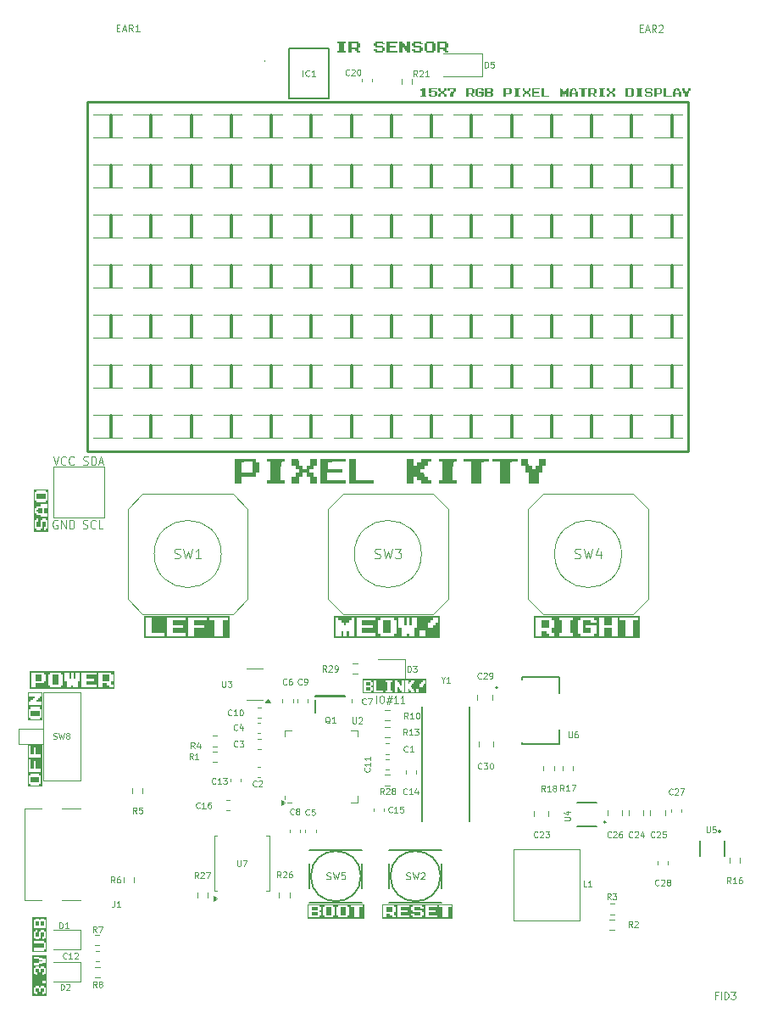
<source format=gbr>
%TF.GenerationSoftware,KiCad,Pcbnew,8.0.5*%
%TF.CreationDate,2025-08-16T16:19:27-04:00*%
%TF.ProjectId,TagTag,54616754-6167-42e6-9b69-6361645f7063,1.2*%
%TF.SameCoordinates,Original*%
%TF.FileFunction,Legend,Top*%
%TF.FilePolarity,Positive*%
%FSLAX46Y46*%
G04 Gerber Fmt 4.6, Leading zero omitted, Abs format (unit mm)*
G04 Created by KiCad (PCBNEW 8.0.5) date 2025-08-16 16:19:27*
%MOMM*%
%LPD*%
G01*
G04 APERTURE LIST*
%ADD10C,0.050000*%
%ADD11C,0.250000*%
%ADD12C,0.150000*%
%ADD13C,0.100000*%
%ADD14C,0.120000*%
%ADD15C,0.300000*%
%ADD16C,0.152400*%
%ADD17C,0.127000*%
%ADD18C,0.000000*%
%ADD19C,0.200000*%
G04 APERTURE END LIST*
D10*
X158579620Y-98056272D02*
X163659620Y-98056272D01*
X163659620Y-103136272D01*
X158579620Y-103136272D01*
X158579620Y-98056272D01*
D11*
X162000000Y-96500000D02*
X222000000Y-96500000D01*
X162000000Y-61600000D02*
X162000000Y-96500000D01*
X222000000Y-96500000D02*
X222000000Y-61600000D01*
X162000000Y-61600000D02*
X222000000Y-61600000D01*
D12*
G36*
X184962809Y-142855122D02*
G01*
X184437932Y-142855122D01*
X184437932Y-142505122D01*
X184962809Y-142505122D01*
X184962809Y-142855122D01*
G37*
G36*
X184962809Y-142330000D02*
G01*
X184437932Y-142330000D01*
X184437932Y-141980000D01*
X184962809Y-141980000D01*
X184962809Y-142330000D01*
G37*
G36*
X186362809Y-142855122D02*
G01*
X185837932Y-142855122D01*
X185837932Y-141980000D01*
X186362809Y-141980000D01*
X186362809Y-142855122D01*
G37*
G36*
X187762809Y-142855122D02*
G01*
X187237932Y-142855122D01*
X187237932Y-141980000D01*
X187762809Y-141980000D01*
X187762809Y-142855122D01*
G37*
G36*
X189623920Y-143141111D02*
G01*
X183976821Y-143141111D01*
X183976821Y-142330000D01*
X184087932Y-142330000D01*
X184087932Y-142855122D01*
X184087932Y-143030000D01*
X185137932Y-143030000D01*
X185137932Y-142855122D01*
X185312809Y-142855122D01*
X185312809Y-142505122D01*
X185137932Y-142505122D01*
X185137932Y-142330000D01*
X185312809Y-142330000D01*
X185312809Y-141980000D01*
X185487932Y-141980000D01*
X185487932Y-142855122D01*
X185662809Y-142855122D01*
X185662809Y-143030000D01*
X186537932Y-143030000D01*
X186537932Y-142855122D01*
X186712809Y-142855122D01*
X186712809Y-141980000D01*
X186887932Y-141980000D01*
X186887932Y-142855122D01*
X187062809Y-142855122D01*
X187062809Y-143030000D01*
X187937932Y-143030000D01*
X187937932Y-142855122D01*
X188112809Y-142855122D01*
X188112809Y-141980000D01*
X188287932Y-141980000D01*
X188637932Y-141980000D01*
X188637932Y-143030000D01*
X189162809Y-143030000D01*
X189162809Y-141980000D01*
X189512809Y-141980000D01*
X189512809Y-141805122D01*
X188287932Y-141805122D01*
X188287932Y-141980000D01*
X188112809Y-141980000D01*
X187937932Y-141980000D01*
X187937932Y-141805122D01*
X187062809Y-141805122D01*
X187062809Y-141980000D01*
X186887932Y-141980000D01*
X186712809Y-141980000D01*
X186537932Y-141980000D01*
X186537932Y-141805122D01*
X185662809Y-141805122D01*
X185662809Y-141980000D01*
X185487932Y-141980000D01*
X185312809Y-141980000D01*
X185137932Y-141980000D01*
X185137932Y-141805122D01*
X184087932Y-141805122D01*
X184087932Y-142330000D01*
X183976821Y-142330000D01*
X183976821Y-141694011D01*
X189623920Y-141694011D01*
X189623920Y-143141111D01*
G37*
G36*
X157445180Y-102672888D02*
G01*
X157095180Y-102672888D01*
X157095180Y-102498010D01*
X156920058Y-102498010D01*
X156920058Y-102322888D01*
X157095180Y-102322888D01*
X157095180Y-102148010D01*
X157445180Y-102148010D01*
X157445180Y-102672888D01*
G37*
G36*
X157795180Y-101272888D02*
G01*
X156920058Y-101272888D01*
X156920058Y-100748010D01*
X157795180Y-100748010D01*
X157795180Y-101272888D01*
G37*
G36*
X158081169Y-104533999D02*
G01*
X156634069Y-104533999D01*
X156634069Y-103372888D01*
X156745180Y-103372888D01*
X156745180Y-104248010D01*
X156920058Y-104248010D01*
X156920058Y-104422888D01*
X157270058Y-104422888D01*
X157270058Y-104248010D01*
X157445180Y-104248010D01*
X157445180Y-103548010D01*
X157795180Y-103548010D01*
X157795180Y-104072888D01*
X157620058Y-104072888D01*
X157620058Y-104422888D01*
X157795180Y-104422888D01*
X157795180Y-104248010D01*
X157970058Y-104248010D01*
X157970058Y-103372888D01*
X157795180Y-103372888D01*
X157795180Y-103198010D01*
X157445180Y-103198010D01*
X157445180Y-103372888D01*
X157270058Y-103372888D01*
X157270058Y-104072888D01*
X156920058Y-104072888D01*
X156920058Y-103548010D01*
X157095180Y-103548010D01*
X157095180Y-103198010D01*
X156920058Y-103198010D01*
X156920058Y-103372888D01*
X156745180Y-103372888D01*
X156634069Y-103372888D01*
X156634069Y-102148010D01*
X156745180Y-102148010D01*
X156745180Y-102322888D01*
X156745180Y-102672888D01*
X156920058Y-102672888D01*
X156920058Y-102848010D01*
X157270058Y-102848010D01*
X157270058Y-103022888D01*
X157970058Y-103022888D01*
X157970058Y-102672888D01*
X157620058Y-102672888D01*
X157620058Y-102148010D01*
X157970058Y-102148010D01*
X157970058Y-101798010D01*
X157270058Y-101798010D01*
X157270058Y-101972888D01*
X156920058Y-101972888D01*
X156920058Y-102148010D01*
X156745180Y-102148010D01*
X156634069Y-102148010D01*
X156634069Y-100572888D01*
X156745180Y-100572888D01*
X156745180Y-101272888D01*
X156745180Y-101448010D01*
X156920058Y-101448010D01*
X156920058Y-101622888D01*
X157795180Y-101622888D01*
X157795180Y-101448010D01*
X157970058Y-101448010D01*
X157970058Y-100572888D01*
X157795180Y-100572888D01*
X157795180Y-100398010D01*
X156920058Y-100398010D01*
X156920058Y-100572888D01*
X156745180Y-100572888D01*
X156634069Y-100572888D01*
X156634069Y-100286899D01*
X158081169Y-100286899D01*
X158081169Y-104533999D01*
G37*
G36*
X192404455Y-142505122D02*
G01*
X191879578Y-142505122D01*
X191879578Y-141980000D01*
X192404455Y-141980000D01*
X192404455Y-142505122D01*
G37*
G36*
X198465566Y-143141111D02*
G01*
X191418467Y-143141111D01*
X191418467Y-142505122D01*
X191529578Y-142505122D01*
X191529578Y-143030000D01*
X191879578Y-143030000D01*
X191879578Y-142680000D01*
X192229578Y-142680000D01*
X192229578Y-142855122D01*
X192404455Y-142855122D01*
X192404455Y-143030000D01*
X192754455Y-143030000D01*
X192929578Y-143030000D01*
X194154455Y-143030000D01*
X194154455Y-142855122D01*
X193279578Y-142855122D01*
X193279578Y-142505122D01*
X193979578Y-142505122D01*
X193979578Y-142330000D01*
X193279578Y-142330000D01*
X193279578Y-141980000D01*
X194154455Y-141980000D01*
X194329578Y-141980000D01*
X194329578Y-142330000D01*
X194504455Y-142330000D01*
X194504455Y-142505122D01*
X195204455Y-142505122D01*
X195204455Y-142855122D01*
X194679578Y-142855122D01*
X194679578Y-142680000D01*
X194329578Y-142680000D01*
X194329578Y-142855122D01*
X194504455Y-142855122D01*
X194504455Y-143030000D01*
X195379578Y-143030000D01*
X195729578Y-143030000D01*
X196954455Y-143030000D01*
X196954455Y-142855122D01*
X196079578Y-142855122D01*
X196079578Y-142505122D01*
X196779578Y-142505122D01*
X196779578Y-142330000D01*
X196079578Y-142330000D01*
X196079578Y-141980000D01*
X196954455Y-141980000D01*
X197129578Y-141980000D01*
X197479578Y-141980000D01*
X197479578Y-143030000D01*
X198004455Y-143030000D01*
X198004455Y-141980000D01*
X198354455Y-141980000D01*
X198354455Y-141805122D01*
X197129578Y-141805122D01*
X197129578Y-141980000D01*
X196954455Y-141980000D01*
X196954455Y-141805122D01*
X195729578Y-141805122D01*
X195729578Y-143030000D01*
X195379578Y-143030000D01*
X195379578Y-142855122D01*
X195554455Y-142855122D01*
X195554455Y-142505122D01*
X195379578Y-142505122D01*
X195379578Y-142330000D01*
X194679578Y-142330000D01*
X194679578Y-141980000D01*
X195204455Y-141980000D01*
X195204455Y-142155122D01*
X195554455Y-142155122D01*
X195554455Y-141980000D01*
X195379578Y-141980000D01*
X195379578Y-141805122D01*
X194504455Y-141805122D01*
X194504455Y-141980000D01*
X194329578Y-141980000D01*
X194154455Y-141980000D01*
X194154455Y-141805122D01*
X192929578Y-141805122D01*
X192929578Y-143030000D01*
X192754455Y-143030000D01*
X192754455Y-142855122D01*
X192579578Y-142855122D01*
X192579578Y-142505122D01*
X192754455Y-142505122D01*
X192754455Y-141980000D01*
X192579578Y-141980000D01*
X192579578Y-141805122D01*
X191529578Y-141805122D01*
X191529578Y-142505122D01*
X191418467Y-142505122D01*
X191418467Y-141694011D01*
X198465566Y-141694011D01*
X198465566Y-143141111D01*
G37*
D13*
X161516687Y-104194576D02*
X161630973Y-104237433D01*
X161630973Y-104237433D02*
X161821449Y-104237433D01*
X161821449Y-104237433D02*
X161897640Y-104194576D01*
X161897640Y-104194576D02*
X161935735Y-104151718D01*
X161935735Y-104151718D02*
X161973830Y-104066004D01*
X161973830Y-104066004D02*
X161973830Y-103980290D01*
X161973830Y-103980290D02*
X161935735Y-103894576D01*
X161935735Y-103894576D02*
X161897640Y-103851718D01*
X161897640Y-103851718D02*
X161821449Y-103808861D01*
X161821449Y-103808861D02*
X161669068Y-103766004D01*
X161669068Y-103766004D02*
X161592878Y-103723147D01*
X161592878Y-103723147D02*
X161554783Y-103680290D01*
X161554783Y-103680290D02*
X161516687Y-103594576D01*
X161516687Y-103594576D02*
X161516687Y-103508861D01*
X161516687Y-103508861D02*
X161554783Y-103423147D01*
X161554783Y-103423147D02*
X161592878Y-103380290D01*
X161592878Y-103380290D02*
X161669068Y-103337433D01*
X161669068Y-103337433D02*
X161859545Y-103337433D01*
X161859545Y-103337433D02*
X161973830Y-103380290D01*
X162773831Y-104151718D02*
X162735735Y-104194576D01*
X162735735Y-104194576D02*
X162621450Y-104237433D01*
X162621450Y-104237433D02*
X162545259Y-104237433D01*
X162545259Y-104237433D02*
X162430973Y-104194576D01*
X162430973Y-104194576D02*
X162354783Y-104108861D01*
X162354783Y-104108861D02*
X162316688Y-104023147D01*
X162316688Y-104023147D02*
X162278592Y-103851718D01*
X162278592Y-103851718D02*
X162278592Y-103723147D01*
X162278592Y-103723147D02*
X162316688Y-103551718D01*
X162316688Y-103551718D02*
X162354783Y-103466004D01*
X162354783Y-103466004D02*
X162430973Y-103380290D01*
X162430973Y-103380290D02*
X162545259Y-103337433D01*
X162545259Y-103337433D02*
X162621450Y-103337433D01*
X162621450Y-103337433D02*
X162735735Y-103380290D01*
X162735735Y-103380290D02*
X162773831Y-103423147D01*
X163497640Y-104237433D02*
X163116688Y-104237433D01*
X163116688Y-104237433D02*
X163116688Y-103337433D01*
G36*
X186980231Y-56688613D02*
G01*
X186980231Y-56531222D01*
X187137841Y-56531222D01*
X187137841Y-55743613D01*
X186980231Y-55743613D01*
X186980231Y-55586222D01*
X187767841Y-55586222D01*
X187767841Y-55743613D01*
X187610231Y-55743613D01*
X187610231Y-56531222D01*
X187767841Y-56531222D01*
X187767841Y-56688613D01*
X186980231Y-56688613D01*
G37*
G36*
X189027841Y-55743613D02*
G01*
X189185231Y-55743613D01*
X189185231Y-56216222D01*
X189027841Y-56216222D01*
X189027841Y-56531222D01*
X189185231Y-56531222D01*
X189185231Y-56688613D01*
X188870231Y-56688613D01*
X188870231Y-56531222D01*
X188712841Y-56531222D01*
X188712841Y-56373613D01*
X188397841Y-56373613D01*
X188397841Y-56688613D01*
X188082841Y-56688613D01*
X188082841Y-56216222D01*
X188397841Y-56216222D01*
X188870231Y-56216222D01*
X188870231Y-55743613D01*
X188397841Y-55743613D01*
X188397841Y-56216222D01*
X188082841Y-56216222D01*
X188082841Y-55586222D01*
X189027841Y-55586222D01*
X189027841Y-55743613D01*
G37*
G36*
X190760231Y-56688613D02*
G01*
X190760231Y-56531222D01*
X190602841Y-56531222D01*
X190602841Y-56373613D01*
X190917841Y-56373613D01*
X190917841Y-56531222D01*
X191390231Y-56531222D01*
X191390231Y-56216222D01*
X190760231Y-56216222D01*
X190760231Y-56058613D01*
X190602841Y-56058613D01*
X190602841Y-55743613D01*
X190760231Y-55743613D01*
X190760231Y-55586222D01*
X191547841Y-55586222D01*
X191547841Y-55743613D01*
X191705231Y-55743613D01*
X191705231Y-55901222D01*
X191390231Y-55901222D01*
X191390231Y-55743613D01*
X190917841Y-55743613D01*
X190917841Y-56058613D01*
X191547841Y-56058613D01*
X191547841Y-56216222D01*
X191705231Y-56216222D01*
X191705231Y-56531222D01*
X191547841Y-56531222D01*
X191547841Y-56688613D01*
X190760231Y-56688613D01*
G37*
G36*
X191862841Y-56688613D02*
G01*
X191862841Y-55586222D01*
X192965231Y-55586222D01*
X192965231Y-55743613D01*
X192177841Y-55743613D01*
X192177841Y-56058613D01*
X192807841Y-56058613D01*
X192807841Y-56216222D01*
X192177841Y-56216222D01*
X192177841Y-56531222D01*
X192965231Y-56531222D01*
X192965231Y-56688613D01*
X191862841Y-56688613D01*
G37*
G36*
X193122841Y-56688613D02*
G01*
X193122841Y-55586222D01*
X193437841Y-55586222D01*
X193437841Y-55743613D01*
X193595231Y-55743613D01*
X193595231Y-55901222D01*
X193752841Y-55901222D01*
X193752841Y-56058613D01*
X193910231Y-56058613D01*
X193910231Y-55586222D01*
X194225231Y-55586222D01*
X194225231Y-56688613D01*
X193910231Y-56688613D01*
X193910231Y-56531222D01*
X193752841Y-56531222D01*
X193752841Y-56373613D01*
X193595231Y-56373613D01*
X193595231Y-56216222D01*
X193437841Y-56216222D01*
X193437841Y-56688613D01*
X193122841Y-56688613D01*
G37*
G36*
X194540231Y-56688613D02*
G01*
X194540231Y-56531222D01*
X194382841Y-56531222D01*
X194382841Y-56373613D01*
X194697841Y-56373613D01*
X194697841Y-56531222D01*
X195170231Y-56531222D01*
X195170231Y-56216222D01*
X194540231Y-56216222D01*
X194540231Y-56058613D01*
X194382841Y-56058613D01*
X194382841Y-55743613D01*
X194540231Y-55743613D01*
X194540231Y-55586222D01*
X195327841Y-55586222D01*
X195327841Y-55743613D01*
X195485231Y-55743613D01*
X195485231Y-55901222D01*
X195170231Y-55901222D01*
X195170231Y-55743613D01*
X194697841Y-55743613D01*
X194697841Y-56058613D01*
X195327841Y-56058613D01*
X195327841Y-56216222D01*
X195485231Y-56216222D01*
X195485231Y-56531222D01*
X195327841Y-56531222D01*
X195327841Y-56688613D01*
X194540231Y-56688613D01*
G37*
G36*
X196587841Y-55743613D02*
G01*
X196745231Y-55743613D01*
X196745231Y-56531222D01*
X196587841Y-56531222D01*
X196587841Y-56688613D01*
X195800231Y-56688613D01*
X195800231Y-56531222D01*
X195957841Y-56531222D01*
X196430231Y-56531222D01*
X196430231Y-55743613D01*
X195957841Y-55743613D01*
X195957841Y-56531222D01*
X195800231Y-56531222D01*
X195642841Y-56531222D01*
X195642841Y-55743613D01*
X195800231Y-55743613D01*
X195800231Y-55586222D01*
X196587841Y-55586222D01*
X196587841Y-55743613D01*
G37*
G36*
X197847841Y-55743613D02*
G01*
X198005231Y-55743613D01*
X198005231Y-56216222D01*
X197847841Y-56216222D01*
X197847841Y-56531222D01*
X198005231Y-56531222D01*
X198005231Y-56688613D01*
X197690231Y-56688613D01*
X197690231Y-56531222D01*
X197532841Y-56531222D01*
X197532841Y-56373613D01*
X197217841Y-56373613D01*
X197217841Y-56688613D01*
X196902841Y-56688613D01*
X196902841Y-56216222D01*
X197217841Y-56216222D01*
X197690231Y-56216222D01*
X197690231Y-55743613D01*
X197217841Y-55743613D01*
X197217841Y-56216222D01*
X196902841Y-56216222D01*
X196902841Y-55586222D01*
X197847841Y-55586222D01*
X197847841Y-55743613D01*
G37*
D14*
G36*
X157130000Y-143835231D02*
G01*
X156780000Y-143835231D01*
X156780000Y-143415328D01*
X157130000Y-143415328D01*
X157130000Y-143835231D01*
G37*
G36*
X157655122Y-143835231D02*
G01*
X157305122Y-143835231D01*
X157305122Y-143415328D01*
X157655122Y-143415328D01*
X157655122Y-143835231D01*
G37*
G36*
X157941111Y-146466342D02*
G01*
X156494011Y-146466342D01*
X156494011Y-145655328D01*
X156605122Y-145655328D01*
X157655122Y-145655328D01*
X157655122Y-146075231D01*
X156605122Y-146075231D01*
X156605122Y-146355231D01*
X157655122Y-146355231D01*
X157655122Y-146215328D01*
X157830000Y-146215328D01*
X157830000Y-145515231D01*
X157655122Y-145515231D01*
X157655122Y-145375328D01*
X156605122Y-145375328D01*
X156605122Y-145655328D01*
X156494011Y-145655328D01*
X156494011Y-144395231D01*
X156605122Y-144395231D01*
X156605122Y-145095328D01*
X156780000Y-145095328D01*
X156780000Y-145235231D01*
X157130000Y-145235231D01*
X157130000Y-145095328D01*
X157305122Y-145095328D01*
X157305122Y-144535328D01*
X157655122Y-144535328D01*
X157655122Y-144955231D01*
X157480000Y-144955231D01*
X157480000Y-145235231D01*
X157655122Y-145235231D01*
X157655122Y-145095328D01*
X157830000Y-145095328D01*
X157830000Y-144395231D01*
X157655122Y-144395231D01*
X157655122Y-144255328D01*
X157305122Y-144255328D01*
X157305122Y-144395231D01*
X157130000Y-144395231D01*
X157130000Y-144955231D01*
X156780000Y-144955231D01*
X156780000Y-144535328D01*
X156955122Y-144535328D01*
X156955122Y-144255328D01*
X156780000Y-144255328D01*
X156780000Y-144395231D01*
X156605122Y-144395231D01*
X156494011Y-144395231D01*
X156494011Y-143275231D01*
X156605122Y-143275231D01*
X156605122Y-143835231D01*
X156605122Y-144115231D01*
X157830000Y-144115231D01*
X157830000Y-143275231D01*
X157655122Y-143275231D01*
X157655122Y-143135328D01*
X157305122Y-143135328D01*
X157305122Y-143275231D01*
X157130000Y-143275231D01*
X157130000Y-143135328D01*
X156780000Y-143135328D01*
X156780000Y-143275231D01*
X156605122Y-143275231D01*
X156494011Y-143275231D01*
X156494011Y-143024217D01*
X157941111Y-143024217D01*
X157941111Y-146466342D01*
G37*
G36*
X157207214Y-122907463D02*
G01*
X156332092Y-122907463D01*
X156332092Y-122382585D01*
X157207214Y-122382585D01*
X157207214Y-122907463D01*
G37*
G36*
X157493203Y-123368574D02*
G01*
X156046103Y-123368574D01*
X156046103Y-122207463D01*
X156157214Y-122207463D01*
X156157214Y-122907463D01*
X156157214Y-123082585D01*
X156332092Y-123082585D01*
X156332092Y-123257463D01*
X157207214Y-123257463D01*
X157207214Y-123082585D01*
X157382092Y-123082585D01*
X157382092Y-122207463D01*
X157207214Y-122207463D01*
X157207214Y-122032585D01*
X156332092Y-122032585D01*
X156332092Y-122207463D01*
X156157214Y-122207463D01*
X156046103Y-122207463D01*
X156046103Y-120982585D01*
X156157214Y-120982585D01*
X156682092Y-120982585D01*
X156682092Y-121157463D01*
X156507214Y-121157463D01*
X156507214Y-121332585D01*
X156332092Y-121332585D01*
X156332092Y-121507463D01*
X156157214Y-121507463D01*
X156157214Y-121857463D01*
X157382092Y-121857463D01*
X157382092Y-121507463D01*
X156857214Y-121507463D01*
X156857214Y-121332585D01*
X157032092Y-121332585D01*
X157032092Y-121157463D01*
X157207214Y-121157463D01*
X157207214Y-120982585D01*
X157382092Y-120982585D01*
X157382092Y-120632585D01*
X156157214Y-120632585D01*
X156157214Y-120982585D01*
X156046103Y-120982585D01*
X156046103Y-120521474D01*
X157493203Y-120521474D01*
X157493203Y-123368574D01*
G37*
D15*
G36*
X208086273Y-114134235D02*
G01*
X207322404Y-114134235D01*
X207322404Y-113370000D01*
X208086273Y-113370000D01*
X208086273Y-114134235D01*
G37*
G36*
X217201388Y-115111667D02*
G01*
X206607290Y-115111667D01*
X206607290Y-114134235D01*
X206773957Y-114134235D01*
X206773957Y-114945000D01*
X207322404Y-114945000D01*
X207322404Y-114420000D01*
X207823957Y-114420000D01*
X207823957Y-114682683D01*
X208086273Y-114682683D01*
X208086273Y-114945000D01*
X208634721Y-114945000D01*
X208634721Y-114659235D01*
X208372404Y-114659235D01*
X208372404Y-114157683D01*
X208634721Y-114157683D01*
X208634721Y-113370000D01*
X209136273Y-113370000D01*
X209398957Y-113370000D01*
X209398957Y-114659235D01*
X209136273Y-114659235D01*
X209136273Y-114945000D01*
X210472404Y-114945000D01*
X210472404Y-114659235D01*
X210209721Y-114659235D01*
X210209721Y-113370000D01*
X210472404Y-113370000D01*
X210472404Y-113346552D01*
X210973957Y-113346552D01*
X210973957Y-114682683D01*
X211236273Y-114682683D01*
X211236273Y-114945000D01*
X212572404Y-114945000D01*
X213073957Y-114945000D01*
X213622404Y-114945000D01*
X213622404Y-114157683D01*
X214386273Y-114157683D01*
X214386273Y-114945000D01*
X214934721Y-114945000D01*
X214934721Y-113370000D01*
X215173957Y-113370000D01*
X215698957Y-113370000D01*
X215698957Y-114945000D01*
X216509721Y-114945000D01*
X216509721Y-113370000D01*
X217034721Y-113370000D01*
X217034721Y-113084235D01*
X215173957Y-113084235D01*
X215173957Y-113370000D01*
X214934721Y-113370000D01*
X214934721Y-113084235D01*
X214386273Y-113084235D01*
X214386273Y-113871552D01*
X213622404Y-113871552D01*
X213622404Y-113084235D01*
X213073957Y-113084235D01*
X213073957Y-114945000D01*
X212572404Y-114945000D01*
X212572404Y-114682683D01*
X212834721Y-114682683D01*
X212834721Y-113871552D01*
X211761273Y-113871552D01*
X211761273Y-114157683D01*
X212286273Y-114157683D01*
X212286273Y-114659235D01*
X211522404Y-114659235D01*
X211522404Y-113370000D01*
X212286273Y-113370000D01*
X212286273Y-113632683D01*
X212834721Y-113632683D01*
X212834721Y-113346552D01*
X212572404Y-113346552D01*
X212572404Y-113084235D01*
X211236273Y-113084235D01*
X211236273Y-113346552D01*
X210973957Y-113346552D01*
X210472404Y-113346552D01*
X210472404Y-113084235D01*
X209136273Y-113084235D01*
X209136273Y-113370000D01*
X208634721Y-113370000D01*
X208634721Y-113346552D01*
X208372404Y-113346552D01*
X208372404Y-113084235D01*
X206773957Y-113084235D01*
X206773957Y-114134235D01*
X206607290Y-114134235D01*
X206607290Y-112917568D01*
X217201388Y-112917568D01*
X217201388Y-115111667D01*
G37*
D13*
X161582468Y-97840088D02*
X161696754Y-97882945D01*
X161696754Y-97882945D02*
X161887230Y-97882945D01*
X161887230Y-97882945D02*
X161963421Y-97840088D01*
X161963421Y-97840088D02*
X162001516Y-97797230D01*
X162001516Y-97797230D02*
X162039611Y-97711516D01*
X162039611Y-97711516D02*
X162039611Y-97625802D01*
X162039611Y-97625802D02*
X162001516Y-97540088D01*
X162001516Y-97540088D02*
X161963421Y-97497230D01*
X161963421Y-97497230D02*
X161887230Y-97454373D01*
X161887230Y-97454373D02*
X161734849Y-97411516D01*
X161734849Y-97411516D02*
X161658659Y-97368659D01*
X161658659Y-97368659D02*
X161620564Y-97325802D01*
X161620564Y-97325802D02*
X161582468Y-97240088D01*
X161582468Y-97240088D02*
X161582468Y-97154373D01*
X161582468Y-97154373D02*
X161620564Y-97068659D01*
X161620564Y-97068659D02*
X161658659Y-97025802D01*
X161658659Y-97025802D02*
X161734849Y-96982945D01*
X161734849Y-96982945D02*
X161925326Y-96982945D01*
X161925326Y-96982945D02*
X162039611Y-97025802D01*
X162382469Y-97882945D02*
X162382469Y-96982945D01*
X162382469Y-96982945D02*
X162572945Y-96982945D01*
X162572945Y-96982945D02*
X162687231Y-97025802D01*
X162687231Y-97025802D02*
X162763421Y-97111516D01*
X162763421Y-97111516D02*
X162801516Y-97197230D01*
X162801516Y-97197230D02*
X162839612Y-97368659D01*
X162839612Y-97368659D02*
X162839612Y-97497230D01*
X162839612Y-97497230D02*
X162801516Y-97668659D01*
X162801516Y-97668659D02*
X162763421Y-97754373D01*
X162763421Y-97754373D02*
X162687231Y-97840088D01*
X162687231Y-97840088D02*
X162572945Y-97882945D01*
X162572945Y-97882945D02*
X162382469Y-97882945D01*
X163144373Y-97625802D02*
X163525326Y-97625802D01*
X163068183Y-97882945D02*
X163334850Y-96982945D01*
X163334850Y-96982945D02*
X163601516Y-97882945D01*
X158559269Y-96982945D02*
X158825936Y-97882945D01*
X158825936Y-97882945D02*
X159092602Y-96982945D01*
X159816412Y-97797230D02*
X159778316Y-97840088D01*
X159778316Y-97840088D02*
X159664031Y-97882945D01*
X159664031Y-97882945D02*
X159587840Y-97882945D01*
X159587840Y-97882945D02*
X159473554Y-97840088D01*
X159473554Y-97840088D02*
X159397364Y-97754373D01*
X159397364Y-97754373D02*
X159359269Y-97668659D01*
X159359269Y-97668659D02*
X159321173Y-97497230D01*
X159321173Y-97497230D02*
X159321173Y-97368659D01*
X159321173Y-97368659D02*
X159359269Y-97197230D01*
X159359269Y-97197230D02*
X159397364Y-97111516D01*
X159397364Y-97111516D02*
X159473554Y-97025802D01*
X159473554Y-97025802D02*
X159587840Y-96982945D01*
X159587840Y-96982945D02*
X159664031Y-96982945D01*
X159664031Y-96982945D02*
X159778316Y-97025802D01*
X159778316Y-97025802D02*
X159816412Y-97068659D01*
X160616412Y-97797230D02*
X160578316Y-97840088D01*
X160578316Y-97840088D02*
X160464031Y-97882945D01*
X160464031Y-97882945D02*
X160387840Y-97882945D01*
X160387840Y-97882945D02*
X160273554Y-97840088D01*
X160273554Y-97840088D02*
X160197364Y-97754373D01*
X160197364Y-97754373D02*
X160159269Y-97668659D01*
X160159269Y-97668659D02*
X160121173Y-97497230D01*
X160121173Y-97497230D02*
X160121173Y-97368659D01*
X160121173Y-97368659D02*
X160159269Y-97197230D01*
X160159269Y-97197230D02*
X160197364Y-97111516D01*
X160197364Y-97111516D02*
X160273554Y-97025802D01*
X160273554Y-97025802D02*
X160387840Y-96982945D01*
X160387840Y-96982945D02*
X160464031Y-96982945D01*
X160464031Y-96982945D02*
X160578316Y-97025802D01*
X160578316Y-97025802D02*
X160616412Y-97068659D01*
D12*
G36*
X157409674Y-119414015D02*
G01*
X156798578Y-119414015D01*
X156798578Y-118802627D01*
X157409674Y-118802627D01*
X157409674Y-119414015D01*
G37*
G36*
X159089674Y-119834015D02*
G01*
X158478578Y-119834015D01*
X158478578Y-118802627D01*
X159089674Y-118802627D01*
X159089674Y-119834015D01*
G37*
G36*
X164129674Y-119414015D02*
G01*
X163518578Y-119414015D01*
X163518578Y-118802627D01*
X164129674Y-118802627D01*
X164129674Y-119414015D01*
G37*
G36*
X164701765Y-120195960D02*
G01*
X156226488Y-120195960D01*
X156226488Y-119414015D01*
X156359821Y-119414015D01*
X156359821Y-120062627D01*
X156798578Y-120062627D01*
X156798578Y-119642627D01*
X157638578Y-119642627D01*
X157638578Y-119432773D01*
X157848432Y-119432773D01*
X157848432Y-118783869D01*
X158039821Y-118783869D01*
X158039821Y-119834015D01*
X158039821Y-119852773D01*
X158249674Y-119852773D01*
X158249674Y-120062627D01*
X159318578Y-120062627D01*
X159318578Y-119852773D01*
X159528432Y-119852773D01*
X159528432Y-119432773D01*
X159719821Y-119432773D01*
X159929674Y-119432773D01*
X159929674Y-120062627D01*
X160368432Y-120062627D01*
X160368432Y-119852773D01*
X160559821Y-119852773D01*
X160559821Y-120062627D01*
X160998578Y-120062627D01*
X161399821Y-120062627D01*
X162888432Y-120062627D01*
X162888432Y-119834015D01*
X161838578Y-119834015D01*
X161838578Y-119432773D01*
X162678578Y-119432773D01*
X162678578Y-119414015D01*
X163079821Y-119414015D01*
X163079821Y-120062627D01*
X163518578Y-120062627D01*
X163518578Y-119642627D01*
X163919821Y-119642627D01*
X163919821Y-119852773D01*
X164129674Y-119852773D01*
X164129674Y-120062627D01*
X164568432Y-120062627D01*
X164568432Y-119834015D01*
X164358578Y-119834015D01*
X164358578Y-119432773D01*
X164568432Y-119432773D01*
X164568432Y-118783869D01*
X164358578Y-118783869D01*
X164358578Y-118574015D01*
X163079821Y-118574015D01*
X163079821Y-119414015D01*
X162678578Y-119414015D01*
X162678578Y-119203869D01*
X161838578Y-119203869D01*
X161838578Y-118802627D01*
X162888432Y-118802627D01*
X162888432Y-118574015D01*
X161399821Y-118574015D01*
X161399821Y-120062627D01*
X160998578Y-120062627D01*
X160998578Y-119432773D01*
X161208432Y-119432773D01*
X161208432Y-118574015D01*
X160769674Y-118574015D01*
X160769674Y-119203869D01*
X160578578Y-119203869D01*
X160578578Y-118574015D01*
X160349674Y-118574015D01*
X160349674Y-119203869D01*
X160158578Y-119203869D01*
X160158578Y-118574015D01*
X159719821Y-118574015D01*
X159719821Y-119432773D01*
X159528432Y-119432773D01*
X159528432Y-118783869D01*
X159318578Y-118783869D01*
X159318578Y-118574015D01*
X158249674Y-118574015D01*
X158249674Y-118783869D01*
X158039821Y-118783869D01*
X157848432Y-118783869D01*
X157638578Y-118783869D01*
X157638578Y-118574015D01*
X156359821Y-118574015D01*
X156359821Y-119414015D01*
X156226488Y-119414015D01*
X156226488Y-118440682D01*
X164701765Y-118440682D01*
X164701765Y-120195960D01*
G37*
G36*
X190208385Y-120382454D02*
G01*
X189814727Y-120382454D01*
X189814727Y-120032454D01*
X190208385Y-120032454D01*
X190208385Y-120382454D01*
G37*
G36*
X190208385Y-119857332D02*
G01*
X189814727Y-119857332D01*
X189814727Y-119507332D01*
X190208385Y-119507332D01*
X190208385Y-119857332D01*
G37*
G36*
X195831996Y-120668443D02*
G01*
X189441116Y-120668443D01*
X189441116Y-119857332D01*
X189552227Y-119857332D01*
X189552227Y-120382454D01*
X189552227Y-120557332D01*
X190339727Y-120557332D01*
X190602227Y-120557332D01*
X191520885Y-120557332D01*
X191520885Y-120382454D01*
X190864727Y-120382454D01*
X190864727Y-119507332D01*
X191783385Y-119507332D01*
X191914727Y-119507332D01*
X191914727Y-120382454D01*
X191783385Y-120382454D01*
X191783385Y-120557332D01*
X192439727Y-120557332D01*
X192702227Y-120557332D01*
X192964727Y-120557332D01*
X192964727Y-120032454D01*
X193095885Y-120032454D01*
X193095885Y-120207332D01*
X193227227Y-120207332D01*
X193227227Y-120382454D01*
X193358385Y-120382454D01*
X193358385Y-120557332D01*
X193620885Y-120557332D01*
X193752227Y-120557332D01*
X194014727Y-120557332D01*
X194014727Y-120207332D01*
X194145885Y-120207332D01*
X194145885Y-120382454D01*
X194277227Y-120382454D01*
X194277227Y-120557332D01*
X194670885Y-120557332D01*
X194802227Y-120557332D01*
X195064727Y-120557332D01*
X195064727Y-120207332D01*
X194802227Y-120207332D01*
X194802227Y-120557332D01*
X194670885Y-120557332D01*
X194670885Y-120382454D01*
X194539727Y-120382454D01*
X194539727Y-120207332D01*
X194408385Y-120207332D01*
X194408385Y-120032454D01*
X194277227Y-120032454D01*
X194277227Y-119857332D01*
X194408385Y-119857332D01*
X194408385Y-119682454D01*
X194539727Y-119682454D01*
X195195885Y-119682454D01*
X195195885Y-120032454D01*
X195458385Y-120032454D01*
X195458385Y-119857332D01*
X195589727Y-119857332D01*
X195589727Y-119682454D01*
X195720885Y-119682454D01*
X195720885Y-119332454D01*
X195458385Y-119332454D01*
X195458385Y-119507332D01*
X195327227Y-119507332D01*
X195327227Y-119682454D01*
X195195885Y-119682454D01*
X194539727Y-119682454D01*
X194539727Y-119507332D01*
X194670885Y-119507332D01*
X194670885Y-119332454D01*
X194277227Y-119332454D01*
X194277227Y-119507332D01*
X194145885Y-119507332D01*
X194145885Y-119682454D01*
X194014727Y-119682454D01*
X194014727Y-119332454D01*
X193752227Y-119332454D01*
X193752227Y-120557332D01*
X193620885Y-120557332D01*
X193620885Y-119332454D01*
X193358385Y-119332454D01*
X193358385Y-119857332D01*
X193227227Y-119857332D01*
X193227227Y-119682454D01*
X193095885Y-119682454D01*
X193095885Y-119507332D01*
X192964727Y-119507332D01*
X192964727Y-119332454D01*
X192702227Y-119332454D01*
X192702227Y-120557332D01*
X192439727Y-120557332D01*
X192439727Y-120382454D01*
X192308385Y-120382454D01*
X192308385Y-119507332D01*
X192439727Y-119507332D01*
X192439727Y-119332454D01*
X191783385Y-119332454D01*
X191783385Y-119507332D01*
X190864727Y-119507332D01*
X190864727Y-119332454D01*
X190602227Y-119332454D01*
X190602227Y-120557332D01*
X190339727Y-120557332D01*
X190339727Y-120382454D01*
X190470885Y-120382454D01*
X190470885Y-120032454D01*
X190339727Y-120032454D01*
X190339727Y-119857332D01*
X190470885Y-119857332D01*
X190470885Y-119507332D01*
X190339727Y-119507332D01*
X190339727Y-119332454D01*
X189552227Y-119332454D01*
X189552227Y-119857332D01*
X189441116Y-119857332D01*
X189441116Y-119221343D01*
X195831996Y-119221343D01*
X195831996Y-120668443D01*
G37*
D15*
G36*
X192290218Y-114659235D02*
G01*
X191526349Y-114659235D01*
X191526349Y-113370000D01*
X192290218Y-113370000D01*
X192290218Y-114659235D01*
G37*
G36*
X197205333Y-115111667D02*
G01*
X186611235Y-115111667D01*
X186611235Y-114945000D01*
X186777902Y-114945000D01*
X187326349Y-114945000D01*
X187326349Y-114420000D01*
X187565218Y-114420000D01*
X187565218Y-114945000D01*
X187851349Y-114945000D01*
X187851349Y-114420000D01*
X188090218Y-114420000D01*
X188090218Y-114945000D01*
X188638666Y-114945000D01*
X188877902Y-114945000D01*
X190738666Y-114945000D01*
X190738666Y-114659235D01*
X189426349Y-114659235D01*
X189426349Y-114157683D01*
X190476349Y-114157683D01*
X190476349Y-113871552D01*
X189426349Y-113871552D01*
X189426349Y-113370000D01*
X190738666Y-113370000D01*
X190738666Y-113346552D01*
X190977902Y-113346552D01*
X190977902Y-114659235D01*
X190977902Y-114682683D01*
X191240218Y-114682683D01*
X191240218Y-114945000D01*
X192576349Y-114945000D01*
X192576349Y-114682683D01*
X192838666Y-114682683D01*
X192838666Y-114157683D01*
X193077902Y-114157683D01*
X193340218Y-114157683D01*
X193340218Y-114945000D01*
X193888666Y-114945000D01*
X193888666Y-114682683D01*
X194127902Y-114682683D01*
X194127902Y-114945000D01*
X194676349Y-114945000D01*
X195177902Y-114945000D01*
X195726349Y-114945000D01*
X195726349Y-114396552D01*
X195177902Y-114396552D01*
X195177902Y-114945000D01*
X194676349Y-114945000D01*
X194676349Y-114157683D01*
X194938666Y-114157683D01*
X194938666Y-113609235D01*
X195965218Y-113609235D01*
X195965218Y-114157683D01*
X196513666Y-114157683D01*
X196513666Y-113895000D01*
X196776349Y-113895000D01*
X196776349Y-113632683D01*
X197038666Y-113632683D01*
X197038666Y-113084235D01*
X196490218Y-113084235D01*
X196490218Y-113346552D01*
X196227902Y-113346552D01*
X196227902Y-113609235D01*
X195965218Y-113609235D01*
X194938666Y-113609235D01*
X194938666Y-113084235D01*
X194390218Y-113084235D01*
X194390218Y-113871552D01*
X194151349Y-113871552D01*
X194151349Y-113084235D01*
X193865218Y-113084235D01*
X193865218Y-113871552D01*
X193626349Y-113871552D01*
X193626349Y-113084235D01*
X193077902Y-113084235D01*
X193077902Y-114157683D01*
X192838666Y-114157683D01*
X192838666Y-113346552D01*
X192576349Y-113346552D01*
X192576349Y-113084235D01*
X191240218Y-113084235D01*
X191240218Y-113346552D01*
X190977902Y-113346552D01*
X190738666Y-113346552D01*
X190738666Y-113084235D01*
X188877902Y-113084235D01*
X188877902Y-114945000D01*
X188638666Y-114945000D01*
X188638666Y-113084235D01*
X188352902Y-113084235D01*
X188352902Y-113346552D01*
X188090218Y-113346552D01*
X188090218Y-113609235D01*
X187827902Y-113609235D01*
X187827902Y-113871552D01*
X187588666Y-113871552D01*
X187588666Y-113609235D01*
X187326349Y-113609235D01*
X187326349Y-113346552D01*
X187063666Y-113346552D01*
X187063666Y-113084235D01*
X186777902Y-113084235D01*
X186777902Y-114945000D01*
X186611235Y-114945000D01*
X186611235Y-112917568D01*
X197205333Y-112917568D01*
X197205333Y-115111667D01*
G37*
G36*
X176170812Y-115111667D02*
G01*
X167676714Y-115111667D01*
X167676714Y-114945000D01*
X167843381Y-114945000D01*
X169704145Y-114945000D01*
X169943381Y-114945000D01*
X171804145Y-114945000D01*
X172043381Y-114945000D01*
X172591828Y-114945000D01*
X172591828Y-114157683D01*
X173641828Y-114157683D01*
X173641828Y-113871552D01*
X172591828Y-113871552D01*
X172591828Y-113370000D01*
X173904145Y-113370000D01*
X174143381Y-113370000D01*
X174668381Y-113370000D01*
X174668381Y-114945000D01*
X175479145Y-114945000D01*
X175479145Y-113370000D01*
X176004145Y-113370000D01*
X176004145Y-113084235D01*
X174143381Y-113084235D01*
X174143381Y-113370000D01*
X173904145Y-113370000D01*
X173904145Y-113084235D01*
X172043381Y-113084235D01*
X172043381Y-114945000D01*
X171804145Y-114945000D01*
X171804145Y-114659235D01*
X170491828Y-114659235D01*
X170491828Y-114157683D01*
X171541828Y-114157683D01*
X171541828Y-113871552D01*
X170491828Y-113871552D01*
X170491828Y-113370000D01*
X171804145Y-113370000D01*
X171804145Y-113084235D01*
X169943381Y-113084235D01*
X169943381Y-114945000D01*
X169704145Y-114945000D01*
X169704145Y-114659235D01*
X168391828Y-114659235D01*
X168391828Y-113084235D01*
X167843381Y-113084235D01*
X167843381Y-114945000D01*
X167676714Y-114945000D01*
X167676714Y-112917568D01*
X176170812Y-112917568D01*
X176170812Y-115111667D01*
G37*
D14*
G36*
X157941111Y-150839421D02*
G01*
X156494011Y-150839421D01*
X156494011Y-149993310D01*
X156605122Y-149993310D01*
X156605122Y-150605895D01*
X156780000Y-150605895D01*
X156780000Y-150728310D01*
X156955122Y-150728310D01*
X156955122Y-150483310D01*
X156780000Y-150483310D01*
X156780000Y-150115895D01*
X157130000Y-150115895D01*
X157130000Y-150483310D01*
X157305122Y-150483310D01*
X157305122Y-150115895D01*
X157655122Y-150115895D01*
X157655122Y-150483310D01*
X157480000Y-150483310D01*
X157480000Y-150728310D01*
X157655122Y-150728310D01*
X157655122Y-150605895D01*
X157830000Y-150605895D01*
X157830000Y-149993310D01*
X157655122Y-149993310D01*
X157655122Y-149870895D01*
X157305122Y-149870895D01*
X157305122Y-149993310D01*
X157130000Y-149993310D01*
X157130000Y-149870895D01*
X156780000Y-149870895D01*
X156780000Y-149993310D01*
X156605122Y-149993310D01*
X156494011Y-149993310D01*
X156494011Y-149625895D01*
X157480000Y-149625895D01*
X157830000Y-149625895D01*
X157830000Y-149380895D01*
X157480000Y-149380895D01*
X157480000Y-149625895D01*
X156494011Y-149625895D01*
X156494011Y-148033310D01*
X156605122Y-148033310D01*
X156605122Y-148645895D01*
X156780000Y-148645895D01*
X156780000Y-148768310D01*
X156955122Y-148768310D01*
X156955122Y-148523310D01*
X156780000Y-148523310D01*
X156780000Y-148155895D01*
X157130000Y-148155895D01*
X157130000Y-148523310D01*
X157305122Y-148523310D01*
X157305122Y-148155895D01*
X157655122Y-148155895D01*
X157655122Y-148523310D01*
X157480000Y-148523310D01*
X157480000Y-148768310D01*
X157655122Y-148768310D01*
X157655122Y-148645895D01*
X157830000Y-148645895D01*
X157830000Y-148033310D01*
X157655122Y-148033310D01*
X157655122Y-147910895D01*
X157305122Y-147910895D01*
X157305122Y-148033310D01*
X157130000Y-148033310D01*
X157130000Y-147910895D01*
X156780000Y-147910895D01*
X156780000Y-148033310D01*
X156605122Y-148033310D01*
X156494011Y-148033310D01*
X156494011Y-147175895D01*
X156605122Y-147175895D01*
X157130000Y-147175895D01*
X157130000Y-147298310D01*
X157480000Y-147298310D01*
X157480000Y-147420895D01*
X157130000Y-147420895D01*
X157130000Y-147543310D01*
X156605122Y-147543310D01*
X156605122Y-147788310D01*
X157130000Y-147788310D01*
X157130000Y-147665895D01*
X157480000Y-147665895D01*
X157480000Y-147543310D01*
X157830000Y-147543310D01*
X157830000Y-147175895D01*
X157480000Y-147175895D01*
X157480000Y-147053310D01*
X157130000Y-147053310D01*
X157130000Y-146930895D01*
X156605122Y-146930895D01*
X156605122Y-147175895D01*
X156494011Y-147175895D01*
X156494011Y-146819784D01*
X157941111Y-146819784D01*
X157941111Y-150839421D01*
G37*
G36*
X157169944Y-129533322D02*
G01*
X156294822Y-129533322D01*
X156294822Y-129008444D01*
X157169944Y-129008444D01*
X157169944Y-129533322D01*
G37*
G36*
X157455933Y-129994433D02*
G01*
X156008833Y-129994433D01*
X156008833Y-128833322D01*
X156119944Y-128833322D01*
X156119944Y-129533322D01*
X156119944Y-129708444D01*
X156294822Y-129708444D01*
X156294822Y-129883322D01*
X157169944Y-129883322D01*
X157169944Y-129708444D01*
X157344822Y-129708444D01*
X157344822Y-128833322D01*
X157169944Y-128833322D01*
X157169944Y-128658444D01*
X156294822Y-128658444D01*
X156294822Y-128833322D01*
X156119944Y-128833322D01*
X156008833Y-128833322D01*
X156008833Y-128483322D01*
X156119944Y-128483322D01*
X157344822Y-128483322D01*
X157344822Y-128133322D01*
X156819944Y-128133322D01*
X156819944Y-127433322D01*
X156644822Y-127433322D01*
X156644822Y-128133322D01*
X156294822Y-128133322D01*
X156294822Y-127258444D01*
X156119944Y-127258444D01*
X156119944Y-128483322D01*
X156008833Y-128483322D01*
X156008833Y-127083322D01*
X156119944Y-127083322D01*
X157344822Y-127083322D01*
X157344822Y-126733322D01*
X156819944Y-126733322D01*
X156819944Y-126033322D01*
X156644822Y-126033322D01*
X156644822Y-126733322D01*
X156294822Y-126733322D01*
X156294822Y-125858444D01*
X156119944Y-125858444D01*
X156119944Y-127083322D01*
X156008833Y-127083322D01*
X156008833Y-125747333D01*
X157455933Y-125747333D01*
X157455933Y-129994433D01*
G37*
D13*
X190871109Y-121619154D02*
X190871109Y-120919154D01*
X191337776Y-120919154D02*
X191471109Y-120919154D01*
X191471109Y-120919154D02*
X191537776Y-120952487D01*
X191537776Y-120952487D02*
X191604442Y-121019154D01*
X191604442Y-121019154D02*
X191637776Y-121152487D01*
X191637776Y-121152487D02*
X191637776Y-121385821D01*
X191637776Y-121385821D02*
X191604442Y-121519154D01*
X191604442Y-121519154D02*
X191537776Y-121585821D01*
X191537776Y-121585821D02*
X191471109Y-121619154D01*
X191471109Y-121619154D02*
X191337776Y-121619154D01*
X191337776Y-121619154D02*
X191271109Y-121585821D01*
X191271109Y-121585821D02*
X191204442Y-121519154D01*
X191204442Y-121519154D02*
X191171109Y-121385821D01*
X191171109Y-121385821D02*
X191171109Y-121152487D01*
X191171109Y-121152487D02*
X191204442Y-121019154D01*
X191204442Y-121019154D02*
X191271109Y-120952487D01*
X191271109Y-120952487D02*
X191337776Y-120919154D01*
X191904442Y-121152487D02*
X192404442Y-121152487D01*
X192104442Y-120852487D02*
X191904442Y-121752487D01*
X192337775Y-121452487D02*
X191837775Y-121452487D01*
X192137775Y-121752487D02*
X192337775Y-120852487D01*
X193004442Y-121619154D02*
X192604442Y-121619154D01*
X192804442Y-121619154D02*
X192804442Y-120919154D01*
X192804442Y-120919154D02*
X192737775Y-121019154D01*
X192737775Y-121019154D02*
X192671109Y-121085821D01*
X192671109Y-121085821D02*
X192604442Y-121119154D01*
X193671109Y-121619154D02*
X193271109Y-121619154D01*
X193471109Y-121619154D02*
X193471109Y-120919154D01*
X193471109Y-120919154D02*
X193404442Y-121019154D01*
X193404442Y-121019154D02*
X193337776Y-121085821D01*
X193337776Y-121085821D02*
X193271109Y-121119154D01*
X158974196Y-103393446D02*
X158898006Y-103350589D01*
X158898006Y-103350589D02*
X158783720Y-103350589D01*
X158783720Y-103350589D02*
X158669434Y-103393446D01*
X158669434Y-103393446D02*
X158593244Y-103479160D01*
X158593244Y-103479160D02*
X158555149Y-103564874D01*
X158555149Y-103564874D02*
X158517053Y-103736303D01*
X158517053Y-103736303D02*
X158517053Y-103864874D01*
X158517053Y-103864874D02*
X158555149Y-104036303D01*
X158555149Y-104036303D02*
X158593244Y-104122017D01*
X158593244Y-104122017D02*
X158669434Y-104207732D01*
X158669434Y-104207732D02*
X158783720Y-104250589D01*
X158783720Y-104250589D02*
X158859911Y-104250589D01*
X158859911Y-104250589D02*
X158974196Y-104207732D01*
X158974196Y-104207732D02*
X159012292Y-104164874D01*
X159012292Y-104164874D02*
X159012292Y-103864874D01*
X159012292Y-103864874D02*
X158859911Y-103864874D01*
X159355149Y-104250589D02*
X159355149Y-103350589D01*
X159355149Y-103350589D02*
X159812292Y-104250589D01*
X159812292Y-104250589D02*
X159812292Y-103350589D01*
X160193244Y-104250589D02*
X160193244Y-103350589D01*
X160193244Y-103350589D02*
X160383720Y-103350589D01*
X160383720Y-103350589D02*
X160498006Y-103393446D01*
X160498006Y-103393446D02*
X160574196Y-103479160D01*
X160574196Y-103479160D02*
X160612291Y-103564874D01*
X160612291Y-103564874D02*
X160650387Y-103736303D01*
X160650387Y-103736303D02*
X160650387Y-103864874D01*
X160650387Y-103864874D02*
X160612291Y-104036303D01*
X160612291Y-104036303D02*
X160574196Y-104122017D01*
X160574196Y-104122017D02*
X160498006Y-104207732D01*
X160498006Y-104207732D02*
X160383720Y-104250589D01*
X160383720Y-104250589D02*
X160193244Y-104250589D01*
D12*
G36*
X195251530Y-61120118D02*
G01*
X195251530Y-60994205D01*
X195368862Y-60994205D01*
X195368862Y-60490205D01*
X195251530Y-60490205D01*
X195251530Y-60364118D01*
X195368862Y-60364118D01*
X195368862Y-60238205D01*
X195720530Y-60238205D01*
X195720530Y-60994205D01*
X195837862Y-60994205D01*
X195837862Y-61120118D01*
X195251530Y-61120118D01*
G37*
G36*
X196189530Y-61120118D02*
G01*
X196189530Y-60994205D01*
X196072362Y-60994205D01*
X196072362Y-60868118D01*
X196306862Y-60868118D01*
X196306862Y-60994205D01*
X196658530Y-60994205D01*
X196658530Y-60616118D01*
X196306862Y-60616118D01*
X196306862Y-60742205D01*
X196072362Y-60742205D01*
X196072362Y-60238205D01*
X196893030Y-60238205D01*
X196893030Y-60364118D01*
X196306862Y-60364118D01*
X196306862Y-60490205D01*
X196775862Y-60490205D01*
X196775862Y-60616118D01*
X196893030Y-60616118D01*
X196893030Y-60994205D01*
X196775862Y-60994205D01*
X196775862Y-61120118D01*
X196189530Y-61120118D01*
G37*
G36*
X197010362Y-61120118D02*
G01*
X197010362Y-60868118D01*
X197127530Y-60868118D01*
X197127530Y-60742205D01*
X197244862Y-60742205D01*
X197244862Y-60616118D01*
X197127530Y-60616118D01*
X197127530Y-60490205D01*
X197010362Y-60490205D01*
X197010362Y-60238205D01*
X197244862Y-60238205D01*
X197244862Y-60490205D01*
X197362030Y-60490205D01*
X197362030Y-60616118D01*
X197479362Y-60616118D01*
X197479362Y-60490205D01*
X197596530Y-60490205D01*
X197596530Y-60238205D01*
X197831030Y-60238205D01*
X197831030Y-60490205D01*
X197713862Y-60490205D01*
X197713862Y-60616118D01*
X197596530Y-60616118D01*
X197596530Y-60742205D01*
X197713862Y-60742205D01*
X197713862Y-60868118D01*
X197831030Y-60868118D01*
X197831030Y-61120118D01*
X197596530Y-61120118D01*
X197596530Y-60868118D01*
X197479362Y-60868118D01*
X197479362Y-60742205D01*
X197362030Y-60742205D01*
X197362030Y-60868118D01*
X197244862Y-60868118D01*
X197244862Y-61120118D01*
X197010362Y-61120118D01*
G37*
G36*
X198182862Y-61120118D02*
G01*
X198182862Y-60742205D01*
X198300030Y-60742205D01*
X198300030Y-60616118D01*
X198534530Y-60616118D01*
X198534530Y-60364118D01*
X198182862Y-60364118D01*
X198182862Y-60490205D01*
X197948362Y-60490205D01*
X197948362Y-60238205D01*
X198769030Y-60238205D01*
X198769030Y-60616118D01*
X198651862Y-60616118D01*
X198651862Y-60742205D01*
X198534530Y-60742205D01*
X198534530Y-61120118D01*
X198182862Y-61120118D01*
G37*
G36*
X200527862Y-60364118D02*
G01*
X200645030Y-60364118D01*
X200645030Y-60742205D01*
X200527862Y-60742205D01*
X200527862Y-60994205D01*
X200645030Y-60994205D01*
X200645030Y-61120118D01*
X200410530Y-61120118D01*
X200410530Y-60994205D01*
X200293362Y-60994205D01*
X200293362Y-60868118D01*
X200058862Y-60868118D01*
X200058862Y-61120118D01*
X199824362Y-61120118D01*
X199824362Y-60742205D01*
X200058862Y-60742205D01*
X200410530Y-60742205D01*
X200410530Y-60364118D01*
X200058862Y-60364118D01*
X200058862Y-60742205D01*
X199824362Y-60742205D01*
X199824362Y-60238205D01*
X200527862Y-60238205D01*
X200527862Y-60364118D01*
G37*
G36*
X200879530Y-61120118D02*
G01*
X200879530Y-60994205D01*
X200762362Y-60994205D01*
X200762362Y-60364118D01*
X200879530Y-60364118D01*
X200879530Y-60238205D01*
X201465862Y-60238205D01*
X201465862Y-60364118D01*
X201583030Y-60364118D01*
X201583030Y-60490205D01*
X201348530Y-60490205D01*
X201348530Y-60364118D01*
X200996862Y-60364118D01*
X200996862Y-60994205D01*
X201348530Y-60994205D01*
X201348530Y-60742205D01*
X201114030Y-60742205D01*
X201114030Y-60616118D01*
X201583030Y-60616118D01*
X201583030Y-60994205D01*
X201465862Y-60994205D01*
X201465862Y-61120118D01*
X200879530Y-61120118D01*
G37*
G36*
X202403862Y-60364118D02*
G01*
X202521030Y-60364118D01*
X202521030Y-60616118D01*
X202403862Y-60616118D01*
X202403862Y-60742205D01*
X202521030Y-60742205D01*
X202521030Y-60994205D01*
X202403862Y-60994205D01*
X202403862Y-61120118D01*
X201700362Y-61120118D01*
X201700362Y-60994205D01*
X201934862Y-60994205D01*
X202286530Y-60994205D01*
X202286530Y-60742205D01*
X201934862Y-60742205D01*
X201934862Y-60994205D01*
X201700362Y-60994205D01*
X201700362Y-60616118D01*
X201934862Y-60616118D01*
X202286530Y-60616118D01*
X202286530Y-60364118D01*
X201934862Y-60364118D01*
X201934862Y-60616118D01*
X201700362Y-60616118D01*
X201700362Y-60238205D01*
X202403862Y-60238205D01*
X202403862Y-60364118D01*
G37*
G36*
X204279862Y-60364118D02*
G01*
X204397030Y-60364118D01*
X204397030Y-60742205D01*
X204279862Y-60742205D01*
X204279862Y-60868118D01*
X203810862Y-60868118D01*
X203810862Y-61120118D01*
X203576362Y-61120118D01*
X203576362Y-60742205D01*
X203810862Y-60742205D01*
X204162530Y-60742205D01*
X204162530Y-60364118D01*
X203810862Y-60364118D01*
X203810862Y-60742205D01*
X203576362Y-60742205D01*
X203576362Y-60238205D01*
X204279862Y-60238205D01*
X204279862Y-60364118D01*
G37*
G36*
X204631530Y-61120118D02*
G01*
X204631530Y-60994205D01*
X204748862Y-60994205D01*
X204748862Y-60364118D01*
X204631530Y-60364118D01*
X204631530Y-60238205D01*
X205217862Y-60238205D01*
X205217862Y-60364118D01*
X205100530Y-60364118D01*
X205100530Y-60994205D01*
X205217862Y-60994205D01*
X205217862Y-61120118D01*
X204631530Y-61120118D01*
G37*
G36*
X205452362Y-61120118D02*
G01*
X205452362Y-60868118D01*
X205569530Y-60868118D01*
X205569530Y-60742205D01*
X205686862Y-60742205D01*
X205686862Y-60616118D01*
X205569530Y-60616118D01*
X205569530Y-60490205D01*
X205452362Y-60490205D01*
X205452362Y-60238205D01*
X205686862Y-60238205D01*
X205686862Y-60490205D01*
X205804030Y-60490205D01*
X205804030Y-60616118D01*
X205921362Y-60616118D01*
X205921362Y-60490205D01*
X206038530Y-60490205D01*
X206038530Y-60238205D01*
X206273030Y-60238205D01*
X206273030Y-60490205D01*
X206155862Y-60490205D01*
X206155862Y-60616118D01*
X206038530Y-60616118D01*
X206038530Y-60742205D01*
X206155862Y-60742205D01*
X206155862Y-60868118D01*
X206273030Y-60868118D01*
X206273030Y-61120118D01*
X206038530Y-61120118D01*
X206038530Y-60868118D01*
X205921362Y-60868118D01*
X205921362Y-60742205D01*
X205804030Y-60742205D01*
X205804030Y-60868118D01*
X205686862Y-60868118D01*
X205686862Y-61120118D01*
X205452362Y-61120118D01*
G37*
G36*
X206390362Y-61120118D02*
G01*
X206390362Y-60238205D01*
X207211030Y-60238205D01*
X207211030Y-60364118D01*
X206624862Y-60364118D01*
X206624862Y-60616118D01*
X207093862Y-60616118D01*
X207093862Y-60742205D01*
X206624862Y-60742205D01*
X206624862Y-60994205D01*
X207211030Y-60994205D01*
X207211030Y-61120118D01*
X206390362Y-61120118D01*
G37*
G36*
X207328362Y-61120118D02*
G01*
X207328362Y-60238205D01*
X207562862Y-60238205D01*
X207562862Y-60994205D01*
X208149030Y-60994205D01*
X208149030Y-61120118D01*
X207328362Y-61120118D01*
G37*
G36*
X209204362Y-61120118D02*
G01*
X209204362Y-60238205D01*
X209321530Y-60238205D01*
X209321530Y-60364118D01*
X209438862Y-60364118D01*
X209438862Y-60490205D01*
X209556030Y-60490205D01*
X209556030Y-60616118D01*
X209673362Y-60616118D01*
X209673362Y-60490205D01*
X209790530Y-60490205D01*
X209790530Y-60364118D01*
X209907862Y-60364118D01*
X209907862Y-60238205D01*
X210025030Y-60238205D01*
X210025030Y-61120118D01*
X209790530Y-61120118D01*
X209790530Y-60868118D01*
X209673362Y-60868118D01*
X209673362Y-61120118D01*
X209556030Y-61120118D01*
X209556030Y-60868118D01*
X209438862Y-60868118D01*
X209438862Y-61120118D01*
X209204362Y-61120118D01*
G37*
G36*
X210728530Y-60364118D02*
G01*
X210845862Y-60364118D01*
X210845862Y-60616118D01*
X210963030Y-60616118D01*
X210963030Y-61120118D01*
X210728530Y-61120118D01*
X210728530Y-60868118D01*
X210376862Y-60868118D01*
X210376862Y-61120118D01*
X210142362Y-61120118D01*
X210142362Y-60616118D01*
X210259530Y-60616118D01*
X210259530Y-60490205D01*
X210376862Y-60490205D01*
X210376862Y-60742205D01*
X210728530Y-60742205D01*
X210728530Y-60490205D01*
X210611362Y-60490205D01*
X210611362Y-60364118D01*
X210494030Y-60364118D01*
X210494030Y-60490205D01*
X210376862Y-60490205D01*
X210259530Y-60490205D01*
X210259530Y-60364118D01*
X210376862Y-60364118D01*
X210376862Y-60238205D01*
X210728530Y-60238205D01*
X210728530Y-60364118D01*
G37*
G36*
X211314862Y-61120118D02*
G01*
X211314862Y-60364118D01*
X211080362Y-60364118D01*
X211080362Y-60238205D01*
X211901030Y-60238205D01*
X211901030Y-60364118D01*
X211666530Y-60364118D01*
X211666530Y-61120118D01*
X211314862Y-61120118D01*
G37*
G36*
X212721862Y-60364118D02*
G01*
X212839030Y-60364118D01*
X212839030Y-60742205D01*
X212721862Y-60742205D01*
X212721862Y-60994205D01*
X212839030Y-60994205D01*
X212839030Y-61120118D01*
X212604530Y-61120118D01*
X212604530Y-60994205D01*
X212487362Y-60994205D01*
X212487362Y-60868118D01*
X212252862Y-60868118D01*
X212252862Y-61120118D01*
X212018362Y-61120118D01*
X212018362Y-60742205D01*
X212252862Y-60742205D01*
X212604530Y-60742205D01*
X212604530Y-60364118D01*
X212252862Y-60364118D01*
X212252862Y-60742205D01*
X212018362Y-60742205D01*
X212018362Y-60238205D01*
X212721862Y-60238205D01*
X212721862Y-60364118D01*
G37*
G36*
X213073530Y-61120118D02*
G01*
X213073530Y-60994205D01*
X213190862Y-60994205D01*
X213190862Y-60364118D01*
X213073530Y-60364118D01*
X213073530Y-60238205D01*
X213659862Y-60238205D01*
X213659862Y-60364118D01*
X213542530Y-60364118D01*
X213542530Y-60994205D01*
X213659862Y-60994205D01*
X213659862Y-61120118D01*
X213073530Y-61120118D01*
G37*
G36*
X213894362Y-61120118D02*
G01*
X213894362Y-60868118D01*
X214011530Y-60868118D01*
X214011530Y-60742205D01*
X214128862Y-60742205D01*
X214128862Y-60616118D01*
X214011530Y-60616118D01*
X214011530Y-60490205D01*
X213894362Y-60490205D01*
X213894362Y-60238205D01*
X214128862Y-60238205D01*
X214128862Y-60490205D01*
X214246030Y-60490205D01*
X214246030Y-60616118D01*
X214363362Y-60616118D01*
X214363362Y-60490205D01*
X214480530Y-60490205D01*
X214480530Y-60238205D01*
X214715030Y-60238205D01*
X214715030Y-60490205D01*
X214597862Y-60490205D01*
X214597862Y-60616118D01*
X214480530Y-60616118D01*
X214480530Y-60742205D01*
X214597862Y-60742205D01*
X214597862Y-60868118D01*
X214715030Y-60868118D01*
X214715030Y-61120118D01*
X214480530Y-61120118D01*
X214480530Y-60868118D01*
X214363362Y-60868118D01*
X214363362Y-60742205D01*
X214246030Y-60742205D01*
X214246030Y-60868118D01*
X214128862Y-60868118D01*
X214128862Y-61120118D01*
X213894362Y-61120118D01*
G37*
G36*
X216473862Y-60364118D02*
G01*
X216591030Y-60364118D01*
X216591030Y-60994205D01*
X216473862Y-60994205D01*
X216473862Y-61120118D01*
X215770362Y-61120118D01*
X215770362Y-60994205D01*
X216004862Y-60994205D01*
X216356530Y-60994205D01*
X216356530Y-60364118D01*
X216004862Y-60364118D01*
X216004862Y-60994205D01*
X215770362Y-60994205D01*
X215770362Y-60238205D01*
X216473862Y-60238205D01*
X216473862Y-60364118D01*
G37*
G36*
X216825530Y-61120118D02*
G01*
X216825530Y-60994205D01*
X216942862Y-60994205D01*
X216942862Y-60364118D01*
X216825530Y-60364118D01*
X216825530Y-60238205D01*
X217411862Y-60238205D01*
X217411862Y-60364118D01*
X217294530Y-60364118D01*
X217294530Y-60994205D01*
X217411862Y-60994205D01*
X217411862Y-61120118D01*
X216825530Y-61120118D01*
G37*
G36*
X217763530Y-61120118D02*
G01*
X217763530Y-60994205D01*
X217646362Y-60994205D01*
X217646362Y-60868118D01*
X217880862Y-60868118D01*
X217880862Y-60994205D01*
X218232530Y-60994205D01*
X218232530Y-60742205D01*
X217763530Y-60742205D01*
X217763530Y-60616118D01*
X217646362Y-60616118D01*
X217646362Y-60364118D01*
X217763530Y-60364118D01*
X217763530Y-60238205D01*
X218349862Y-60238205D01*
X218349862Y-60364118D01*
X218467030Y-60364118D01*
X218467030Y-60490205D01*
X218232530Y-60490205D01*
X218232530Y-60364118D01*
X217880862Y-60364118D01*
X217880862Y-60616118D01*
X218349862Y-60616118D01*
X218349862Y-60742205D01*
X218467030Y-60742205D01*
X218467030Y-60994205D01*
X218349862Y-60994205D01*
X218349862Y-61120118D01*
X217763530Y-61120118D01*
G37*
G36*
X219287862Y-60364118D02*
G01*
X219405030Y-60364118D01*
X219405030Y-60742205D01*
X219287862Y-60742205D01*
X219287862Y-60868118D01*
X218818862Y-60868118D01*
X218818862Y-61120118D01*
X218584362Y-61120118D01*
X218584362Y-60742205D01*
X218818862Y-60742205D01*
X219170530Y-60742205D01*
X219170530Y-60364118D01*
X218818862Y-60364118D01*
X218818862Y-60742205D01*
X218584362Y-60742205D01*
X218584362Y-60238205D01*
X219287862Y-60238205D01*
X219287862Y-60364118D01*
G37*
G36*
X219522362Y-61120118D02*
G01*
X219522362Y-60238205D01*
X219756862Y-60238205D01*
X219756862Y-60994205D01*
X220343030Y-60994205D01*
X220343030Y-61120118D01*
X219522362Y-61120118D01*
G37*
G36*
X221046530Y-60364118D02*
G01*
X221163862Y-60364118D01*
X221163862Y-60616118D01*
X221281030Y-60616118D01*
X221281030Y-61120118D01*
X221046530Y-61120118D01*
X221046530Y-60868118D01*
X220694862Y-60868118D01*
X220694862Y-61120118D01*
X220460362Y-61120118D01*
X220460362Y-60616118D01*
X220577530Y-60616118D01*
X220577530Y-60490205D01*
X220694862Y-60490205D01*
X220694862Y-60742205D01*
X221046530Y-60742205D01*
X221046530Y-60490205D01*
X220929362Y-60490205D01*
X220929362Y-60364118D01*
X220812030Y-60364118D01*
X220812030Y-60490205D01*
X220694862Y-60490205D01*
X220577530Y-60490205D01*
X220577530Y-60364118D01*
X220694862Y-60364118D01*
X220694862Y-60238205D01*
X221046530Y-60238205D01*
X221046530Y-60364118D01*
G37*
G36*
X221632862Y-61120118D02*
G01*
X221632862Y-60742205D01*
X221515530Y-60742205D01*
X221515530Y-60490205D01*
X221398362Y-60490205D01*
X221398362Y-60238205D01*
X221632862Y-60238205D01*
X221632862Y-60490205D01*
X221750030Y-60490205D01*
X221750030Y-60616118D01*
X221867362Y-60616118D01*
X221867362Y-60490205D01*
X221984530Y-60490205D01*
X221984530Y-60238205D01*
X222219030Y-60238205D01*
X222219030Y-60490205D01*
X222101862Y-60490205D01*
X222101862Y-60742205D01*
X221984530Y-60742205D01*
X221984530Y-61120118D01*
X221632862Y-61120118D01*
G37*
D13*
X219071525Y-139782869D02*
X219042953Y-139811441D01*
X219042953Y-139811441D02*
X218957239Y-139840012D01*
X218957239Y-139840012D02*
X218900096Y-139840012D01*
X218900096Y-139840012D02*
X218814382Y-139811441D01*
X218814382Y-139811441D02*
X218757239Y-139754298D01*
X218757239Y-139754298D02*
X218728668Y-139697155D01*
X218728668Y-139697155D02*
X218700096Y-139582869D01*
X218700096Y-139582869D02*
X218700096Y-139497155D01*
X218700096Y-139497155D02*
X218728668Y-139382869D01*
X218728668Y-139382869D02*
X218757239Y-139325726D01*
X218757239Y-139325726D02*
X218814382Y-139268583D01*
X218814382Y-139268583D02*
X218900096Y-139240012D01*
X218900096Y-139240012D02*
X218957239Y-139240012D01*
X218957239Y-139240012D02*
X219042953Y-139268583D01*
X219042953Y-139268583D02*
X219071525Y-139297155D01*
X219300096Y-139297155D02*
X219328668Y-139268583D01*
X219328668Y-139268583D02*
X219385811Y-139240012D01*
X219385811Y-139240012D02*
X219528668Y-139240012D01*
X219528668Y-139240012D02*
X219585811Y-139268583D01*
X219585811Y-139268583D02*
X219614382Y-139297155D01*
X219614382Y-139297155D02*
X219642953Y-139354298D01*
X219642953Y-139354298D02*
X219642953Y-139411441D01*
X219642953Y-139411441D02*
X219614382Y-139497155D01*
X219614382Y-139497155D02*
X219271525Y-139840012D01*
X219271525Y-139840012D02*
X219642953Y-139840012D01*
X219985811Y-139497155D02*
X219928668Y-139468583D01*
X219928668Y-139468583D02*
X219900097Y-139440012D01*
X219900097Y-139440012D02*
X219871525Y-139382869D01*
X219871525Y-139382869D02*
X219871525Y-139354298D01*
X219871525Y-139354298D02*
X219900097Y-139297155D01*
X219900097Y-139297155D02*
X219928668Y-139268583D01*
X219928668Y-139268583D02*
X219985811Y-139240012D01*
X219985811Y-139240012D02*
X220100097Y-139240012D01*
X220100097Y-139240012D02*
X220157240Y-139268583D01*
X220157240Y-139268583D02*
X220185811Y-139297155D01*
X220185811Y-139297155D02*
X220214382Y-139354298D01*
X220214382Y-139354298D02*
X220214382Y-139382869D01*
X220214382Y-139382869D02*
X220185811Y-139440012D01*
X220185811Y-139440012D02*
X220157240Y-139468583D01*
X220157240Y-139468583D02*
X220100097Y-139497155D01*
X220100097Y-139497155D02*
X219985811Y-139497155D01*
X219985811Y-139497155D02*
X219928668Y-139525726D01*
X219928668Y-139525726D02*
X219900097Y-139554298D01*
X219900097Y-139554298D02*
X219871525Y-139611441D01*
X219871525Y-139611441D02*
X219871525Y-139725726D01*
X219871525Y-139725726D02*
X219900097Y-139782869D01*
X219900097Y-139782869D02*
X219928668Y-139811441D01*
X219928668Y-139811441D02*
X219985811Y-139840012D01*
X219985811Y-139840012D02*
X220100097Y-139840012D01*
X220100097Y-139840012D02*
X220157240Y-139811441D01*
X220157240Y-139811441D02*
X220185811Y-139782869D01*
X220185811Y-139782869D02*
X220214382Y-139725726D01*
X220214382Y-139725726D02*
X220214382Y-139611441D01*
X220214382Y-139611441D02*
X220185811Y-139554298D01*
X220185811Y-139554298D02*
X220157240Y-139525726D01*
X220157240Y-139525726D02*
X220100097Y-139497155D01*
X189784715Y-121699955D02*
X189756143Y-121728527D01*
X189756143Y-121728527D02*
X189670429Y-121757098D01*
X189670429Y-121757098D02*
X189613286Y-121757098D01*
X189613286Y-121757098D02*
X189527572Y-121728527D01*
X189527572Y-121728527D02*
X189470429Y-121671384D01*
X189470429Y-121671384D02*
X189441858Y-121614241D01*
X189441858Y-121614241D02*
X189413286Y-121499955D01*
X189413286Y-121499955D02*
X189413286Y-121414241D01*
X189413286Y-121414241D02*
X189441858Y-121299955D01*
X189441858Y-121299955D02*
X189470429Y-121242812D01*
X189470429Y-121242812D02*
X189527572Y-121185669D01*
X189527572Y-121185669D02*
X189613286Y-121157098D01*
X189613286Y-121157098D02*
X189670429Y-121157098D01*
X189670429Y-121157098D02*
X189756143Y-121185669D01*
X189756143Y-121185669D02*
X189784715Y-121214241D01*
X189984715Y-121157098D02*
X190384715Y-121157098D01*
X190384715Y-121157098D02*
X190127572Y-121757098D01*
X164888068Y-54252637D02*
X165121402Y-54252637D01*
X165221402Y-54619304D02*
X164888068Y-54619304D01*
X164888068Y-54619304D02*
X164888068Y-53919304D01*
X164888068Y-53919304D02*
X165221402Y-53919304D01*
X165488068Y-54419304D02*
X165821401Y-54419304D01*
X165421401Y-54619304D02*
X165654735Y-53919304D01*
X165654735Y-53919304D02*
X165888068Y-54619304D01*
X166521401Y-54619304D02*
X166288068Y-54285971D01*
X166121401Y-54619304D02*
X166121401Y-53919304D01*
X166121401Y-53919304D02*
X166388068Y-53919304D01*
X166388068Y-53919304D02*
X166454735Y-53952637D01*
X166454735Y-53952637D02*
X166488068Y-53985971D01*
X166488068Y-53985971D02*
X166521401Y-54052637D01*
X166521401Y-54052637D02*
X166521401Y-54152637D01*
X166521401Y-54152637D02*
X166488068Y-54219304D01*
X166488068Y-54219304D02*
X166454735Y-54252637D01*
X166454735Y-54252637D02*
X166388068Y-54285971D01*
X166388068Y-54285971D02*
X166121401Y-54285971D01*
X167188068Y-54619304D02*
X166788068Y-54619304D01*
X166988068Y-54619304D02*
X166988068Y-53919304D01*
X166988068Y-53919304D02*
X166921401Y-54019304D01*
X166921401Y-54019304D02*
X166854735Y-54085971D01*
X166854735Y-54085971D02*
X166788068Y-54119304D01*
X211835022Y-139966951D02*
X211549308Y-139966951D01*
X211549308Y-139966951D02*
X211549308Y-139366951D01*
X212349307Y-139966951D02*
X212006450Y-139966951D01*
X212177879Y-139966951D02*
X212177879Y-139366951D01*
X212177879Y-139366951D02*
X212120736Y-139452665D01*
X212120736Y-139452665D02*
X212063593Y-139509808D01*
X212063593Y-139509808D02*
X212006450Y-139538380D01*
X158579562Y-125188933D02*
X158665277Y-125217504D01*
X158665277Y-125217504D02*
X158808134Y-125217504D01*
X158808134Y-125217504D02*
X158865277Y-125188933D01*
X158865277Y-125188933D02*
X158893848Y-125160361D01*
X158893848Y-125160361D02*
X158922419Y-125103218D01*
X158922419Y-125103218D02*
X158922419Y-125046075D01*
X158922419Y-125046075D02*
X158893848Y-124988933D01*
X158893848Y-124988933D02*
X158865277Y-124960361D01*
X158865277Y-124960361D02*
X158808134Y-124931790D01*
X158808134Y-124931790D02*
X158693848Y-124903218D01*
X158693848Y-124903218D02*
X158636705Y-124874647D01*
X158636705Y-124874647D02*
X158608134Y-124846075D01*
X158608134Y-124846075D02*
X158579562Y-124788933D01*
X158579562Y-124788933D02*
X158579562Y-124731790D01*
X158579562Y-124731790D02*
X158608134Y-124674647D01*
X158608134Y-124674647D02*
X158636705Y-124646075D01*
X158636705Y-124646075D02*
X158693848Y-124617504D01*
X158693848Y-124617504D02*
X158836705Y-124617504D01*
X158836705Y-124617504D02*
X158922419Y-124646075D01*
X159122420Y-124617504D02*
X159265277Y-125217504D01*
X159265277Y-125217504D02*
X159379563Y-124788933D01*
X159379563Y-124788933D02*
X159493848Y-125217504D01*
X159493848Y-125217504D02*
X159636706Y-124617504D01*
X159950991Y-124874647D02*
X159893848Y-124846075D01*
X159893848Y-124846075D02*
X159865277Y-124817504D01*
X159865277Y-124817504D02*
X159836705Y-124760361D01*
X159836705Y-124760361D02*
X159836705Y-124731790D01*
X159836705Y-124731790D02*
X159865277Y-124674647D01*
X159865277Y-124674647D02*
X159893848Y-124646075D01*
X159893848Y-124646075D02*
X159950991Y-124617504D01*
X159950991Y-124617504D02*
X160065277Y-124617504D01*
X160065277Y-124617504D02*
X160122420Y-124646075D01*
X160122420Y-124646075D02*
X160150991Y-124674647D01*
X160150991Y-124674647D02*
X160179562Y-124731790D01*
X160179562Y-124731790D02*
X160179562Y-124760361D01*
X160179562Y-124760361D02*
X160150991Y-124817504D01*
X160150991Y-124817504D02*
X160122420Y-124846075D01*
X160122420Y-124846075D02*
X160065277Y-124874647D01*
X160065277Y-124874647D02*
X159950991Y-124874647D01*
X159950991Y-124874647D02*
X159893848Y-124903218D01*
X159893848Y-124903218D02*
X159865277Y-124931790D01*
X159865277Y-124931790D02*
X159836705Y-124988933D01*
X159836705Y-124988933D02*
X159836705Y-125103218D01*
X159836705Y-125103218D02*
X159865277Y-125160361D01*
X159865277Y-125160361D02*
X159893848Y-125188933D01*
X159893848Y-125188933D02*
X159950991Y-125217504D01*
X159950991Y-125217504D02*
X160065277Y-125217504D01*
X160065277Y-125217504D02*
X160122420Y-125188933D01*
X160122420Y-125188933D02*
X160150991Y-125160361D01*
X160150991Y-125160361D02*
X160179562Y-125103218D01*
X160179562Y-125103218D02*
X160179562Y-124988933D01*
X160179562Y-124988933D02*
X160150991Y-124931790D01*
X160150991Y-124931790D02*
X160122420Y-124903218D01*
X160122420Y-124903218D02*
X160065277Y-124874647D01*
X166886246Y-132642930D02*
X166686246Y-132357216D01*
X166543389Y-132642930D02*
X166543389Y-132042930D01*
X166543389Y-132042930D02*
X166771960Y-132042930D01*
X166771960Y-132042930D02*
X166829103Y-132071501D01*
X166829103Y-132071501D02*
X166857674Y-132100073D01*
X166857674Y-132100073D02*
X166886246Y-132157216D01*
X166886246Y-132157216D02*
X166886246Y-132242930D01*
X166886246Y-132242930D02*
X166857674Y-132300073D01*
X166857674Y-132300073D02*
X166829103Y-132328644D01*
X166829103Y-132328644D02*
X166771960Y-132357216D01*
X166771960Y-132357216D02*
X166543389Y-132357216D01*
X167429103Y-132042930D02*
X167143389Y-132042930D01*
X167143389Y-132042930D02*
X167114817Y-132328644D01*
X167114817Y-132328644D02*
X167143389Y-132300073D01*
X167143389Y-132300073D02*
X167200532Y-132271501D01*
X167200532Y-132271501D02*
X167343389Y-132271501D01*
X167343389Y-132271501D02*
X167400532Y-132300073D01*
X167400532Y-132300073D02*
X167429103Y-132328644D01*
X167429103Y-132328644D02*
X167457674Y-132385787D01*
X167457674Y-132385787D02*
X167457674Y-132528644D01*
X167457674Y-132528644D02*
X167429103Y-132585787D01*
X167429103Y-132585787D02*
X167400532Y-132614359D01*
X167400532Y-132614359D02*
X167343389Y-132642930D01*
X167343389Y-132642930D02*
X167200532Y-132642930D01*
X167200532Y-132642930D02*
X167143389Y-132614359D01*
X167143389Y-132614359D02*
X167114817Y-132585787D01*
X164699044Y-139560825D02*
X164499044Y-139275111D01*
X164356187Y-139560825D02*
X164356187Y-138960825D01*
X164356187Y-138960825D02*
X164584758Y-138960825D01*
X164584758Y-138960825D02*
X164641901Y-138989396D01*
X164641901Y-138989396D02*
X164670472Y-139017968D01*
X164670472Y-139017968D02*
X164699044Y-139075111D01*
X164699044Y-139075111D02*
X164699044Y-139160825D01*
X164699044Y-139160825D02*
X164670472Y-139217968D01*
X164670472Y-139217968D02*
X164641901Y-139246539D01*
X164641901Y-139246539D02*
X164584758Y-139275111D01*
X164584758Y-139275111D02*
X164356187Y-139275111D01*
X165213330Y-138960825D02*
X165099044Y-138960825D01*
X165099044Y-138960825D02*
X165041901Y-138989396D01*
X165041901Y-138989396D02*
X165013330Y-139017968D01*
X165013330Y-139017968D02*
X164956187Y-139103682D01*
X164956187Y-139103682D02*
X164927615Y-139217968D01*
X164927615Y-139217968D02*
X164927615Y-139446539D01*
X164927615Y-139446539D02*
X164956187Y-139503682D01*
X164956187Y-139503682D02*
X164984758Y-139532254D01*
X164984758Y-139532254D02*
X165041901Y-139560825D01*
X165041901Y-139560825D02*
X165156187Y-139560825D01*
X165156187Y-139560825D02*
X165213330Y-139532254D01*
X165213330Y-139532254D02*
X165241901Y-139503682D01*
X165241901Y-139503682D02*
X165270472Y-139446539D01*
X165270472Y-139446539D02*
X165270472Y-139303682D01*
X165270472Y-139303682D02*
X165241901Y-139246539D01*
X165241901Y-139246539D02*
X165213330Y-139217968D01*
X165213330Y-139217968D02*
X165156187Y-139189396D01*
X165156187Y-139189396D02*
X165041901Y-139189396D01*
X165041901Y-139189396D02*
X164984758Y-139217968D01*
X164984758Y-139217968D02*
X164956187Y-139246539D01*
X164956187Y-139246539D02*
X164927615Y-139303682D01*
X183371860Y-119730338D02*
X183343288Y-119758910D01*
X183343288Y-119758910D02*
X183257574Y-119787481D01*
X183257574Y-119787481D02*
X183200431Y-119787481D01*
X183200431Y-119787481D02*
X183114717Y-119758910D01*
X183114717Y-119758910D02*
X183057574Y-119701767D01*
X183057574Y-119701767D02*
X183029003Y-119644624D01*
X183029003Y-119644624D02*
X183000431Y-119530338D01*
X183000431Y-119530338D02*
X183000431Y-119444624D01*
X183000431Y-119444624D02*
X183029003Y-119330338D01*
X183029003Y-119330338D02*
X183057574Y-119273195D01*
X183057574Y-119273195D02*
X183114717Y-119216052D01*
X183114717Y-119216052D02*
X183200431Y-119187481D01*
X183200431Y-119187481D02*
X183257574Y-119187481D01*
X183257574Y-119187481D02*
X183343288Y-119216052D01*
X183343288Y-119216052D02*
X183371860Y-119244624D01*
X183657574Y-119787481D02*
X183771860Y-119787481D01*
X183771860Y-119787481D02*
X183829003Y-119758910D01*
X183829003Y-119758910D02*
X183857574Y-119730338D01*
X183857574Y-119730338D02*
X183914717Y-119644624D01*
X183914717Y-119644624D02*
X183943288Y-119530338D01*
X183943288Y-119530338D02*
X183943288Y-119301767D01*
X183943288Y-119301767D02*
X183914717Y-119244624D01*
X183914717Y-119244624D02*
X183886146Y-119216052D01*
X183886146Y-119216052D02*
X183829003Y-119187481D01*
X183829003Y-119187481D02*
X183714717Y-119187481D01*
X183714717Y-119187481D02*
X183657574Y-119216052D01*
X183657574Y-119216052D02*
X183629003Y-119244624D01*
X183629003Y-119244624D02*
X183600431Y-119301767D01*
X183600431Y-119301767D02*
X183600431Y-119444624D01*
X183600431Y-119444624D02*
X183629003Y-119501767D01*
X183629003Y-119501767D02*
X183657574Y-119530338D01*
X183657574Y-119530338D02*
X183714717Y-119558910D01*
X183714717Y-119558910D02*
X183829003Y-119558910D01*
X183829003Y-119558910D02*
X183886146Y-119530338D01*
X183886146Y-119530338D02*
X183914717Y-119501767D01*
X183914717Y-119501767D02*
X183943288Y-119444624D01*
X182586834Y-132694917D02*
X182558262Y-132723489D01*
X182558262Y-132723489D02*
X182472548Y-132752060D01*
X182472548Y-132752060D02*
X182415405Y-132752060D01*
X182415405Y-132752060D02*
X182329691Y-132723489D01*
X182329691Y-132723489D02*
X182272548Y-132666346D01*
X182272548Y-132666346D02*
X182243977Y-132609203D01*
X182243977Y-132609203D02*
X182215405Y-132494917D01*
X182215405Y-132494917D02*
X182215405Y-132409203D01*
X182215405Y-132409203D02*
X182243977Y-132294917D01*
X182243977Y-132294917D02*
X182272548Y-132237774D01*
X182272548Y-132237774D02*
X182329691Y-132180631D01*
X182329691Y-132180631D02*
X182415405Y-132152060D01*
X182415405Y-132152060D02*
X182472548Y-132152060D01*
X182472548Y-132152060D02*
X182558262Y-132180631D01*
X182558262Y-132180631D02*
X182586834Y-132209203D01*
X182929691Y-132409203D02*
X182872548Y-132380631D01*
X182872548Y-132380631D02*
X182843977Y-132352060D01*
X182843977Y-132352060D02*
X182815405Y-132294917D01*
X182815405Y-132294917D02*
X182815405Y-132266346D01*
X182815405Y-132266346D02*
X182843977Y-132209203D01*
X182843977Y-132209203D02*
X182872548Y-132180631D01*
X182872548Y-132180631D02*
X182929691Y-132152060D01*
X182929691Y-132152060D02*
X183043977Y-132152060D01*
X183043977Y-132152060D02*
X183101120Y-132180631D01*
X183101120Y-132180631D02*
X183129691Y-132209203D01*
X183129691Y-132209203D02*
X183158262Y-132266346D01*
X183158262Y-132266346D02*
X183158262Y-132294917D01*
X183158262Y-132294917D02*
X183129691Y-132352060D01*
X183129691Y-132352060D02*
X183101120Y-132380631D01*
X183101120Y-132380631D02*
X183043977Y-132409203D01*
X183043977Y-132409203D02*
X182929691Y-132409203D01*
X182929691Y-132409203D02*
X182872548Y-132437774D01*
X182872548Y-132437774D02*
X182843977Y-132466346D01*
X182843977Y-132466346D02*
X182815405Y-132523489D01*
X182815405Y-132523489D02*
X182815405Y-132637774D01*
X182815405Y-132637774D02*
X182843977Y-132694917D01*
X182843977Y-132694917D02*
X182872548Y-132723489D01*
X182872548Y-132723489D02*
X182929691Y-132752060D01*
X182929691Y-132752060D02*
X183043977Y-132752060D01*
X183043977Y-132752060D02*
X183101120Y-132723489D01*
X183101120Y-132723489D02*
X183129691Y-132694917D01*
X183129691Y-132694917D02*
X183158262Y-132637774D01*
X183158262Y-132637774D02*
X183158262Y-132523489D01*
X183158262Y-132523489D02*
X183129691Y-132466346D01*
X183129691Y-132466346D02*
X183101120Y-132437774D01*
X183101120Y-132437774D02*
X183043977Y-132409203D01*
X217163974Y-54287550D02*
X217397308Y-54287550D01*
X217497308Y-54654217D02*
X217163974Y-54654217D01*
X217163974Y-54654217D02*
X217163974Y-53954217D01*
X217163974Y-53954217D02*
X217497308Y-53954217D01*
X217763974Y-54454217D02*
X218097307Y-54454217D01*
X217697307Y-54654217D02*
X217930641Y-53954217D01*
X217930641Y-53954217D02*
X218163974Y-54654217D01*
X218797307Y-54654217D02*
X218563974Y-54320884D01*
X218397307Y-54654217D02*
X218397307Y-53954217D01*
X218397307Y-53954217D02*
X218663974Y-53954217D01*
X218663974Y-53954217D02*
X218730641Y-53987550D01*
X218730641Y-53987550D02*
X218763974Y-54020884D01*
X218763974Y-54020884D02*
X218797307Y-54087550D01*
X218797307Y-54087550D02*
X218797307Y-54187550D01*
X218797307Y-54187550D02*
X218763974Y-54254217D01*
X218763974Y-54254217D02*
X218730641Y-54287550D01*
X218730641Y-54287550D02*
X218663974Y-54320884D01*
X218663974Y-54320884D02*
X218397307Y-54320884D01*
X219063974Y-54020884D02*
X219097307Y-53987550D01*
X219097307Y-53987550D02*
X219163974Y-53954217D01*
X219163974Y-53954217D02*
X219330641Y-53954217D01*
X219330641Y-53954217D02*
X219397307Y-53987550D01*
X219397307Y-53987550D02*
X219430641Y-54020884D01*
X219430641Y-54020884D02*
X219463974Y-54087550D01*
X219463974Y-54087550D02*
X219463974Y-54154217D01*
X219463974Y-54154217D02*
X219430641Y-54254217D01*
X219430641Y-54254217D02*
X219030641Y-54654217D01*
X219030641Y-54654217D02*
X219463974Y-54654217D01*
X223829698Y-133945432D02*
X223829698Y-134431146D01*
X223829698Y-134431146D02*
X223858269Y-134488289D01*
X223858269Y-134488289D02*
X223886841Y-134516861D01*
X223886841Y-134516861D02*
X223943983Y-134545432D01*
X223943983Y-134545432D02*
X224058269Y-134545432D01*
X224058269Y-134545432D02*
X224115412Y-134516861D01*
X224115412Y-134516861D02*
X224143983Y-134488289D01*
X224143983Y-134488289D02*
X224172555Y-134431146D01*
X224172555Y-134431146D02*
X224172555Y-133945432D01*
X224743983Y-133945432D02*
X224458269Y-133945432D01*
X224458269Y-133945432D02*
X224429697Y-134231146D01*
X224429697Y-134231146D02*
X224458269Y-134202575D01*
X224458269Y-134202575D02*
X224515412Y-134174003D01*
X224515412Y-134174003D02*
X224658269Y-134174003D01*
X224658269Y-134174003D02*
X224715412Y-134202575D01*
X224715412Y-134202575D02*
X224743983Y-134231146D01*
X224743983Y-134231146D02*
X224772554Y-134288289D01*
X224772554Y-134288289D02*
X224772554Y-134431146D01*
X224772554Y-134431146D02*
X224743983Y-134488289D01*
X224743983Y-134488289D02*
X224715412Y-134516861D01*
X224715412Y-134516861D02*
X224658269Y-134545432D01*
X224658269Y-134545432D02*
X224515412Y-134545432D01*
X224515412Y-134545432D02*
X224458269Y-134516861D01*
X224458269Y-134516861D02*
X224429697Y-134488289D01*
X173044551Y-139109940D02*
X172844551Y-138824226D01*
X172701694Y-139109940D02*
X172701694Y-138509940D01*
X172701694Y-138509940D02*
X172930265Y-138509940D01*
X172930265Y-138509940D02*
X172987408Y-138538511D01*
X172987408Y-138538511D02*
X173015979Y-138567083D01*
X173015979Y-138567083D02*
X173044551Y-138624226D01*
X173044551Y-138624226D02*
X173044551Y-138709940D01*
X173044551Y-138709940D02*
X173015979Y-138767083D01*
X173015979Y-138767083D02*
X172987408Y-138795654D01*
X172987408Y-138795654D02*
X172930265Y-138824226D01*
X172930265Y-138824226D02*
X172701694Y-138824226D01*
X173273122Y-138567083D02*
X173301694Y-138538511D01*
X173301694Y-138538511D02*
X173358837Y-138509940D01*
X173358837Y-138509940D02*
X173501694Y-138509940D01*
X173501694Y-138509940D02*
X173558837Y-138538511D01*
X173558837Y-138538511D02*
X173587408Y-138567083D01*
X173587408Y-138567083D02*
X173615979Y-138624226D01*
X173615979Y-138624226D02*
X173615979Y-138681369D01*
X173615979Y-138681369D02*
X173587408Y-138767083D01*
X173587408Y-138767083D02*
X173244551Y-139109940D01*
X173244551Y-139109940D02*
X173615979Y-139109940D01*
X173815980Y-138509940D02*
X174215980Y-138509940D01*
X174215980Y-138509940D02*
X173958837Y-139109940D01*
X216444526Y-134993371D02*
X216415954Y-135021943D01*
X216415954Y-135021943D02*
X216330240Y-135050514D01*
X216330240Y-135050514D02*
X216273097Y-135050514D01*
X216273097Y-135050514D02*
X216187383Y-135021943D01*
X216187383Y-135021943D02*
X216130240Y-134964800D01*
X216130240Y-134964800D02*
X216101669Y-134907657D01*
X216101669Y-134907657D02*
X216073097Y-134793371D01*
X216073097Y-134793371D02*
X216073097Y-134707657D01*
X216073097Y-134707657D02*
X216101669Y-134593371D01*
X216101669Y-134593371D02*
X216130240Y-134536228D01*
X216130240Y-134536228D02*
X216187383Y-134479085D01*
X216187383Y-134479085D02*
X216273097Y-134450514D01*
X216273097Y-134450514D02*
X216330240Y-134450514D01*
X216330240Y-134450514D02*
X216415954Y-134479085D01*
X216415954Y-134479085D02*
X216444526Y-134507657D01*
X216673097Y-134507657D02*
X216701669Y-134479085D01*
X216701669Y-134479085D02*
X216758812Y-134450514D01*
X216758812Y-134450514D02*
X216901669Y-134450514D01*
X216901669Y-134450514D02*
X216958812Y-134479085D01*
X216958812Y-134479085D02*
X216987383Y-134507657D01*
X216987383Y-134507657D02*
X217015954Y-134564800D01*
X217015954Y-134564800D02*
X217015954Y-134621943D01*
X217015954Y-134621943D02*
X216987383Y-134707657D01*
X216987383Y-134707657D02*
X216644526Y-135050514D01*
X216644526Y-135050514D02*
X217015954Y-135050514D01*
X217530241Y-134650514D02*
X217530241Y-135050514D01*
X217387383Y-134421943D02*
X217244526Y-134850514D01*
X217244526Y-134850514D02*
X217615955Y-134850514D01*
X194001775Y-123178286D02*
X193801775Y-122892572D01*
X193658918Y-123178286D02*
X193658918Y-122578286D01*
X193658918Y-122578286D02*
X193887489Y-122578286D01*
X193887489Y-122578286D02*
X193944632Y-122606857D01*
X193944632Y-122606857D02*
X193973203Y-122635429D01*
X193973203Y-122635429D02*
X194001775Y-122692572D01*
X194001775Y-122692572D02*
X194001775Y-122778286D01*
X194001775Y-122778286D02*
X193973203Y-122835429D01*
X193973203Y-122835429D02*
X193944632Y-122864000D01*
X193944632Y-122864000D02*
X193887489Y-122892572D01*
X193887489Y-122892572D02*
X193658918Y-122892572D01*
X194573203Y-123178286D02*
X194230346Y-123178286D01*
X194401775Y-123178286D02*
X194401775Y-122578286D01*
X194401775Y-122578286D02*
X194344632Y-122664000D01*
X194344632Y-122664000D02*
X194287489Y-122721143D01*
X194287489Y-122721143D02*
X194230346Y-122749715D01*
X194944632Y-122578286D02*
X195001775Y-122578286D01*
X195001775Y-122578286D02*
X195058918Y-122606857D01*
X195058918Y-122606857D02*
X195087490Y-122635429D01*
X195087490Y-122635429D02*
X195116061Y-122692572D01*
X195116061Y-122692572D02*
X195144632Y-122806857D01*
X195144632Y-122806857D02*
X195144632Y-122949715D01*
X195144632Y-122949715D02*
X195116061Y-123064000D01*
X195116061Y-123064000D02*
X195087490Y-123121143D01*
X195087490Y-123121143D02*
X195058918Y-123149715D01*
X195058918Y-123149715D02*
X195001775Y-123178286D01*
X195001775Y-123178286D02*
X194944632Y-123178286D01*
X194944632Y-123178286D02*
X194887490Y-123149715D01*
X194887490Y-123149715D02*
X194858918Y-123121143D01*
X194858918Y-123121143D02*
X194830347Y-123064000D01*
X194830347Y-123064000D02*
X194801775Y-122949715D01*
X194801775Y-122949715D02*
X194801775Y-122806857D01*
X194801775Y-122806857D02*
X194830347Y-122692572D01*
X194830347Y-122692572D02*
X194858918Y-122635429D01*
X194858918Y-122635429D02*
X194887490Y-122606857D01*
X194887490Y-122606857D02*
X194944632Y-122578286D01*
X201370478Y-128152818D02*
X201341906Y-128181390D01*
X201341906Y-128181390D02*
X201256192Y-128209961D01*
X201256192Y-128209961D02*
X201199049Y-128209961D01*
X201199049Y-128209961D02*
X201113335Y-128181390D01*
X201113335Y-128181390D02*
X201056192Y-128124247D01*
X201056192Y-128124247D02*
X201027621Y-128067104D01*
X201027621Y-128067104D02*
X200999049Y-127952818D01*
X200999049Y-127952818D02*
X200999049Y-127867104D01*
X200999049Y-127867104D02*
X201027621Y-127752818D01*
X201027621Y-127752818D02*
X201056192Y-127695675D01*
X201056192Y-127695675D02*
X201113335Y-127638532D01*
X201113335Y-127638532D02*
X201199049Y-127609961D01*
X201199049Y-127609961D02*
X201256192Y-127609961D01*
X201256192Y-127609961D02*
X201341906Y-127638532D01*
X201341906Y-127638532D02*
X201370478Y-127667104D01*
X201570478Y-127609961D02*
X201941906Y-127609961D01*
X201941906Y-127609961D02*
X201741906Y-127838532D01*
X201741906Y-127838532D02*
X201827621Y-127838532D01*
X201827621Y-127838532D02*
X201884764Y-127867104D01*
X201884764Y-127867104D02*
X201913335Y-127895675D01*
X201913335Y-127895675D02*
X201941906Y-127952818D01*
X201941906Y-127952818D02*
X201941906Y-128095675D01*
X201941906Y-128095675D02*
X201913335Y-128152818D01*
X201913335Y-128152818D02*
X201884764Y-128181390D01*
X201884764Y-128181390D02*
X201827621Y-128209961D01*
X201827621Y-128209961D02*
X201656192Y-128209961D01*
X201656192Y-128209961D02*
X201599049Y-128181390D01*
X201599049Y-128181390D02*
X201570478Y-128152818D01*
X202313335Y-127609961D02*
X202370478Y-127609961D01*
X202370478Y-127609961D02*
X202427621Y-127638532D01*
X202427621Y-127638532D02*
X202456193Y-127667104D01*
X202456193Y-127667104D02*
X202484764Y-127724247D01*
X202484764Y-127724247D02*
X202513335Y-127838532D01*
X202513335Y-127838532D02*
X202513335Y-127981390D01*
X202513335Y-127981390D02*
X202484764Y-128095675D01*
X202484764Y-128095675D02*
X202456193Y-128152818D01*
X202456193Y-128152818D02*
X202427621Y-128181390D01*
X202427621Y-128181390D02*
X202370478Y-128209961D01*
X202370478Y-128209961D02*
X202313335Y-128209961D01*
X202313335Y-128209961D02*
X202256193Y-128181390D01*
X202256193Y-128181390D02*
X202227621Y-128152818D01*
X202227621Y-128152818D02*
X202199050Y-128095675D01*
X202199050Y-128095675D02*
X202170478Y-127981390D01*
X202170478Y-127981390D02*
X202170478Y-127838532D01*
X202170478Y-127838532D02*
X202199050Y-127724247D01*
X202199050Y-127724247D02*
X202227621Y-127667104D01*
X202227621Y-127667104D02*
X202256193Y-127638532D01*
X202256193Y-127638532D02*
X202313335Y-127609961D01*
X175436414Y-119427724D02*
X175436414Y-119913438D01*
X175436414Y-119913438D02*
X175464985Y-119970581D01*
X175464985Y-119970581D02*
X175493557Y-119999153D01*
X175493557Y-119999153D02*
X175550699Y-120027724D01*
X175550699Y-120027724D02*
X175664985Y-120027724D01*
X175664985Y-120027724D02*
X175722128Y-119999153D01*
X175722128Y-119999153D02*
X175750699Y-119970581D01*
X175750699Y-119970581D02*
X175779271Y-119913438D01*
X175779271Y-119913438D02*
X175779271Y-119427724D01*
X176007842Y-119427724D02*
X176379270Y-119427724D01*
X176379270Y-119427724D02*
X176179270Y-119656295D01*
X176179270Y-119656295D02*
X176264985Y-119656295D01*
X176264985Y-119656295D02*
X176322128Y-119684867D01*
X176322128Y-119684867D02*
X176350699Y-119713438D01*
X176350699Y-119713438D02*
X176379270Y-119770581D01*
X176379270Y-119770581D02*
X176379270Y-119913438D01*
X176379270Y-119913438D02*
X176350699Y-119970581D01*
X176350699Y-119970581D02*
X176322128Y-119999153D01*
X176322128Y-119999153D02*
X176264985Y-120027724D01*
X176264985Y-120027724D02*
X176093556Y-120027724D01*
X176093556Y-120027724D02*
X176036413Y-119999153D01*
X176036413Y-119999153D02*
X176007842Y-119970581D01*
X193906355Y-124812258D02*
X193706355Y-124526544D01*
X193563498Y-124812258D02*
X193563498Y-124212258D01*
X193563498Y-124212258D02*
X193792069Y-124212258D01*
X193792069Y-124212258D02*
X193849212Y-124240829D01*
X193849212Y-124240829D02*
X193877783Y-124269401D01*
X193877783Y-124269401D02*
X193906355Y-124326544D01*
X193906355Y-124326544D02*
X193906355Y-124412258D01*
X193906355Y-124412258D02*
X193877783Y-124469401D01*
X193877783Y-124469401D02*
X193849212Y-124497972D01*
X193849212Y-124497972D02*
X193792069Y-124526544D01*
X193792069Y-124526544D02*
X193563498Y-124526544D01*
X194477783Y-124812258D02*
X194134926Y-124812258D01*
X194306355Y-124812258D02*
X194306355Y-124212258D01*
X194306355Y-124212258D02*
X194249212Y-124297972D01*
X194249212Y-124297972D02*
X194192069Y-124355115D01*
X194192069Y-124355115D02*
X194134926Y-124383687D01*
X194677784Y-124212258D02*
X195049212Y-124212258D01*
X195049212Y-124212258D02*
X194849212Y-124440829D01*
X194849212Y-124440829D02*
X194934927Y-124440829D01*
X194934927Y-124440829D02*
X194992070Y-124469401D01*
X194992070Y-124469401D02*
X195020641Y-124497972D01*
X195020641Y-124497972D02*
X195049212Y-124555115D01*
X195049212Y-124555115D02*
X195049212Y-124697972D01*
X195049212Y-124697972D02*
X195020641Y-124755115D01*
X195020641Y-124755115D02*
X194992070Y-124783687D01*
X194992070Y-124783687D02*
X194934927Y-124812258D01*
X194934927Y-124812258D02*
X194763498Y-124812258D01*
X194763498Y-124812258D02*
X194706355Y-124783687D01*
X194706355Y-124783687D02*
X194677784Y-124755115D01*
X159174714Y-144116708D02*
X159174714Y-143516708D01*
X159174714Y-143516708D02*
X159317571Y-143516708D01*
X159317571Y-143516708D02*
X159403285Y-143545279D01*
X159403285Y-143545279D02*
X159460428Y-143602422D01*
X159460428Y-143602422D02*
X159488999Y-143659565D01*
X159488999Y-143659565D02*
X159517571Y-143773851D01*
X159517571Y-143773851D02*
X159517571Y-143859565D01*
X159517571Y-143859565D02*
X159488999Y-143973851D01*
X159488999Y-143973851D02*
X159460428Y-144030994D01*
X159460428Y-144030994D02*
X159403285Y-144088137D01*
X159403285Y-144088137D02*
X159317571Y-144116708D01*
X159317571Y-144116708D02*
X159174714Y-144116708D01*
X160088999Y-144116708D02*
X159746142Y-144116708D01*
X159917571Y-144116708D02*
X159917571Y-143516708D01*
X159917571Y-143516708D02*
X159860428Y-143602422D01*
X159860428Y-143602422D02*
X159803285Y-143659565D01*
X159803285Y-143659565D02*
X159746142Y-143688137D01*
X216409223Y-143978971D02*
X216209223Y-143693257D01*
X216066366Y-143978971D02*
X216066366Y-143378971D01*
X216066366Y-143378971D02*
X216294937Y-143378971D01*
X216294937Y-143378971D02*
X216352080Y-143407542D01*
X216352080Y-143407542D02*
X216380651Y-143436114D01*
X216380651Y-143436114D02*
X216409223Y-143493257D01*
X216409223Y-143493257D02*
X216409223Y-143578971D01*
X216409223Y-143578971D02*
X216380651Y-143636114D01*
X216380651Y-143636114D02*
X216352080Y-143664685D01*
X216352080Y-143664685D02*
X216294937Y-143693257D01*
X216294937Y-143693257D02*
X216066366Y-143693257D01*
X216637794Y-143436114D02*
X216666366Y-143407542D01*
X216666366Y-143407542D02*
X216723509Y-143378971D01*
X216723509Y-143378971D02*
X216866366Y-143378971D01*
X216866366Y-143378971D02*
X216923509Y-143407542D01*
X216923509Y-143407542D02*
X216952080Y-143436114D01*
X216952080Y-143436114D02*
X216980651Y-143493257D01*
X216980651Y-143493257D02*
X216980651Y-143550400D01*
X216980651Y-143550400D02*
X216952080Y-143636114D01*
X216952080Y-143636114D02*
X216609223Y-143978971D01*
X216609223Y-143978971D02*
X216980651Y-143978971D01*
X193888186Y-130680521D02*
X193859614Y-130709093D01*
X193859614Y-130709093D02*
X193773900Y-130737664D01*
X193773900Y-130737664D02*
X193716757Y-130737664D01*
X193716757Y-130737664D02*
X193631043Y-130709093D01*
X193631043Y-130709093D02*
X193573900Y-130651950D01*
X193573900Y-130651950D02*
X193545329Y-130594807D01*
X193545329Y-130594807D02*
X193516757Y-130480521D01*
X193516757Y-130480521D02*
X193516757Y-130394807D01*
X193516757Y-130394807D02*
X193545329Y-130280521D01*
X193545329Y-130280521D02*
X193573900Y-130223378D01*
X193573900Y-130223378D02*
X193631043Y-130166235D01*
X193631043Y-130166235D02*
X193716757Y-130137664D01*
X193716757Y-130137664D02*
X193773900Y-130137664D01*
X193773900Y-130137664D02*
X193859614Y-130166235D01*
X193859614Y-130166235D02*
X193888186Y-130194807D01*
X194459614Y-130737664D02*
X194116757Y-130737664D01*
X194288186Y-130737664D02*
X194288186Y-130137664D01*
X194288186Y-130137664D02*
X194231043Y-130223378D01*
X194231043Y-130223378D02*
X194173900Y-130280521D01*
X194173900Y-130280521D02*
X194116757Y-130309093D01*
X194973901Y-130337664D02*
X194973901Y-130737664D01*
X194831043Y-130109093D02*
X194688186Y-130537664D01*
X194688186Y-130537664D02*
X195059615Y-130537664D01*
X176945353Y-137300903D02*
X176945353Y-137786617D01*
X176945353Y-137786617D02*
X176973924Y-137843760D01*
X176973924Y-137843760D02*
X177002496Y-137872332D01*
X177002496Y-137872332D02*
X177059638Y-137900903D01*
X177059638Y-137900903D02*
X177173924Y-137900903D01*
X177173924Y-137900903D02*
X177231067Y-137872332D01*
X177231067Y-137872332D02*
X177259638Y-137843760D01*
X177259638Y-137843760D02*
X177288210Y-137786617D01*
X177288210Y-137786617D02*
X177288210Y-137300903D01*
X177516781Y-137300903D02*
X177916781Y-137300903D01*
X177916781Y-137300903D02*
X177659638Y-137900903D01*
X220440467Y-130707317D02*
X220411895Y-130735889D01*
X220411895Y-130735889D02*
X220326181Y-130764460D01*
X220326181Y-130764460D02*
X220269038Y-130764460D01*
X220269038Y-130764460D02*
X220183324Y-130735889D01*
X220183324Y-130735889D02*
X220126181Y-130678746D01*
X220126181Y-130678746D02*
X220097610Y-130621603D01*
X220097610Y-130621603D02*
X220069038Y-130507317D01*
X220069038Y-130507317D02*
X220069038Y-130421603D01*
X220069038Y-130421603D02*
X220097610Y-130307317D01*
X220097610Y-130307317D02*
X220126181Y-130250174D01*
X220126181Y-130250174D02*
X220183324Y-130193031D01*
X220183324Y-130193031D02*
X220269038Y-130164460D01*
X220269038Y-130164460D02*
X220326181Y-130164460D01*
X220326181Y-130164460D02*
X220411895Y-130193031D01*
X220411895Y-130193031D02*
X220440467Y-130221603D01*
X220669038Y-130221603D02*
X220697610Y-130193031D01*
X220697610Y-130193031D02*
X220754753Y-130164460D01*
X220754753Y-130164460D02*
X220897610Y-130164460D01*
X220897610Y-130164460D02*
X220954753Y-130193031D01*
X220954753Y-130193031D02*
X220983324Y-130221603D01*
X220983324Y-130221603D02*
X221011895Y-130278746D01*
X221011895Y-130278746D02*
X221011895Y-130335889D01*
X221011895Y-130335889D02*
X220983324Y-130421603D01*
X220983324Y-130421603D02*
X220640467Y-130764460D01*
X220640467Y-130764460D02*
X221011895Y-130764460D01*
X221211896Y-130164460D02*
X221611896Y-130164460D01*
X221611896Y-130164460D02*
X221354753Y-130764460D01*
X193958013Y-126451759D02*
X193929441Y-126480331D01*
X193929441Y-126480331D02*
X193843727Y-126508902D01*
X193843727Y-126508902D02*
X193786584Y-126508902D01*
X193786584Y-126508902D02*
X193700870Y-126480331D01*
X193700870Y-126480331D02*
X193643727Y-126423188D01*
X193643727Y-126423188D02*
X193615156Y-126366045D01*
X193615156Y-126366045D02*
X193586584Y-126251759D01*
X193586584Y-126251759D02*
X193586584Y-126166045D01*
X193586584Y-126166045D02*
X193615156Y-126051759D01*
X193615156Y-126051759D02*
X193643727Y-125994616D01*
X193643727Y-125994616D02*
X193700870Y-125937473D01*
X193700870Y-125937473D02*
X193786584Y-125908902D01*
X193786584Y-125908902D02*
X193843727Y-125908902D01*
X193843727Y-125908902D02*
X193929441Y-125937473D01*
X193929441Y-125937473D02*
X193958013Y-125966045D01*
X194529441Y-126508902D02*
X194186584Y-126508902D01*
X194358013Y-126508902D02*
X194358013Y-125908902D01*
X194358013Y-125908902D02*
X194300870Y-125994616D01*
X194300870Y-125994616D02*
X194243727Y-126051759D01*
X194243727Y-126051759D02*
X194186584Y-126080331D01*
X159300269Y-150242230D02*
X159300269Y-149642230D01*
X159300269Y-149642230D02*
X159443126Y-149642230D01*
X159443126Y-149642230D02*
X159528840Y-149670801D01*
X159528840Y-149670801D02*
X159585983Y-149727944D01*
X159585983Y-149727944D02*
X159614554Y-149785087D01*
X159614554Y-149785087D02*
X159643126Y-149899373D01*
X159643126Y-149899373D02*
X159643126Y-149985087D01*
X159643126Y-149985087D02*
X159614554Y-150099373D01*
X159614554Y-150099373D02*
X159585983Y-150156516D01*
X159585983Y-150156516D02*
X159528840Y-150213659D01*
X159528840Y-150213659D02*
X159443126Y-150242230D01*
X159443126Y-150242230D02*
X159300269Y-150242230D01*
X159871697Y-149699373D02*
X159900269Y-149670801D01*
X159900269Y-149670801D02*
X159957412Y-149642230D01*
X159957412Y-149642230D02*
X160100269Y-149642230D01*
X160100269Y-149642230D02*
X160157412Y-149670801D01*
X160157412Y-149670801D02*
X160185983Y-149699373D01*
X160185983Y-149699373D02*
X160214554Y-149756516D01*
X160214554Y-149756516D02*
X160214554Y-149813659D01*
X160214554Y-149813659D02*
X160185983Y-149899373D01*
X160185983Y-149899373D02*
X159843126Y-150242230D01*
X159843126Y-150242230D02*
X160214554Y-150242230D01*
X190666667Y-107159800D02*
X190809524Y-107207419D01*
X190809524Y-107207419D02*
X191047619Y-107207419D01*
X191047619Y-107207419D02*
X191142857Y-107159800D01*
X191142857Y-107159800D02*
X191190476Y-107112180D01*
X191190476Y-107112180D02*
X191238095Y-107016942D01*
X191238095Y-107016942D02*
X191238095Y-106921704D01*
X191238095Y-106921704D02*
X191190476Y-106826466D01*
X191190476Y-106826466D02*
X191142857Y-106778847D01*
X191142857Y-106778847D02*
X191047619Y-106731228D01*
X191047619Y-106731228D02*
X190857143Y-106683609D01*
X190857143Y-106683609D02*
X190761905Y-106635990D01*
X190761905Y-106635990D02*
X190714286Y-106588371D01*
X190714286Y-106588371D02*
X190666667Y-106493133D01*
X190666667Y-106493133D02*
X190666667Y-106397895D01*
X190666667Y-106397895D02*
X190714286Y-106302657D01*
X190714286Y-106302657D02*
X190761905Y-106255038D01*
X190761905Y-106255038D02*
X190857143Y-106207419D01*
X190857143Y-106207419D02*
X191095238Y-106207419D01*
X191095238Y-106207419D02*
X191238095Y-106255038D01*
X191571429Y-106207419D02*
X191809524Y-107207419D01*
X191809524Y-107207419D02*
X192000000Y-106493133D01*
X192000000Y-106493133D02*
X192190476Y-107207419D01*
X192190476Y-107207419D02*
X192428572Y-106207419D01*
X192714286Y-106207419D02*
X193333333Y-106207419D01*
X193333333Y-106207419D02*
X193000000Y-106588371D01*
X193000000Y-106588371D02*
X193142857Y-106588371D01*
X193142857Y-106588371D02*
X193238095Y-106635990D01*
X193238095Y-106635990D02*
X193285714Y-106683609D01*
X193285714Y-106683609D02*
X193333333Y-106778847D01*
X193333333Y-106778847D02*
X193333333Y-107016942D01*
X193333333Y-107016942D02*
X193285714Y-107112180D01*
X193285714Y-107112180D02*
X193238095Y-107159800D01*
X193238095Y-107159800D02*
X193142857Y-107207419D01*
X193142857Y-107207419D02*
X192857143Y-107207419D01*
X192857143Y-107207419D02*
X192761905Y-107159800D01*
X192761905Y-107159800D02*
X192714286Y-107112180D01*
X185852180Y-118482648D02*
X185652180Y-118196934D01*
X185509323Y-118482648D02*
X185509323Y-117882648D01*
X185509323Y-117882648D02*
X185737894Y-117882648D01*
X185737894Y-117882648D02*
X185795037Y-117911219D01*
X185795037Y-117911219D02*
X185823608Y-117939791D01*
X185823608Y-117939791D02*
X185852180Y-117996934D01*
X185852180Y-117996934D02*
X185852180Y-118082648D01*
X185852180Y-118082648D02*
X185823608Y-118139791D01*
X185823608Y-118139791D02*
X185795037Y-118168362D01*
X185795037Y-118168362D02*
X185737894Y-118196934D01*
X185737894Y-118196934D02*
X185509323Y-118196934D01*
X186080751Y-117939791D02*
X186109323Y-117911219D01*
X186109323Y-117911219D02*
X186166466Y-117882648D01*
X186166466Y-117882648D02*
X186309323Y-117882648D01*
X186309323Y-117882648D02*
X186366466Y-117911219D01*
X186366466Y-117911219D02*
X186395037Y-117939791D01*
X186395037Y-117939791D02*
X186423608Y-117996934D01*
X186423608Y-117996934D02*
X186423608Y-118054077D01*
X186423608Y-118054077D02*
X186395037Y-118139791D01*
X186395037Y-118139791D02*
X186052180Y-118482648D01*
X186052180Y-118482648D02*
X186423608Y-118482648D01*
X186709323Y-118482648D02*
X186823609Y-118482648D01*
X186823609Y-118482648D02*
X186880752Y-118454077D01*
X186880752Y-118454077D02*
X186909323Y-118425505D01*
X186909323Y-118425505D02*
X186966466Y-118339791D01*
X186966466Y-118339791D02*
X186995037Y-118225505D01*
X186995037Y-118225505D02*
X186995037Y-117996934D01*
X186995037Y-117996934D02*
X186966466Y-117939791D01*
X186966466Y-117939791D02*
X186937895Y-117911219D01*
X186937895Y-117911219D02*
X186880752Y-117882648D01*
X186880752Y-117882648D02*
X186766466Y-117882648D01*
X186766466Y-117882648D02*
X186709323Y-117911219D01*
X186709323Y-117911219D02*
X186680752Y-117939791D01*
X186680752Y-117939791D02*
X186652180Y-117996934D01*
X186652180Y-117996934D02*
X186652180Y-118139791D01*
X186652180Y-118139791D02*
X186680752Y-118196934D01*
X186680752Y-118196934D02*
X186709323Y-118225505D01*
X186709323Y-118225505D02*
X186766466Y-118254077D01*
X186766466Y-118254077D02*
X186880752Y-118254077D01*
X186880752Y-118254077D02*
X186937895Y-118225505D01*
X186937895Y-118225505D02*
X186966466Y-118196934D01*
X186966466Y-118196934D02*
X186995037Y-118139791D01*
X159901760Y-147084109D02*
X159873188Y-147112681D01*
X159873188Y-147112681D02*
X159787474Y-147141252D01*
X159787474Y-147141252D02*
X159730331Y-147141252D01*
X159730331Y-147141252D02*
X159644617Y-147112681D01*
X159644617Y-147112681D02*
X159587474Y-147055538D01*
X159587474Y-147055538D02*
X159558903Y-146998395D01*
X159558903Y-146998395D02*
X159530331Y-146884109D01*
X159530331Y-146884109D02*
X159530331Y-146798395D01*
X159530331Y-146798395D02*
X159558903Y-146684109D01*
X159558903Y-146684109D02*
X159587474Y-146626966D01*
X159587474Y-146626966D02*
X159644617Y-146569823D01*
X159644617Y-146569823D02*
X159730331Y-146541252D01*
X159730331Y-146541252D02*
X159787474Y-146541252D01*
X159787474Y-146541252D02*
X159873188Y-146569823D01*
X159873188Y-146569823D02*
X159901760Y-146598395D01*
X160473188Y-147141252D02*
X160130331Y-147141252D01*
X160301760Y-147141252D02*
X160301760Y-146541252D01*
X160301760Y-146541252D02*
X160244617Y-146626966D01*
X160244617Y-146626966D02*
X160187474Y-146684109D01*
X160187474Y-146684109D02*
X160130331Y-146712681D01*
X160701760Y-146598395D02*
X160730332Y-146569823D01*
X160730332Y-146569823D02*
X160787475Y-146541252D01*
X160787475Y-146541252D02*
X160930332Y-146541252D01*
X160930332Y-146541252D02*
X160987475Y-146569823D01*
X160987475Y-146569823D02*
X161016046Y-146598395D01*
X161016046Y-146598395D02*
X161044617Y-146655538D01*
X161044617Y-146655538D02*
X161044617Y-146712681D01*
X161044617Y-146712681D02*
X161016046Y-146798395D01*
X161016046Y-146798395D02*
X160673189Y-147141252D01*
X160673189Y-147141252D02*
X161044617Y-147141252D01*
X197520333Y-119326226D02*
X197520333Y-119611940D01*
X197320333Y-119011940D02*
X197520333Y-119326226D01*
X197520333Y-119326226D02*
X197720333Y-119011940D01*
X198234619Y-119611940D02*
X197891762Y-119611940D01*
X198063191Y-119611940D02*
X198063191Y-119011940D01*
X198063191Y-119011940D02*
X198006048Y-119097654D01*
X198006048Y-119097654D02*
X197948905Y-119154797D01*
X197948905Y-119154797D02*
X197891762Y-119183369D01*
X172522060Y-127228728D02*
X172322060Y-126943014D01*
X172179203Y-127228728D02*
X172179203Y-126628728D01*
X172179203Y-126628728D02*
X172407774Y-126628728D01*
X172407774Y-126628728D02*
X172464917Y-126657299D01*
X172464917Y-126657299D02*
X172493488Y-126685871D01*
X172493488Y-126685871D02*
X172522060Y-126743014D01*
X172522060Y-126743014D02*
X172522060Y-126828728D01*
X172522060Y-126828728D02*
X172493488Y-126885871D01*
X172493488Y-126885871D02*
X172464917Y-126914442D01*
X172464917Y-126914442D02*
X172407774Y-126943014D01*
X172407774Y-126943014D02*
X172179203Y-126943014D01*
X173093488Y-127228728D02*
X172750631Y-127228728D01*
X172922060Y-127228728D02*
X172922060Y-126628728D01*
X172922060Y-126628728D02*
X172864917Y-126714442D01*
X172864917Y-126714442D02*
X172807774Y-126771585D01*
X172807774Y-126771585D02*
X172750631Y-126800157D01*
X193958354Y-118518663D02*
X193958354Y-117918663D01*
X193958354Y-117918663D02*
X194101211Y-117918663D01*
X194101211Y-117918663D02*
X194186925Y-117947234D01*
X194186925Y-117947234D02*
X194244068Y-118004377D01*
X194244068Y-118004377D02*
X194272639Y-118061520D01*
X194272639Y-118061520D02*
X194301211Y-118175806D01*
X194301211Y-118175806D02*
X194301211Y-118261520D01*
X194301211Y-118261520D02*
X194272639Y-118375806D01*
X194272639Y-118375806D02*
X194244068Y-118432949D01*
X194244068Y-118432949D02*
X194186925Y-118490092D01*
X194186925Y-118490092D02*
X194101211Y-118518663D01*
X194101211Y-118518663D02*
X193958354Y-118518663D01*
X194501211Y-117918663D02*
X194872639Y-117918663D01*
X194872639Y-117918663D02*
X194672639Y-118147234D01*
X194672639Y-118147234D02*
X194758354Y-118147234D01*
X194758354Y-118147234D02*
X194815497Y-118175806D01*
X194815497Y-118175806D02*
X194844068Y-118204377D01*
X194844068Y-118204377D02*
X194872639Y-118261520D01*
X194872639Y-118261520D02*
X194872639Y-118404377D01*
X194872639Y-118404377D02*
X194844068Y-118461520D01*
X194844068Y-118461520D02*
X194815497Y-118490092D01*
X194815497Y-118490092D02*
X194758354Y-118518663D01*
X194758354Y-118518663D02*
X194586925Y-118518663D01*
X194586925Y-118518663D02*
X194529782Y-118490092D01*
X194529782Y-118490092D02*
X194501211Y-118461520D01*
X192417912Y-132499483D02*
X192389340Y-132528055D01*
X192389340Y-132528055D02*
X192303626Y-132556626D01*
X192303626Y-132556626D02*
X192246483Y-132556626D01*
X192246483Y-132556626D02*
X192160769Y-132528055D01*
X192160769Y-132528055D02*
X192103626Y-132470912D01*
X192103626Y-132470912D02*
X192075055Y-132413769D01*
X192075055Y-132413769D02*
X192046483Y-132299483D01*
X192046483Y-132299483D02*
X192046483Y-132213769D01*
X192046483Y-132213769D02*
X192075055Y-132099483D01*
X192075055Y-132099483D02*
X192103626Y-132042340D01*
X192103626Y-132042340D02*
X192160769Y-131985197D01*
X192160769Y-131985197D02*
X192246483Y-131956626D01*
X192246483Y-131956626D02*
X192303626Y-131956626D01*
X192303626Y-131956626D02*
X192389340Y-131985197D01*
X192389340Y-131985197D02*
X192417912Y-132013769D01*
X192989340Y-132556626D02*
X192646483Y-132556626D01*
X192817912Y-132556626D02*
X192817912Y-131956626D01*
X192817912Y-131956626D02*
X192760769Y-132042340D01*
X192760769Y-132042340D02*
X192703626Y-132099483D01*
X192703626Y-132099483D02*
X192646483Y-132128055D01*
X193532198Y-131956626D02*
X193246484Y-131956626D01*
X193246484Y-131956626D02*
X193217912Y-132242340D01*
X193217912Y-132242340D02*
X193246484Y-132213769D01*
X193246484Y-132213769D02*
X193303627Y-132185197D01*
X193303627Y-132185197D02*
X193446484Y-132185197D01*
X193446484Y-132185197D02*
X193503627Y-132213769D01*
X193503627Y-132213769D02*
X193532198Y-132242340D01*
X193532198Y-132242340D02*
X193560769Y-132299483D01*
X193560769Y-132299483D02*
X193560769Y-132442340D01*
X193560769Y-132442340D02*
X193532198Y-132499483D01*
X193532198Y-132499483D02*
X193503627Y-132528055D01*
X193503627Y-132528055D02*
X193446484Y-132556626D01*
X193446484Y-132556626D02*
X193303627Y-132556626D01*
X193303627Y-132556626D02*
X193246484Y-132528055D01*
X193246484Y-132528055D02*
X193217912Y-132499483D01*
X218640263Y-134989926D02*
X218611691Y-135018498D01*
X218611691Y-135018498D02*
X218525977Y-135047069D01*
X218525977Y-135047069D02*
X218468834Y-135047069D01*
X218468834Y-135047069D02*
X218383120Y-135018498D01*
X218383120Y-135018498D02*
X218325977Y-134961355D01*
X218325977Y-134961355D02*
X218297406Y-134904212D01*
X218297406Y-134904212D02*
X218268834Y-134789926D01*
X218268834Y-134789926D02*
X218268834Y-134704212D01*
X218268834Y-134704212D02*
X218297406Y-134589926D01*
X218297406Y-134589926D02*
X218325977Y-134532783D01*
X218325977Y-134532783D02*
X218383120Y-134475640D01*
X218383120Y-134475640D02*
X218468834Y-134447069D01*
X218468834Y-134447069D02*
X218525977Y-134447069D01*
X218525977Y-134447069D02*
X218611691Y-134475640D01*
X218611691Y-134475640D02*
X218640263Y-134504212D01*
X218868834Y-134504212D02*
X218897406Y-134475640D01*
X218897406Y-134475640D02*
X218954549Y-134447069D01*
X218954549Y-134447069D02*
X219097406Y-134447069D01*
X219097406Y-134447069D02*
X219154549Y-134475640D01*
X219154549Y-134475640D02*
X219183120Y-134504212D01*
X219183120Y-134504212D02*
X219211691Y-134561355D01*
X219211691Y-134561355D02*
X219211691Y-134618498D01*
X219211691Y-134618498D02*
X219183120Y-134704212D01*
X219183120Y-134704212D02*
X218840263Y-135047069D01*
X218840263Y-135047069D02*
X219211691Y-135047069D01*
X219754549Y-134447069D02*
X219468835Y-134447069D01*
X219468835Y-134447069D02*
X219440263Y-134732783D01*
X219440263Y-134732783D02*
X219468835Y-134704212D01*
X219468835Y-134704212D02*
X219525978Y-134675640D01*
X219525978Y-134675640D02*
X219668835Y-134675640D01*
X219668835Y-134675640D02*
X219725978Y-134704212D01*
X219725978Y-134704212D02*
X219754549Y-134732783D01*
X219754549Y-134732783D02*
X219783120Y-134789926D01*
X219783120Y-134789926D02*
X219783120Y-134932783D01*
X219783120Y-134932783D02*
X219754549Y-134989926D01*
X219754549Y-134989926D02*
X219725978Y-135018498D01*
X219725978Y-135018498D02*
X219668835Y-135047069D01*
X219668835Y-135047069D02*
X219525978Y-135047069D01*
X219525978Y-135047069D02*
X219468835Y-135018498D01*
X219468835Y-135018498D02*
X219440263Y-134989926D01*
X210666667Y-107159800D02*
X210809524Y-107207419D01*
X210809524Y-107207419D02*
X211047619Y-107207419D01*
X211047619Y-107207419D02*
X211142857Y-107159800D01*
X211142857Y-107159800D02*
X211190476Y-107112180D01*
X211190476Y-107112180D02*
X211238095Y-107016942D01*
X211238095Y-107016942D02*
X211238095Y-106921704D01*
X211238095Y-106921704D02*
X211190476Y-106826466D01*
X211190476Y-106826466D02*
X211142857Y-106778847D01*
X211142857Y-106778847D02*
X211047619Y-106731228D01*
X211047619Y-106731228D02*
X210857143Y-106683609D01*
X210857143Y-106683609D02*
X210761905Y-106635990D01*
X210761905Y-106635990D02*
X210714286Y-106588371D01*
X210714286Y-106588371D02*
X210666667Y-106493133D01*
X210666667Y-106493133D02*
X210666667Y-106397895D01*
X210666667Y-106397895D02*
X210714286Y-106302657D01*
X210714286Y-106302657D02*
X210761905Y-106255038D01*
X210761905Y-106255038D02*
X210857143Y-106207419D01*
X210857143Y-106207419D02*
X211095238Y-106207419D01*
X211095238Y-106207419D02*
X211238095Y-106255038D01*
X211571429Y-106207419D02*
X211809524Y-107207419D01*
X211809524Y-107207419D02*
X212000000Y-106493133D01*
X212000000Y-106493133D02*
X212190476Y-107207419D01*
X212190476Y-107207419D02*
X212428572Y-106207419D01*
X213238095Y-106540752D02*
X213238095Y-107207419D01*
X213000000Y-106159800D02*
X212761905Y-106874085D01*
X212761905Y-106874085D02*
X213380952Y-106874085D01*
X207675362Y-130437420D02*
X207475362Y-130151706D01*
X207332505Y-130437420D02*
X207332505Y-129837420D01*
X207332505Y-129837420D02*
X207561076Y-129837420D01*
X207561076Y-129837420D02*
X207618219Y-129865991D01*
X207618219Y-129865991D02*
X207646790Y-129894563D01*
X207646790Y-129894563D02*
X207675362Y-129951706D01*
X207675362Y-129951706D02*
X207675362Y-130037420D01*
X207675362Y-130037420D02*
X207646790Y-130094563D01*
X207646790Y-130094563D02*
X207618219Y-130123134D01*
X207618219Y-130123134D02*
X207561076Y-130151706D01*
X207561076Y-130151706D02*
X207332505Y-130151706D01*
X208246790Y-130437420D02*
X207903933Y-130437420D01*
X208075362Y-130437420D02*
X208075362Y-129837420D01*
X208075362Y-129837420D02*
X208018219Y-129923134D01*
X208018219Y-129923134D02*
X207961076Y-129980277D01*
X207961076Y-129980277D02*
X207903933Y-130008849D01*
X208589648Y-130094563D02*
X208532505Y-130065991D01*
X208532505Y-130065991D02*
X208503934Y-130037420D01*
X208503934Y-130037420D02*
X208475362Y-129980277D01*
X208475362Y-129980277D02*
X208475362Y-129951706D01*
X208475362Y-129951706D02*
X208503934Y-129894563D01*
X208503934Y-129894563D02*
X208532505Y-129865991D01*
X208532505Y-129865991D02*
X208589648Y-129837420D01*
X208589648Y-129837420D02*
X208703934Y-129837420D01*
X208703934Y-129837420D02*
X208761077Y-129865991D01*
X208761077Y-129865991D02*
X208789648Y-129894563D01*
X208789648Y-129894563D02*
X208818219Y-129951706D01*
X208818219Y-129951706D02*
X208818219Y-129980277D01*
X208818219Y-129980277D02*
X208789648Y-130037420D01*
X208789648Y-130037420D02*
X208761077Y-130065991D01*
X208761077Y-130065991D02*
X208703934Y-130094563D01*
X208703934Y-130094563D02*
X208589648Y-130094563D01*
X208589648Y-130094563D02*
X208532505Y-130123134D01*
X208532505Y-130123134D02*
X208503934Y-130151706D01*
X208503934Y-130151706D02*
X208475362Y-130208849D01*
X208475362Y-130208849D02*
X208475362Y-130323134D01*
X208475362Y-130323134D02*
X208503934Y-130380277D01*
X208503934Y-130380277D02*
X208532505Y-130408849D01*
X208532505Y-130408849D02*
X208589648Y-130437420D01*
X208589648Y-130437420D02*
X208703934Y-130437420D01*
X208703934Y-130437420D02*
X208761077Y-130408849D01*
X208761077Y-130408849D02*
X208789648Y-130380277D01*
X208789648Y-130380277D02*
X208818219Y-130323134D01*
X208818219Y-130323134D02*
X208818219Y-130208849D01*
X208818219Y-130208849D02*
X208789648Y-130151706D01*
X208789648Y-130151706D02*
X208761077Y-130123134D01*
X208761077Y-130123134D02*
X208703934Y-130094563D01*
X190161075Y-128128666D02*
X190189647Y-128157238D01*
X190189647Y-128157238D02*
X190218218Y-128242952D01*
X190218218Y-128242952D02*
X190218218Y-128300095D01*
X190218218Y-128300095D02*
X190189647Y-128385809D01*
X190189647Y-128385809D02*
X190132504Y-128442952D01*
X190132504Y-128442952D02*
X190075361Y-128471523D01*
X190075361Y-128471523D02*
X189961075Y-128500095D01*
X189961075Y-128500095D02*
X189875361Y-128500095D01*
X189875361Y-128500095D02*
X189761075Y-128471523D01*
X189761075Y-128471523D02*
X189703932Y-128442952D01*
X189703932Y-128442952D02*
X189646789Y-128385809D01*
X189646789Y-128385809D02*
X189618218Y-128300095D01*
X189618218Y-128300095D02*
X189618218Y-128242952D01*
X189618218Y-128242952D02*
X189646789Y-128157238D01*
X189646789Y-128157238D02*
X189675361Y-128128666D01*
X190218218Y-127557238D02*
X190218218Y-127900095D01*
X190218218Y-127728666D02*
X189618218Y-127728666D01*
X189618218Y-127728666D02*
X189703932Y-127785809D01*
X189703932Y-127785809D02*
X189761075Y-127842952D01*
X189761075Y-127842952D02*
X189789647Y-127900095D01*
X190218218Y-126985809D02*
X190218218Y-127328666D01*
X190218218Y-127157237D02*
X189618218Y-127157237D01*
X189618218Y-127157237D02*
X189703932Y-127214380D01*
X189703932Y-127214380D02*
X189761075Y-127271523D01*
X189761075Y-127271523D02*
X189789647Y-127328666D01*
X162895621Y-149992038D02*
X162695621Y-149706324D01*
X162552764Y-149992038D02*
X162552764Y-149392038D01*
X162552764Y-149392038D02*
X162781335Y-149392038D01*
X162781335Y-149392038D02*
X162838478Y-149420609D01*
X162838478Y-149420609D02*
X162867049Y-149449181D01*
X162867049Y-149449181D02*
X162895621Y-149506324D01*
X162895621Y-149506324D02*
X162895621Y-149592038D01*
X162895621Y-149592038D02*
X162867049Y-149649181D01*
X162867049Y-149649181D02*
X162838478Y-149677752D01*
X162838478Y-149677752D02*
X162781335Y-149706324D01*
X162781335Y-149706324D02*
X162552764Y-149706324D01*
X163238478Y-149649181D02*
X163181335Y-149620609D01*
X163181335Y-149620609D02*
X163152764Y-149592038D01*
X163152764Y-149592038D02*
X163124192Y-149534895D01*
X163124192Y-149534895D02*
X163124192Y-149506324D01*
X163124192Y-149506324D02*
X163152764Y-149449181D01*
X163152764Y-149449181D02*
X163181335Y-149420609D01*
X163181335Y-149420609D02*
X163238478Y-149392038D01*
X163238478Y-149392038D02*
X163352764Y-149392038D01*
X163352764Y-149392038D02*
X163409907Y-149420609D01*
X163409907Y-149420609D02*
X163438478Y-149449181D01*
X163438478Y-149449181D02*
X163467049Y-149506324D01*
X163467049Y-149506324D02*
X163467049Y-149534895D01*
X163467049Y-149534895D02*
X163438478Y-149592038D01*
X163438478Y-149592038D02*
X163409907Y-149620609D01*
X163409907Y-149620609D02*
X163352764Y-149649181D01*
X163352764Y-149649181D02*
X163238478Y-149649181D01*
X163238478Y-149649181D02*
X163181335Y-149677752D01*
X163181335Y-149677752D02*
X163152764Y-149706324D01*
X163152764Y-149706324D02*
X163124192Y-149763467D01*
X163124192Y-149763467D02*
X163124192Y-149877752D01*
X163124192Y-149877752D02*
X163152764Y-149934895D01*
X163152764Y-149934895D02*
X163181335Y-149963467D01*
X163181335Y-149963467D02*
X163238478Y-149992038D01*
X163238478Y-149992038D02*
X163352764Y-149992038D01*
X163352764Y-149992038D02*
X163409907Y-149963467D01*
X163409907Y-149963467D02*
X163438478Y-149934895D01*
X163438478Y-149934895D02*
X163467049Y-149877752D01*
X163467049Y-149877752D02*
X163467049Y-149763467D01*
X163467049Y-149763467D02*
X163438478Y-149706324D01*
X163438478Y-149706324D02*
X163409907Y-149677752D01*
X163409907Y-149677752D02*
X163352764Y-149649181D01*
X183506808Y-59065898D02*
X183506808Y-58465898D01*
X184135379Y-59008755D02*
X184106807Y-59037327D01*
X184106807Y-59037327D02*
X184021093Y-59065898D01*
X184021093Y-59065898D02*
X183963950Y-59065898D01*
X183963950Y-59065898D02*
X183878236Y-59037327D01*
X183878236Y-59037327D02*
X183821093Y-58980184D01*
X183821093Y-58980184D02*
X183792522Y-58923041D01*
X183792522Y-58923041D02*
X183763950Y-58808755D01*
X183763950Y-58808755D02*
X183763950Y-58723041D01*
X183763950Y-58723041D02*
X183792522Y-58608755D01*
X183792522Y-58608755D02*
X183821093Y-58551612D01*
X183821093Y-58551612D02*
X183878236Y-58494469D01*
X183878236Y-58494469D02*
X183963950Y-58465898D01*
X183963950Y-58465898D02*
X184021093Y-58465898D01*
X184021093Y-58465898D02*
X184106807Y-58494469D01*
X184106807Y-58494469D02*
X184135379Y-58523041D01*
X184706807Y-59065898D02*
X184363950Y-59065898D01*
X184535379Y-59065898D02*
X184535379Y-58465898D01*
X184535379Y-58465898D02*
X184478236Y-58551612D01*
X184478236Y-58551612D02*
X184421093Y-58608755D01*
X184421093Y-58608755D02*
X184363950Y-58637327D01*
X206957752Y-134979676D02*
X206929180Y-135008248D01*
X206929180Y-135008248D02*
X206843466Y-135036819D01*
X206843466Y-135036819D02*
X206786323Y-135036819D01*
X206786323Y-135036819D02*
X206700609Y-135008248D01*
X206700609Y-135008248D02*
X206643466Y-134951105D01*
X206643466Y-134951105D02*
X206614895Y-134893962D01*
X206614895Y-134893962D02*
X206586323Y-134779676D01*
X206586323Y-134779676D02*
X206586323Y-134693962D01*
X206586323Y-134693962D02*
X206614895Y-134579676D01*
X206614895Y-134579676D02*
X206643466Y-134522533D01*
X206643466Y-134522533D02*
X206700609Y-134465390D01*
X206700609Y-134465390D02*
X206786323Y-134436819D01*
X206786323Y-134436819D02*
X206843466Y-134436819D01*
X206843466Y-134436819D02*
X206929180Y-134465390D01*
X206929180Y-134465390D02*
X206957752Y-134493962D01*
X207186323Y-134493962D02*
X207214895Y-134465390D01*
X207214895Y-134465390D02*
X207272038Y-134436819D01*
X207272038Y-134436819D02*
X207414895Y-134436819D01*
X207414895Y-134436819D02*
X207472038Y-134465390D01*
X207472038Y-134465390D02*
X207500609Y-134493962D01*
X207500609Y-134493962D02*
X207529180Y-134551105D01*
X207529180Y-134551105D02*
X207529180Y-134608248D01*
X207529180Y-134608248D02*
X207500609Y-134693962D01*
X207500609Y-134693962D02*
X207157752Y-135036819D01*
X207157752Y-135036819D02*
X207529180Y-135036819D01*
X207729181Y-134436819D02*
X208100609Y-134436819D01*
X208100609Y-134436819D02*
X207900609Y-134665390D01*
X207900609Y-134665390D02*
X207986324Y-134665390D01*
X207986324Y-134665390D02*
X208043467Y-134693962D01*
X208043467Y-134693962D02*
X208072038Y-134722533D01*
X208072038Y-134722533D02*
X208100609Y-134779676D01*
X208100609Y-134779676D02*
X208100609Y-134922533D01*
X208100609Y-134922533D02*
X208072038Y-134979676D01*
X208072038Y-134979676D02*
X208043467Y-135008248D01*
X208043467Y-135008248D02*
X207986324Y-135036819D01*
X207986324Y-135036819D02*
X207814895Y-135036819D01*
X207814895Y-135036819D02*
X207757752Y-135008248D01*
X207757752Y-135008248D02*
X207729181Y-134979676D01*
X201691877Y-58222477D02*
X201691877Y-57622477D01*
X201691877Y-57622477D02*
X201834734Y-57622477D01*
X201834734Y-57622477D02*
X201920448Y-57651048D01*
X201920448Y-57651048D02*
X201977591Y-57708191D01*
X201977591Y-57708191D02*
X202006162Y-57765334D01*
X202006162Y-57765334D02*
X202034734Y-57879620D01*
X202034734Y-57879620D02*
X202034734Y-57965334D01*
X202034734Y-57965334D02*
X202006162Y-58079620D01*
X202006162Y-58079620D02*
X201977591Y-58136763D01*
X201977591Y-58136763D02*
X201920448Y-58193906D01*
X201920448Y-58193906D02*
X201834734Y-58222477D01*
X201834734Y-58222477D02*
X201691877Y-58222477D01*
X202577591Y-57622477D02*
X202291877Y-57622477D01*
X202291877Y-57622477D02*
X202263305Y-57908191D01*
X202263305Y-57908191D02*
X202291877Y-57879620D01*
X202291877Y-57879620D02*
X202349020Y-57851048D01*
X202349020Y-57851048D02*
X202491877Y-57851048D01*
X202491877Y-57851048D02*
X202549020Y-57879620D01*
X202549020Y-57879620D02*
X202577591Y-57908191D01*
X202577591Y-57908191D02*
X202606162Y-57965334D01*
X202606162Y-57965334D02*
X202606162Y-58108191D01*
X202606162Y-58108191D02*
X202577591Y-58165334D01*
X202577591Y-58165334D02*
X202549020Y-58193906D01*
X202549020Y-58193906D02*
X202491877Y-58222477D01*
X202491877Y-58222477D02*
X202349020Y-58222477D01*
X202349020Y-58222477D02*
X202291877Y-58193906D01*
X202291877Y-58193906D02*
X202263305Y-58165334D01*
X194918268Y-59102255D02*
X194718268Y-58816541D01*
X194575411Y-59102255D02*
X194575411Y-58502255D01*
X194575411Y-58502255D02*
X194803982Y-58502255D01*
X194803982Y-58502255D02*
X194861125Y-58530826D01*
X194861125Y-58530826D02*
X194889696Y-58559398D01*
X194889696Y-58559398D02*
X194918268Y-58616541D01*
X194918268Y-58616541D02*
X194918268Y-58702255D01*
X194918268Y-58702255D02*
X194889696Y-58759398D01*
X194889696Y-58759398D02*
X194861125Y-58787969D01*
X194861125Y-58787969D02*
X194803982Y-58816541D01*
X194803982Y-58816541D02*
X194575411Y-58816541D01*
X195146839Y-58559398D02*
X195175411Y-58530826D01*
X195175411Y-58530826D02*
X195232554Y-58502255D01*
X195232554Y-58502255D02*
X195375411Y-58502255D01*
X195375411Y-58502255D02*
X195432554Y-58530826D01*
X195432554Y-58530826D02*
X195461125Y-58559398D01*
X195461125Y-58559398D02*
X195489696Y-58616541D01*
X195489696Y-58616541D02*
X195489696Y-58673684D01*
X195489696Y-58673684D02*
X195461125Y-58759398D01*
X195461125Y-58759398D02*
X195118268Y-59102255D01*
X195118268Y-59102255D02*
X195489696Y-59102255D01*
X196061125Y-59102255D02*
X195718268Y-59102255D01*
X195889697Y-59102255D02*
X195889697Y-58502255D01*
X195889697Y-58502255D02*
X195832554Y-58587969D01*
X195832554Y-58587969D02*
X195775411Y-58645112D01*
X195775411Y-58645112D02*
X195718268Y-58673684D01*
X162859936Y-144482396D02*
X162659936Y-144196682D01*
X162517079Y-144482396D02*
X162517079Y-143882396D01*
X162517079Y-143882396D02*
X162745650Y-143882396D01*
X162745650Y-143882396D02*
X162802793Y-143910967D01*
X162802793Y-143910967D02*
X162831364Y-143939539D01*
X162831364Y-143939539D02*
X162859936Y-143996682D01*
X162859936Y-143996682D02*
X162859936Y-144082396D01*
X162859936Y-144082396D02*
X162831364Y-144139539D01*
X162831364Y-144139539D02*
X162802793Y-144168110D01*
X162802793Y-144168110D02*
X162745650Y-144196682D01*
X162745650Y-144196682D02*
X162517079Y-144196682D01*
X163059936Y-143882396D02*
X163459936Y-143882396D01*
X163459936Y-143882396D02*
X163202793Y-144482396D01*
X224934062Y-150808688D02*
X224700728Y-150808688D01*
X224700728Y-151175355D02*
X224700728Y-150475355D01*
X224700728Y-150475355D02*
X225034062Y-150475355D01*
X225300728Y-151175355D02*
X225300728Y-150475355D01*
X225634061Y-151175355D02*
X225634061Y-150475355D01*
X225634061Y-150475355D02*
X225800728Y-150475355D01*
X225800728Y-150475355D02*
X225900728Y-150508688D01*
X225900728Y-150508688D02*
X225967395Y-150575355D01*
X225967395Y-150575355D02*
X226000728Y-150642022D01*
X226000728Y-150642022D02*
X226034061Y-150775355D01*
X226034061Y-150775355D02*
X226034061Y-150875355D01*
X226034061Y-150875355D02*
X226000728Y-151008688D01*
X226000728Y-151008688D02*
X225967395Y-151075355D01*
X225967395Y-151075355D02*
X225900728Y-151142022D01*
X225900728Y-151142022D02*
X225800728Y-151175355D01*
X225800728Y-151175355D02*
X225634061Y-151175355D01*
X226267395Y-150475355D02*
X226700728Y-150475355D01*
X226700728Y-150475355D02*
X226467395Y-150742022D01*
X226467395Y-150742022D02*
X226567395Y-150742022D01*
X226567395Y-150742022D02*
X226634061Y-150775355D01*
X226634061Y-150775355D02*
X226667395Y-150808688D01*
X226667395Y-150808688D02*
X226700728Y-150875355D01*
X226700728Y-150875355D02*
X226700728Y-151042022D01*
X226700728Y-151042022D02*
X226667395Y-151108688D01*
X226667395Y-151108688D02*
X226634061Y-151142022D01*
X226634061Y-151142022D02*
X226567395Y-151175355D01*
X226567395Y-151175355D02*
X226367395Y-151175355D01*
X226367395Y-151175355D02*
X226300728Y-151142022D01*
X226300728Y-151142022D02*
X226267395Y-151108688D01*
X184132016Y-132744442D02*
X184103444Y-132773014D01*
X184103444Y-132773014D02*
X184017730Y-132801585D01*
X184017730Y-132801585D02*
X183960587Y-132801585D01*
X183960587Y-132801585D02*
X183874873Y-132773014D01*
X183874873Y-132773014D02*
X183817730Y-132715871D01*
X183817730Y-132715871D02*
X183789159Y-132658728D01*
X183789159Y-132658728D02*
X183760587Y-132544442D01*
X183760587Y-132544442D02*
X183760587Y-132458728D01*
X183760587Y-132458728D02*
X183789159Y-132344442D01*
X183789159Y-132344442D02*
X183817730Y-132287299D01*
X183817730Y-132287299D02*
X183874873Y-132230156D01*
X183874873Y-132230156D02*
X183960587Y-132201585D01*
X183960587Y-132201585D02*
X184017730Y-132201585D01*
X184017730Y-132201585D02*
X184103444Y-132230156D01*
X184103444Y-132230156D02*
X184132016Y-132258728D01*
X184674873Y-132201585D02*
X184389159Y-132201585D01*
X184389159Y-132201585D02*
X184360587Y-132487299D01*
X184360587Y-132487299D02*
X184389159Y-132458728D01*
X184389159Y-132458728D02*
X184446302Y-132430156D01*
X184446302Y-132430156D02*
X184589159Y-132430156D01*
X184589159Y-132430156D02*
X184646302Y-132458728D01*
X184646302Y-132458728D02*
X184674873Y-132487299D01*
X184674873Y-132487299D02*
X184703444Y-132544442D01*
X184703444Y-132544442D02*
X184703444Y-132687299D01*
X184703444Y-132687299D02*
X184674873Y-132744442D01*
X184674873Y-132744442D02*
X184646302Y-132773014D01*
X184646302Y-132773014D02*
X184589159Y-132801585D01*
X184589159Y-132801585D02*
X184446302Y-132801585D01*
X184446302Y-132801585D02*
X184389159Y-132773014D01*
X184389159Y-132773014D02*
X184360587Y-132744442D01*
X174773073Y-129647087D02*
X174744501Y-129675659D01*
X174744501Y-129675659D02*
X174658787Y-129704230D01*
X174658787Y-129704230D02*
X174601644Y-129704230D01*
X174601644Y-129704230D02*
X174515930Y-129675659D01*
X174515930Y-129675659D02*
X174458787Y-129618516D01*
X174458787Y-129618516D02*
X174430216Y-129561373D01*
X174430216Y-129561373D02*
X174401644Y-129447087D01*
X174401644Y-129447087D02*
X174401644Y-129361373D01*
X174401644Y-129361373D02*
X174430216Y-129247087D01*
X174430216Y-129247087D02*
X174458787Y-129189944D01*
X174458787Y-129189944D02*
X174515930Y-129132801D01*
X174515930Y-129132801D02*
X174601644Y-129104230D01*
X174601644Y-129104230D02*
X174658787Y-129104230D01*
X174658787Y-129104230D02*
X174744501Y-129132801D01*
X174744501Y-129132801D02*
X174773073Y-129161373D01*
X175344501Y-129704230D02*
X175001644Y-129704230D01*
X175173073Y-129704230D02*
X175173073Y-129104230D01*
X175173073Y-129104230D02*
X175115930Y-129189944D01*
X175115930Y-129189944D02*
X175058787Y-129247087D01*
X175058787Y-129247087D02*
X175001644Y-129275659D01*
X175544502Y-129104230D02*
X175915930Y-129104230D01*
X175915930Y-129104230D02*
X175715930Y-129332801D01*
X175715930Y-129332801D02*
X175801645Y-129332801D01*
X175801645Y-129332801D02*
X175858788Y-129361373D01*
X175858788Y-129361373D02*
X175887359Y-129389944D01*
X175887359Y-129389944D02*
X175915930Y-129447087D01*
X175915930Y-129447087D02*
X175915930Y-129589944D01*
X175915930Y-129589944D02*
X175887359Y-129647087D01*
X175887359Y-129647087D02*
X175858788Y-129675659D01*
X175858788Y-129675659D02*
X175801645Y-129704230D01*
X175801645Y-129704230D02*
X175630216Y-129704230D01*
X175630216Y-129704230D02*
X175573073Y-129675659D01*
X175573073Y-129675659D02*
X175544502Y-129647087D01*
X214281137Y-134996584D02*
X214252565Y-135025156D01*
X214252565Y-135025156D02*
X214166851Y-135053727D01*
X214166851Y-135053727D02*
X214109708Y-135053727D01*
X214109708Y-135053727D02*
X214023994Y-135025156D01*
X214023994Y-135025156D02*
X213966851Y-134968013D01*
X213966851Y-134968013D02*
X213938280Y-134910870D01*
X213938280Y-134910870D02*
X213909708Y-134796584D01*
X213909708Y-134796584D02*
X213909708Y-134710870D01*
X213909708Y-134710870D02*
X213938280Y-134596584D01*
X213938280Y-134596584D02*
X213966851Y-134539441D01*
X213966851Y-134539441D02*
X214023994Y-134482298D01*
X214023994Y-134482298D02*
X214109708Y-134453727D01*
X214109708Y-134453727D02*
X214166851Y-134453727D01*
X214166851Y-134453727D02*
X214252565Y-134482298D01*
X214252565Y-134482298D02*
X214281137Y-134510870D01*
X214509708Y-134510870D02*
X214538280Y-134482298D01*
X214538280Y-134482298D02*
X214595423Y-134453727D01*
X214595423Y-134453727D02*
X214738280Y-134453727D01*
X214738280Y-134453727D02*
X214795423Y-134482298D01*
X214795423Y-134482298D02*
X214823994Y-134510870D01*
X214823994Y-134510870D02*
X214852565Y-134568013D01*
X214852565Y-134568013D02*
X214852565Y-134625156D01*
X214852565Y-134625156D02*
X214823994Y-134710870D01*
X214823994Y-134710870D02*
X214481137Y-135053727D01*
X214481137Y-135053727D02*
X214852565Y-135053727D01*
X215366852Y-134453727D02*
X215252566Y-134453727D01*
X215252566Y-134453727D02*
X215195423Y-134482298D01*
X215195423Y-134482298D02*
X215166852Y-134510870D01*
X215166852Y-134510870D02*
X215109709Y-134596584D01*
X215109709Y-134596584D02*
X215081137Y-134710870D01*
X215081137Y-134710870D02*
X215081137Y-134939441D01*
X215081137Y-134939441D02*
X215109709Y-134996584D01*
X215109709Y-134996584D02*
X215138280Y-135025156D01*
X215138280Y-135025156D02*
X215195423Y-135053727D01*
X215195423Y-135053727D02*
X215309709Y-135053727D01*
X215309709Y-135053727D02*
X215366852Y-135025156D01*
X215366852Y-135025156D02*
X215395423Y-134996584D01*
X215395423Y-134996584D02*
X215423994Y-134939441D01*
X215423994Y-134939441D02*
X215423994Y-134796584D01*
X215423994Y-134796584D02*
X215395423Y-134739441D01*
X215395423Y-134739441D02*
X215366852Y-134710870D01*
X215366852Y-134710870D02*
X215309709Y-134682298D01*
X215309709Y-134682298D02*
X215195423Y-134682298D01*
X215195423Y-134682298D02*
X215138280Y-134710870D01*
X215138280Y-134710870D02*
X215109709Y-134739441D01*
X215109709Y-134739441D02*
X215081137Y-134796584D01*
X181291202Y-139048970D02*
X181091202Y-138763256D01*
X180948345Y-139048970D02*
X180948345Y-138448970D01*
X180948345Y-138448970D02*
X181176916Y-138448970D01*
X181176916Y-138448970D02*
X181234059Y-138477541D01*
X181234059Y-138477541D02*
X181262630Y-138506113D01*
X181262630Y-138506113D02*
X181291202Y-138563256D01*
X181291202Y-138563256D02*
X181291202Y-138648970D01*
X181291202Y-138648970D02*
X181262630Y-138706113D01*
X181262630Y-138706113D02*
X181234059Y-138734684D01*
X181234059Y-138734684D02*
X181176916Y-138763256D01*
X181176916Y-138763256D02*
X180948345Y-138763256D01*
X181519773Y-138506113D02*
X181548345Y-138477541D01*
X181548345Y-138477541D02*
X181605488Y-138448970D01*
X181605488Y-138448970D02*
X181748345Y-138448970D01*
X181748345Y-138448970D02*
X181805488Y-138477541D01*
X181805488Y-138477541D02*
X181834059Y-138506113D01*
X181834059Y-138506113D02*
X181862630Y-138563256D01*
X181862630Y-138563256D02*
X181862630Y-138620399D01*
X181862630Y-138620399D02*
X181834059Y-138706113D01*
X181834059Y-138706113D02*
X181491202Y-139048970D01*
X181491202Y-139048970D02*
X181862630Y-139048970D01*
X182376917Y-138448970D02*
X182262631Y-138448970D01*
X182262631Y-138448970D02*
X182205488Y-138477541D01*
X182205488Y-138477541D02*
X182176917Y-138506113D01*
X182176917Y-138506113D02*
X182119774Y-138591827D01*
X182119774Y-138591827D02*
X182091202Y-138706113D01*
X182091202Y-138706113D02*
X182091202Y-138934684D01*
X182091202Y-138934684D02*
X182119774Y-138991827D01*
X182119774Y-138991827D02*
X182148345Y-139020399D01*
X182148345Y-139020399D02*
X182205488Y-139048970D01*
X182205488Y-139048970D02*
X182319774Y-139048970D01*
X182319774Y-139048970D02*
X182376917Y-139020399D01*
X182376917Y-139020399D02*
X182405488Y-138991827D01*
X182405488Y-138991827D02*
X182434059Y-138934684D01*
X182434059Y-138934684D02*
X182434059Y-138791827D01*
X182434059Y-138791827D02*
X182405488Y-138734684D01*
X182405488Y-138734684D02*
X182376917Y-138706113D01*
X182376917Y-138706113D02*
X182319774Y-138677541D01*
X182319774Y-138677541D02*
X182205488Y-138677541D01*
X182205488Y-138677541D02*
X182148345Y-138706113D01*
X182148345Y-138706113D02*
X182119774Y-138734684D01*
X182119774Y-138734684D02*
X182091202Y-138791827D01*
X176386466Y-122823658D02*
X176357894Y-122852230D01*
X176357894Y-122852230D02*
X176272180Y-122880801D01*
X176272180Y-122880801D02*
X176215037Y-122880801D01*
X176215037Y-122880801D02*
X176129323Y-122852230D01*
X176129323Y-122852230D02*
X176072180Y-122795087D01*
X176072180Y-122795087D02*
X176043609Y-122737944D01*
X176043609Y-122737944D02*
X176015037Y-122623658D01*
X176015037Y-122623658D02*
X176015037Y-122537944D01*
X176015037Y-122537944D02*
X176043609Y-122423658D01*
X176043609Y-122423658D02*
X176072180Y-122366515D01*
X176072180Y-122366515D02*
X176129323Y-122309372D01*
X176129323Y-122309372D02*
X176215037Y-122280801D01*
X176215037Y-122280801D02*
X176272180Y-122280801D01*
X176272180Y-122280801D02*
X176357894Y-122309372D01*
X176357894Y-122309372D02*
X176386466Y-122337944D01*
X176957894Y-122880801D02*
X176615037Y-122880801D01*
X176786466Y-122880801D02*
X176786466Y-122280801D01*
X176786466Y-122280801D02*
X176729323Y-122366515D01*
X176729323Y-122366515D02*
X176672180Y-122423658D01*
X176672180Y-122423658D02*
X176615037Y-122452230D01*
X177329323Y-122280801D02*
X177386466Y-122280801D01*
X177386466Y-122280801D02*
X177443609Y-122309372D01*
X177443609Y-122309372D02*
X177472181Y-122337944D01*
X177472181Y-122337944D02*
X177500752Y-122395087D01*
X177500752Y-122395087D02*
X177529323Y-122509372D01*
X177529323Y-122509372D02*
X177529323Y-122652230D01*
X177529323Y-122652230D02*
X177500752Y-122766515D01*
X177500752Y-122766515D02*
X177472181Y-122823658D01*
X177472181Y-122823658D02*
X177443609Y-122852230D01*
X177443609Y-122852230D02*
X177386466Y-122880801D01*
X177386466Y-122880801D02*
X177329323Y-122880801D01*
X177329323Y-122880801D02*
X177272181Y-122852230D01*
X177272181Y-122852230D02*
X177243609Y-122823658D01*
X177243609Y-122823658D02*
X177215038Y-122766515D01*
X177215038Y-122766515D02*
X177186466Y-122652230D01*
X177186466Y-122652230D02*
X177186466Y-122509372D01*
X177186466Y-122509372D02*
X177215038Y-122395087D01*
X177215038Y-122395087D02*
X177243609Y-122337944D01*
X177243609Y-122337944D02*
X177272181Y-122309372D01*
X177272181Y-122309372D02*
X177329323Y-122280801D01*
X176973381Y-125936142D02*
X176944809Y-125964714D01*
X176944809Y-125964714D02*
X176859095Y-125993285D01*
X176859095Y-125993285D02*
X176801952Y-125993285D01*
X176801952Y-125993285D02*
X176716238Y-125964714D01*
X176716238Y-125964714D02*
X176659095Y-125907571D01*
X176659095Y-125907571D02*
X176630524Y-125850428D01*
X176630524Y-125850428D02*
X176601952Y-125736142D01*
X176601952Y-125736142D02*
X176601952Y-125650428D01*
X176601952Y-125650428D02*
X176630524Y-125536142D01*
X176630524Y-125536142D02*
X176659095Y-125478999D01*
X176659095Y-125478999D02*
X176716238Y-125421856D01*
X176716238Y-125421856D02*
X176801952Y-125393285D01*
X176801952Y-125393285D02*
X176859095Y-125393285D01*
X176859095Y-125393285D02*
X176944809Y-125421856D01*
X176944809Y-125421856D02*
X176973381Y-125450428D01*
X177173381Y-125393285D02*
X177544809Y-125393285D01*
X177544809Y-125393285D02*
X177344809Y-125621856D01*
X177344809Y-125621856D02*
X177430524Y-125621856D01*
X177430524Y-125621856D02*
X177487667Y-125650428D01*
X177487667Y-125650428D02*
X177516238Y-125678999D01*
X177516238Y-125678999D02*
X177544809Y-125736142D01*
X177544809Y-125736142D02*
X177544809Y-125878999D01*
X177544809Y-125878999D02*
X177516238Y-125936142D01*
X177516238Y-125936142D02*
X177487667Y-125964714D01*
X177487667Y-125964714D02*
X177430524Y-125993285D01*
X177430524Y-125993285D02*
X177259095Y-125993285D01*
X177259095Y-125993285D02*
X177201952Y-125964714D01*
X177201952Y-125964714D02*
X177173381Y-125936142D01*
X185862131Y-139190320D02*
X185962131Y-139223653D01*
X185962131Y-139223653D02*
X186128798Y-139223653D01*
X186128798Y-139223653D02*
X186195464Y-139190320D01*
X186195464Y-139190320D02*
X186228798Y-139156986D01*
X186228798Y-139156986D02*
X186262131Y-139090320D01*
X186262131Y-139090320D02*
X186262131Y-139023653D01*
X186262131Y-139023653D02*
X186228798Y-138956986D01*
X186228798Y-138956986D02*
X186195464Y-138923653D01*
X186195464Y-138923653D02*
X186128798Y-138890320D01*
X186128798Y-138890320D02*
X185995464Y-138856986D01*
X185995464Y-138856986D02*
X185928798Y-138823653D01*
X185928798Y-138823653D02*
X185895464Y-138790320D01*
X185895464Y-138790320D02*
X185862131Y-138723653D01*
X185862131Y-138723653D02*
X185862131Y-138656986D01*
X185862131Y-138656986D02*
X185895464Y-138590320D01*
X185895464Y-138590320D02*
X185928798Y-138556986D01*
X185928798Y-138556986D02*
X185995464Y-138523653D01*
X185995464Y-138523653D02*
X186162131Y-138523653D01*
X186162131Y-138523653D02*
X186262131Y-138556986D01*
X186495465Y-138523653D02*
X186662131Y-139223653D01*
X186662131Y-139223653D02*
X186795465Y-138723653D01*
X186795465Y-138723653D02*
X186928798Y-139223653D01*
X186928798Y-139223653D02*
X187095465Y-138523653D01*
X187695465Y-138523653D02*
X187362131Y-138523653D01*
X187362131Y-138523653D02*
X187328798Y-138856986D01*
X187328798Y-138856986D02*
X187362131Y-138823653D01*
X187362131Y-138823653D02*
X187428798Y-138790320D01*
X187428798Y-138790320D02*
X187595465Y-138790320D01*
X187595465Y-138790320D02*
X187662131Y-138823653D01*
X187662131Y-138823653D02*
X187695465Y-138856986D01*
X187695465Y-138856986D02*
X187728798Y-138923653D01*
X187728798Y-138923653D02*
X187728798Y-139090320D01*
X187728798Y-139090320D02*
X187695465Y-139156986D01*
X187695465Y-139156986D02*
X187662131Y-139190320D01*
X187662131Y-139190320D02*
X187595465Y-139223653D01*
X187595465Y-139223653D02*
X187428798Y-139223653D01*
X187428798Y-139223653D02*
X187362131Y-139190320D01*
X187362131Y-139190320D02*
X187328798Y-139156986D01*
X186192757Y-123629859D02*
X186135614Y-123601287D01*
X186135614Y-123601287D02*
X186078471Y-123544145D01*
X186078471Y-123544145D02*
X185992757Y-123458430D01*
X185992757Y-123458430D02*
X185935614Y-123429859D01*
X185935614Y-123429859D02*
X185878471Y-123429859D01*
X185907042Y-123572716D02*
X185849900Y-123544145D01*
X185849900Y-123544145D02*
X185792757Y-123487002D01*
X185792757Y-123487002D02*
X185764185Y-123372716D01*
X185764185Y-123372716D02*
X185764185Y-123172716D01*
X185764185Y-123172716D02*
X185792757Y-123058430D01*
X185792757Y-123058430D02*
X185849900Y-123001287D01*
X185849900Y-123001287D02*
X185907042Y-122972716D01*
X185907042Y-122972716D02*
X186021328Y-122972716D01*
X186021328Y-122972716D02*
X186078471Y-123001287D01*
X186078471Y-123001287D02*
X186135614Y-123058430D01*
X186135614Y-123058430D02*
X186164185Y-123172716D01*
X186164185Y-123172716D02*
X186164185Y-123372716D01*
X186164185Y-123372716D02*
X186135614Y-123487002D01*
X186135614Y-123487002D02*
X186078471Y-123544145D01*
X186078471Y-123544145D02*
X186021328Y-123572716D01*
X186021328Y-123572716D02*
X185907042Y-123572716D01*
X186735613Y-123572716D02*
X186392756Y-123572716D01*
X186564185Y-123572716D02*
X186564185Y-122972716D01*
X186564185Y-122972716D02*
X186507042Y-123058430D01*
X186507042Y-123058430D02*
X186449899Y-123115573D01*
X186449899Y-123115573D02*
X186392756Y-123144145D01*
X209596647Y-133346397D02*
X210082361Y-133346397D01*
X210082361Y-133346397D02*
X210139504Y-133317826D01*
X210139504Y-133317826D02*
X210168076Y-133289255D01*
X210168076Y-133289255D02*
X210196647Y-133232112D01*
X210196647Y-133232112D02*
X210196647Y-133117826D01*
X210196647Y-133117826D02*
X210168076Y-133060683D01*
X210168076Y-133060683D02*
X210139504Y-133032112D01*
X210139504Y-133032112D02*
X210082361Y-133003540D01*
X210082361Y-133003540D02*
X209596647Y-133003540D01*
X209796647Y-132460684D02*
X210196647Y-132460684D01*
X209568076Y-132603541D02*
X209996647Y-132746398D01*
X209996647Y-132746398D02*
X209996647Y-132374969D01*
X209582636Y-130402100D02*
X209382636Y-130116386D01*
X209239779Y-130402100D02*
X209239779Y-129802100D01*
X209239779Y-129802100D02*
X209468350Y-129802100D01*
X209468350Y-129802100D02*
X209525493Y-129830671D01*
X209525493Y-129830671D02*
X209554064Y-129859243D01*
X209554064Y-129859243D02*
X209582636Y-129916386D01*
X209582636Y-129916386D02*
X209582636Y-130002100D01*
X209582636Y-130002100D02*
X209554064Y-130059243D01*
X209554064Y-130059243D02*
X209525493Y-130087814D01*
X209525493Y-130087814D02*
X209468350Y-130116386D01*
X209468350Y-130116386D02*
X209239779Y-130116386D01*
X210154064Y-130402100D02*
X209811207Y-130402100D01*
X209982636Y-130402100D02*
X209982636Y-129802100D01*
X209982636Y-129802100D02*
X209925493Y-129887814D01*
X209925493Y-129887814D02*
X209868350Y-129944957D01*
X209868350Y-129944957D02*
X209811207Y-129973529D01*
X210354065Y-129802100D02*
X210754065Y-129802100D01*
X210754065Y-129802100D02*
X210496922Y-130402100D01*
X188477491Y-123052487D02*
X188477491Y-123538201D01*
X188477491Y-123538201D02*
X188506062Y-123595344D01*
X188506062Y-123595344D02*
X188534634Y-123623916D01*
X188534634Y-123623916D02*
X188591776Y-123652487D01*
X188591776Y-123652487D02*
X188706062Y-123652487D01*
X188706062Y-123652487D02*
X188763205Y-123623916D01*
X188763205Y-123623916D02*
X188791776Y-123595344D01*
X188791776Y-123595344D02*
X188820348Y-123538201D01*
X188820348Y-123538201D02*
X188820348Y-123052487D01*
X189077490Y-123109630D02*
X189106062Y-123081058D01*
X189106062Y-123081058D02*
X189163205Y-123052487D01*
X189163205Y-123052487D02*
X189306062Y-123052487D01*
X189306062Y-123052487D02*
X189363205Y-123081058D01*
X189363205Y-123081058D02*
X189391776Y-123109630D01*
X189391776Y-123109630D02*
X189420347Y-123166773D01*
X189420347Y-123166773D02*
X189420347Y-123223916D01*
X189420347Y-123223916D02*
X189391776Y-123309630D01*
X189391776Y-123309630D02*
X189048919Y-123652487D01*
X189048919Y-123652487D02*
X189420347Y-123652487D01*
X181864664Y-119727927D02*
X181836092Y-119756499D01*
X181836092Y-119756499D02*
X181750378Y-119785070D01*
X181750378Y-119785070D02*
X181693235Y-119785070D01*
X181693235Y-119785070D02*
X181607521Y-119756499D01*
X181607521Y-119756499D02*
X181550378Y-119699356D01*
X181550378Y-119699356D02*
X181521807Y-119642213D01*
X181521807Y-119642213D02*
X181493235Y-119527927D01*
X181493235Y-119527927D02*
X181493235Y-119442213D01*
X181493235Y-119442213D02*
X181521807Y-119327927D01*
X181521807Y-119327927D02*
X181550378Y-119270784D01*
X181550378Y-119270784D02*
X181607521Y-119213641D01*
X181607521Y-119213641D02*
X181693235Y-119185070D01*
X181693235Y-119185070D02*
X181750378Y-119185070D01*
X181750378Y-119185070D02*
X181836092Y-119213641D01*
X181836092Y-119213641D02*
X181864664Y-119242213D01*
X182378950Y-119185070D02*
X182264664Y-119185070D01*
X182264664Y-119185070D02*
X182207521Y-119213641D01*
X182207521Y-119213641D02*
X182178950Y-119242213D01*
X182178950Y-119242213D02*
X182121807Y-119327927D01*
X182121807Y-119327927D02*
X182093235Y-119442213D01*
X182093235Y-119442213D02*
X182093235Y-119670784D01*
X182093235Y-119670784D02*
X182121807Y-119727927D01*
X182121807Y-119727927D02*
X182150378Y-119756499D01*
X182150378Y-119756499D02*
X182207521Y-119785070D01*
X182207521Y-119785070D02*
X182321807Y-119785070D01*
X182321807Y-119785070D02*
X182378950Y-119756499D01*
X182378950Y-119756499D02*
X182407521Y-119727927D01*
X182407521Y-119727927D02*
X182436092Y-119670784D01*
X182436092Y-119670784D02*
X182436092Y-119527927D01*
X182436092Y-119527927D02*
X182407521Y-119470784D01*
X182407521Y-119470784D02*
X182378950Y-119442213D01*
X182378950Y-119442213D02*
X182321807Y-119413641D01*
X182321807Y-119413641D02*
X182207521Y-119413641D01*
X182207521Y-119413641D02*
X182150378Y-119442213D01*
X182150378Y-119442213D02*
X182121807Y-119470784D01*
X182121807Y-119470784D02*
X182093235Y-119527927D01*
X188124067Y-58926952D02*
X188095495Y-58955524D01*
X188095495Y-58955524D02*
X188009781Y-58984095D01*
X188009781Y-58984095D02*
X187952638Y-58984095D01*
X187952638Y-58984095D02*
X187866924Y-58955524D01*
X187866924Y-58955524D02*
X187809781Y-58898381D01*
X187809781Y-58898381D02*
X187781210Y-58841238D01*
X187781210Y-58841238D02*
X187752638Y-58726952D01*
X187752638Y-58726952D02*
X187752638Y-58641238D01*
X187752638Y-58641238D02*
X187781210Y-58526952D01*
X187781210Y-58526952D02*
X187809781Y-58469809D01*
X187809781Y-58469809D02*
X187866924Y-58412666D01*
X187866924Y-58412666D02*
X187952638Y-58384095D01*
X187952638Y-58384095D02*
X188009781Y-58384095D01*
X188009781Y-58384095D02*
X188095495Y-58412666D01*
X188095495Y-58412666D02*
X188124067Y-58441238D01*
X188352638Y-58441238D02*
X188381210Y-58412666D01*
X188381210Y-58412666D02*
X188438353Y-58384095D01*
X188438353Y-58384095D02*
X188581210Y-58384095D01*
X188581210Y-58384095D02*
X188638353Y-58412666D01*
X188638353Y-58412666D02*
X188666924Y-58441238D01*
X188666924Y-58441238D02*
X188695495Y-58498381D01*
X188695495Y-58498381D02*
X188695495Y-58555524D01*
X188695495Y-58555524D02*
X188666924Y-58641238D01*
X188666924Y-58641238D02*
X188324067Y-58984095D01*
X188324067Y-58984095D02*
X188695495Y-58984095D01*
X189066924Y-58384095D02*
X189124067Y-58384095D01*
X189124067Y-58384095D02*
X189181210Y-58412666D01*
X189181210Y-58412666D02*
X189209782Y-58441238D01*
X189209782Y-58441238D02*
X189238353Y-58498381D01*
X189238353Y-58498381D02*
X189266924Y-58612666D01*
X189266924Y-58612666D02*
X189266924Y-58755524D01*
X189266924Y-58755524D02*
X189238353Y-58869809D01*
X189238353Y-58869809D02*
X189209782Y-58926952D01*
X189209782Y-58926952D02*
X189181210Y-58955524D01*
X189181210Y-58955524D02*
X189124067Y-58984095D01*
X189124067Y-58984095D02*
X189066924Y-58984095D01*
X189066924Y-58984095D02*
X189009782Y-58955524D01*
X189009782Y-58955524D02*
X188981210Y-58926952D01*
X188981210Y-58926952D02*
X188952639Y-58869809D01*
X188952639Y-58869809D02*
X188924067Y-58755524D01*
X188924067Y-58755524D02*
X188924067Y-58612666D01*
X188924067Y-58612666D02*
X188952639Y-58498381D01*
X188952639Y-58498381D02*
X188981210Y-58441238D01*
X188981210Y-58441238D02*
X189009782Y-58412666D01*
X189009782Y-58412666D02*
X189066924Y-58384095D01*
X201323768Y-119158518D02*
X201295196Y-119187090D01*
X201295196Y-119187090D02*
X201209482Y-119215661D01*
X201209482Y-119215661D02*
X201152339Y-119215661D01*
X201152339Y-119215661D02*
X201066625Y-119187090D01*
X201066625Y-119187090D02*
X201009482Y-119129947D01*
X201009482Y-119129947D02*
X200980911Y-119072804D01*
X200980911Y-119072804D02*
X200952339Y-118958518D01*
X200952339Y-118958518D02*
X200952339Y-118872804D01*
X200952339Y-118872804D02*
X200980911Y-118758518D01*
X200980911Y-118758518D02*
X201009482Y-118701375D01*
X201009482Y-118701375D02*
X201066625Y-118644232D01*
X201066625Y-118644232D02*
X201152339Y-118615661D01*
X201152339Y-118615661D02*
X201209482Y-118615661D01*
X201209482Y-118615661D02*
X201295196Y-118644232D01*
X201295196Y-118644232D02*
X201323768Y-118672804D01*
X201552339Y-118672804D02*
X201580911Y-118644232D01*
X201580911Y-118644232D02*
X201638054Y-118615661D01*
X201638054Y-118615661D02*
X201780911Y-118615661D01*
X201780911Y-118615661D02*
X201838054Y-118644232D01*
X201838054Y-118644232D02*
X201866625Y-118672804D01*
X201866625Y-118672804D02*
X201895196Y-118729947D01*
X201895196Y-118729947D02*
X201895196Y-118787090D01*
X201895196Y-118787090D02*
X201866625Y-118872804D01*
X201866625Y-118872804D02*
X201523768Y-119215661D01*
X201523768Y-119215661D02*
X201895196Y-119215661D01*
X202180911Y-119215661D02*
X202295197Y-119215661D01*
X202295197Y-119215661D02*
X202352340Y-119187090D01*
X202352340Y-119187090D02*
X202380911Y-119158518D01*
X202380911Y-119158518D02*
X202438054Y-119072804D01*
X202438054Y-119072804D02*
X202466625Y-118958518D01*
X202466625Y-118958518D02*
X202466625Y-118729947D01*
X202466625Y-118729947D02*
X202438054Y-118672804D01*
X202438054Y-118672804D02*
X202409483Y-118644232D01*
X202409483Y-118644232D02*
X202352340Y-118615661D01*
X202352340Y-118615661D02*
X202238054Y-118615661D01*
X202238054Y-118615661D02*
X202180911Y-118644232D01*
X202180911Y-118644232D02*
X202152340Y-118672804D01*
X202152340Y-118672804D02*
X202123768Y-118729947D01*
X202123768Y-118729947D02*
X202123768Y-118872804D01*
X202123768Y-118872804D02*
X202152340Y-118929947D01*
X202152340Y-118929947D02*
X202180911Y-118958518D01*
X202180911Y-118958518D02*
X202238054Y-118987090D01*
X202238054Y-118987090D02*
X202352340Y-118987090D01*
X202352340Y-118987090D02*
X202409483Y-118958518D01*
X202409483Y-118958518D02*
X202438054Y-118929947D01*
X202438054Y-118929947D02*
X202466625Y-118872804D01*
X173205111Y-132069142D02*
X173176539Y-132097714D01*
X173176539Y-132097714D02*
X173090825Y-132126285D01*
X173090825Y-132126285D02*
X173033682Y-132126285D01*
X173033682Y-132126285D02*
X172947968Y-132097714D01*
X172947968Y-132097714D02*
X172890825Y-132040571D01*
X172890825Y-132040571D02*
X172862254Y-131983428D01*
X172862254Y-131983428D02*
X172833682Y-131869142D01*
X172833682Y-131869142D02*
X172833682Y-131783428D01*
X172833682Y-131783428D02*
X172862254Y-131669142D01*
X172862254Y-131669142D02*
X172890825Y-131611999D01*
X172890825Y-131611999D02*
X172947968Y-131554856D01*
X172947968Y-131554856D02*
X173033682Y-131526285D01*
X173033682Y-131526285D02*
X173090825Y-131526285D01*
X173090825Y-131526285D02*
X173176539Y-131554856D01*
X173176539Y-131554856D02*
X173205111Y-131583428D01*
X173776539Y-132126285D02*
X173433682Y-132126285D01*
X173605111Y-132126285D02*
X173605111Y-131526285D01*
X173605111Y-131526285D02*
X173547968Y-131611999D01*
X173547968Y-131611999D02*
X173490825Y-131669142D01*
X173490825Y-131669142D02*
X173433682Y-131697714D01*
X174290826Y-131526285D02*
X174176540Y-131526285D01*
X174176540Y-131526285D02*
X174119397Y-131554856D01*
X174119397Y-131554856D02*
X174090826Y-131583428D01*
X174090826Y-131583428D02*
X174033683Y-131669142D01*
X174033683Y-131669142D02*
X174005111Y-131783428D01*
X174005111Y-131783428D02*
X174005111Y-132011999D01*
X174005111Y-132011999D02*
X174033683Y-132069142D01*
X174033683Y-132069142D02*
X174062254Y-132097714D01*
X174062254Y-132097714D02*
X174119397Y-132126285D01*
X174119397Y-132126285D02*
X174233683Y-132126285D01*
X174233683Y-132126285D02*
X174290826Y-132097714D01*
X174290826Y-132097714D02*
X174319397Y-132069142D01*
X174319397Y-132069142D02*
X174347968Y-132011999D01*
X174347968Y-132011999D02*
X174347968Y-131869142D01*
X174347968Y-131869142D02*
X174319397Y-131811999D01*
X174319397Y-131811999D02*
X174290826Y-131783428D01*
X174290826Y-131783428D02*
X174233683Y-131754856D01*
X174233683Y-131754856D02*
X174119397Y-131754856D01*
X174119397Y-131754856D02*
X174062254Y-131783428D01*
X174062254Y-131783428D02*
X174033683Y-131811999D01*
X174033683Y-131811999D02*
X174005111Y-131869142D01*
X193814170Y-139190881D02*
X193914170Y-139224214D01*
X193914170Y-139224214D02*
X194080837Y-139224214D01*
X194080837Y-139224214D02*
X194147503Y-139190881D01*
X194147503Y-139190881D02*
X194180837Y-139157547D01*
X194180837Y-139157547D02*
X194214170Y-139090881D01*
X194214170Y-139090881D02*
X194214170Y-139024214D01*
X194214170Y-139024214D02*
X194180837Y-138957547D01*
X194180837Y-138957547D02*
X194147503Y-138924214D01*
X194147503Y-138924214D02*
X194080837Y-138890881D01*
X194080837Y-138890881D02*
X193947503Y-138857547D01*
X193947503Y-138857547D02*
X193880837Y-138824214D01*
X193880837Y-138824214D02*
X193847503Y-138790881D01*
X193847503Y-138790881D02*
X193814170Y-138724214D01*
X193814170Y-138724214D02*
X193814170Y-138657547D01*
X193814170Y-138657547D02*
X193847503Y-138590881D01*
X193847503Y-138590881D02*
X193880837Y-138557547D01*
X193880837Y-138557547D02*
X193947503Y-138524214D01*
X193947503Y-138524214D02*
X194114170Y-138524214D01*
X194114170Y-138524214D02*
X194214170Y-138557547D01*
X194447504Y-138524214D02*
X194614170Y-139224214D01*
X194614170Y-139224214D02*
X194747504Y-138724214D01*
X194747504Y-138724214D02*
X194880837Y-139224214D01*
X194880837Y-139224214D02*
X195047504Y-138524214D01*
X195280837Y-138590881D02*
X195314170Y-138557547D01*
X195314170Y-138557547D02*
X195380837Y-138524214D01*
X195380837Y-138524214D02*
X195547504Y-138524214D01*
X195547504Y-138524214D02*
X195614170Y-138557547D01*
X195614170Y-138557547D02*
X195647504Y-138590881D01*
X195647504Y-138590881D02*
X195680837Y-138657547D01*
X195680837Y-138657547D02*
X195680837Y-138724214D01*
X195680837Y-138724214D02*
X195647504Y-138824214D01*
X195647504Y-138824214D02*
X195247504Y-139224214D01*
X195247504Y-139224214D02*
X195680837Y-139224214D01*
X172678534Y-126154091D02*
X172478534Y-125868377D01*
X172335677Y-126154091D02*
X172335677Y-125554091D01*
X172335677Y-125554091D02*
X172564248Y-125554091D01*
X172564248Y-125554091D02*
X172621391Y-125582662D01*
X172621391Y-125582662D02*
X172649962Y-125611234D01*
X172649962Y-125611234D02*
X172678534Y-125668377D01*
X172678534Y-125668377D02*
X172678534Y-125754091D01*
X172678534Y-125754091D02*
X172649962Y-125811234D01*
X172649962Y-125811234D02*
X172621391Y-125839805D01*
X172621391Y-125839805D02*
X172564248Y-125868377D01*
X172564248Y-125868377D02*
X172335677Y-125868377D01*
X173192820Y-125754091D02*
X173192820Y-126154091D01*
X173049962Y-125525520D02*
X172907105Y-125954091D01*
X172907105Y-125954091D02*
X173278534Y-125954091D01*
X176948345Y-124292092D02*
X176919773Y-124320664D01*
X176919773Y-124320664D02*
X176834059Y-124349235D01*
X176834059Y-124349235D02*
X176776916Y-124349235D01*
X176776916Y-124349235D02*
X176691202Y-124320664D01*
X176691202Y-124320664D02*
X176634059Y-124263521D01*
X176634059Y-124263521D02*
X176605488Y-124206378D01*
X176605488Y-124206378D02*
X176576916Y-124092092D01*
X176576916Y-124092092D02*
X176576916Y-124006378D01*
X176576916Y-124006378D02*
X176605488Y-123892092D01*
X176605488Y-123892092D02*
X176634059Y-123834949D01*
X176634059Y-123834949D02*
X176691202Y-123777806D01*
X176691202Y-123777806D02*
X176776916Y-123749235D01*
X176776916Y-123749235D02*
X176834059Y-123749235D01*
X176834059Y-123749235D02*
X176919773Y-123777806D01*
X176919773Y-123777806D02*
X176948345Y-123806378D01*
X177462631Y-123949235D02*
X177462631Y-124349235D01*
X177319773Y-123720664D02*
X177176916Y-124149235D01*
X177176916Y-124149235D02*
X177548345Y-124149235D01*
X214255962Y-141217825D02*
X214055962Y-140932111D01*
X213913105Y-141217825D02*
X213913105Y-140617825D01*
X213913105Y-140617825D02*
X214141676Y-140617825D01*
X214141676Y-140617825D02*
X214198819Y-140646396D01*
X214198819Y-140646396D02*
X214227390Y-140674968D01*
X214227390Y-140674968D02*
X214255962Y-140732111D01*
X214255962Y-140732111D02*
X214255962Y-140817825D01*
X214255962Y-140817825D02*
X214227390Y-140874968D01*
X214227390Y-140874968D02*
X214198819Y-140903539D01*
X214198819Y-140903539D02*
X214141676Y-140932111D01*
X214141676Y-140932111D02*
X213913105Y-140932111D01*
X214455962Y-140617825D02*
X214827390Y-140617825D01*
X214827390Y-140617825D02*
X214627390Y-140846396D01*
X214627390Y-140846396D02*
X214713105Y-140846396D01*
X214713105Y-140846396D02*
X214770248Y-140874968D01*
X214770248Y-140874968D02*
X214798819Y-140903539D01*
X214798819Y-140903539D02*
X214827390Y-140960682D01*
X214827390Y-140960682D02*
X214827390Y-141103539D01*
X214827390Y-141103539D02*
X214798819Y-141160682D01*
X214798819Y-141160682D02*
X214770248Y-141189254D01*
X214770248Y-141189254D02*
X214713105Y-141217825D01*
X214713105Y-141217825D02*
X214541676Y-141217825D01*
X214541676Y-141217825D02*
X214484533Y-141189254D01*
X214484533Y-141189254D02*
X214455962Y-141160682D01*
X226250787Y-139622946D02*
X226050787Y-139337232D01*
X225907930Y-139622946D02*
X225907930Y-139022946D01*
X225907930Y-139022946D02*
X226136501Y-139022946D01*
X226136501Y-139022946D02*
X226193644Y-139051517D01*
X226193644Y-139051517D02*
X226222215Y-139080089D01*
X226222215Y-139080089D02*
X226250787Y-139137232D01*
X226250787Y-139137232D02*
X226250787Y-139222946D01*
X226250787Y-139222946D02*
X226222215Y-139280089D01*
X226222215Y-139280089D02*
X226193644Y-139308660D01*
X226193644Y-139308660D02*
X226136501Y-139337232D01*
X226136501Y-139337232D02*
X225907930Y-139337232D01*
X226822215Y-139622946D02*
X226479358Y-139622946D01*
X226650787Y-139622946D02*
X226650787Y-139022946D01*
X226650787Y-139022946D02*
X226593644Y-139108660D01*
X226593644Y-139108660D02*
X226536501Y-139165803D01*
X226536501Y-139165803D02*
X226479358Y-139194375D01*
X227336502Y-139022946D02*
X227222216Y-139022946D01*
X227222216Y-139022946D02*
X227165073Y-139051517D01*
X227165073Y-139051517D02*
X227136502Y-139080089D01*
X227136502Y-139080089D02*
X227079359Y-139165803D01*
X227079359Y-139165803D02*
X227050787Y-139280089D01*
X227050787Y-139280089D02*
X227050787Y-139508660D01*
X227050787Y-139508660D02*
X227079359Y-139565803D01*
X227079359Y-139565803D02*
X227107930Y-139594375D01*
X227107930Y-139594375D02*
X227165073Y-139622946D01*
X227165073Y-139622946D02*
X227279359Y-139622946D01*
X227279359Y-139622946D02*
X227336502Y-139594375D01*
X227336502Y-139594375D02*
X227365073Y-139565803D01*
X227365073Y-139565803D02*
X227393644Y-139508660D01*
X227393644Y-139508660D02*
X227393644Y-139365803D01*
X227393644Y-139365803D02*
X227365073Y-139308660D01*
X227365073Y-139308660D02*
X227336502Y-139280089D01*
X227336502Y-139280089D02*
X227279359Y-139251517D01*
X227279359Y-139251517D02*
X227165073Y-139251517D01*
X227165073Y-139251517D02*
X227107930Y-139280089D01*
X227107930Y-139280089D02*
X227079359Y-139308660D01*
X227079359Y-139308660D02*
X227050787Y-139365803D01*
X170666667Y-107159800D02*
X170809524Y-107207419D01*
X170809524Y-107207419D02*
X171047619Y-107207419D01*
X171047619Y-107207419D02*
X171142857Y-107159800D01*
X171142857Y-107159800D02*
X171190476Y-107112180D01*
X171190476Y-107112180D02*
X171238095Y-107016942D01*
X171238095Y-107016942D02*
X171238095Y-106921704D01*
X171238095Y-106921704D02*
X171190476Y-106826466D01*
X171190476Y-106826466D02*
X171142857Y-106778847D01*
X171142857Y-106778847D02*
X171047619Y-106731228D01*
X171047619Y-106731228D02*
X170857143Y-106683609D01*
X170857143Y-106683609D02*
X170761905Y-106635990D01*
X170761905Y-106635990D02*
X170714286Y-106588371D01*
X170714286Y-106588371D02*
X170666667Y-106493133D01*
X170666667Y-106493133D02*
X170666667Y-106397895D01*
X170666667Y-106397895D02*
X170714286Y-106302657D01*
X170714286Y-106302657D02*
X170761905Y-106255038D01*
X170761905Y-106255038D02*
X170857143Y-106207419D01*
X170857143Y-106207419D02*
X171095238Y-106207419D01*
X171095238Y-106207419D02*
X171238095Y-106255038D01*
X171571429Y-106207419D02*
X171809524Y-107207419D01*
X171809524Y-107207419D02*
X172000000Y-106493133D01*
X172000000Y-106493133D02*
X172190476Y-107207419D01*
X172190476Y-107207419D02*
X172428572Y-106207419D01*
X173333333Y-107207419D02*
X172761905Y-107207419D01*
X173047619Y-107207419D02*
X173047619Y-106207419D01*
X173047619Y-106207419D02*
X172952381Y-106350276D01*
X172952381Y-106350276D02*
X172857143Y-106445514D01*
X172857143Y-106445514D02*
X172761905Y-106493133D01*
X210057742Y-124461785D02*
X210057742Y-124947499D01*
X210057742Y-124947499D02*
X210086313Y-125004642D01*
X210086313Y-125004642D02*
X210114885Y-125033214D01*
X210114885Y-125033214D02*
X210172027Y-125061785D01*
X210172027Y-125061785D02*
X210286313Y-125061785D01*
X210286313Y-125061785D02*
X210343456Y-125033214D01*
X210343456Y-125033214D02*
X210372027Y-125004642D01*
X210372027Y-125004642D02*
X210400599Y-124947499D01*
X210400599Y-124947499D02*
X210400599Y-124461785D01*
X210943456Y-124461785D02*
X210829170Y-124461785D01*
X210829170Y-124461785D02*
X210772027Y-124490356D01*
X210772027Y-124490356D02*
X210743456Y-124518928D01*
X210743456Y-124518928D02*
X210686313Y-124604642D01*
X210686313Y-124604642D02*
X210657741Y-124718928D01*
X210657741Y-124718928D02*
X210657741Y-124947499D01*
X210657741Y-124947499D02*
X210686313Y-125004642D01*
X210686313Y-125004642D02*
X210714884Y-125033214D01*
X210714884Y-125033214D02*
X210772027Y-125061785D01*
X210772027Y-125061785D02*
X210886313Y-125061785D01*
X210886313Y-125061785D02*
X210943456Y-125033214D01*
X210943456Y-125033214D02*
X210972027Y-125004642D01*
X210972027Y-125004642D02*
X211000598Y-124947499D01*
X211000598Y-124947499D02*
X211000598Y-124804642D01*
X211000598Y-124804642D02*
X210972027Y-124747499D01*
X210972027Y-124747499D02*
X210943456Y-124718928D01*
X210943456Y-124718928D02*
X210886313Y-124690356D01*
X210886313Y-124690356D02*
X210772027Y-124690356D01*
X210772027Y-124690356D02*
X210714884Y-124718928D01*
X210714884Y-124718928D02*
X210686313Y-124747499D01*
X210686313Y-124747499D02*
X210657741Y-124804642D01*
X164670058Y-141377868D02*
X164670058Y-141806439D01*
X164670058Y-141806439D02*
X164641487Y-141892154D01*
X164641487Y-141892154D02*
X164584344Y-141949297D01*
X164584344Y-141949297D02*
X164498630Y-141977868D01*
X164498630Y-141977868D02*
X164441487Y-141977868D01*
X165270058Y-141977868D02*
X164927201Y-141977868D01*
X165098630Y-141977868D02*
X165098630Y-141377868D01*
X165098630Y-141377868D02*
X165041487Y-141463582D01*
X165041487Y-141463582D02*
X164984344Y-141520725D01*
X164984344Y-141520725D02*
X164927201Y-141549297D01*
X191588090Y-130723198D02*
X191388090Y-130437484D01*
X191245233Y-130723198D02*
X191245233Y-130123198D01*
X191245233Y-130123198D02*
X191473804Y-130123198D01*
X191473804Y-130123198D02*
X191530947Y-130151769D01*
X191530947Y-130151769D02*
X191559518Y-130180341D01*
X191559518Y-130180341D02*
X191588090Y-130237484D01*
X191588090Y-130237484D02*
X191588090Y-130323198D01*
X191588090Y-130323198D02*
X191559518Y-130380341D01*
X191559518Y-130380341D02*
X191530947Y-130408912D01*
X191530947Y-130408912D02*
X191473804Y-130437484D01*
X191473804Y-130437484D02*
X191245233Y-130437484D01*
X191816661Y-130180341D02*
X191845233Y-130151769D01*
X191845233Y-130151769D02*
X191902376Y-130123198D01*
X191902376Y-130123198D02*
X192045233Y-130123198D01*
X192045233Y-130123198D02*
X192102376Y-130151769D01*
X192102376Y-130151769D02*
X192130947Y-130180341D01*
X192130947Y-130180341D02*
X192159518Y-130237484D01*
X192159518Y-130237484D02*
X192159518Y-130294627D01*
X192159518Y-130294627D02*
X192130947Y-130380341D01*
X192130947Y-130380341D02*
X191788090Y-130723198D01*
X191788090Y-130723198D02*
X192159518Y-130723198D01*
X192502376Y-130380341D02*
X192445233Y-130351769D01*
X192445233Y-130351769D02*
X192416662Y-130323198D01*
X192416662Y-130323198D02*
X192388090Y-130266055D01*
X192388090Y-130266055D02*
X192388090Y-130237484D01*
X192388090Y-130237484D02*
X192416662Y-130180341D01*
X192416662Y-130180341D02*
X192445233Y-130151769D01*
X192445233Y-130151769D02*
X192502376Y-130123198D01*
X192502376Y-130123198D02*
X192616662Y-130123198D01*
X192616662Y-130123198D02*
X192673805Y-130151769D01*
X192673805Y-130151769D02*
X192702376Y-130180341D01*
X192702376Y-130180341D02*
X192730947Y-130237484D01*
X192730947Y-130237484D02*
X192730947Y-130266055D01*
X192730947Y-130266055D02*
X192702376Y-130323198D01*
X192702376Y-130323198D02*
X192673805Y-130351769D01*
X192673805Y-130351769D02*
X192616662Y-130380341D01*
X192616662Y-130380341D02*
X192502376Y-130380341D01*
X192502376Y-130380341D02*
X192445233Y-130408912D01*
X192445233Y-130408912D02*
X192416662Y-130437484D01*
X192416662Y-130437484D02*
X192388090Y-130494627D01*
X192388090Y-130494627D02*
X192388090Y-130608912D01*
X192388090Y-130608912D02*
X192416662Y-130666055D01*
X192416662Y-130666055D02*
X192445233Y-130694627D01*
X192445233Y-130694627D02*
X192502376Y-130723198D01*
X192502376Y-130723198D02*
X192616662Y-130723198D01*
X192616662Y-130723198D02*
X192673805Y-130694627D01*
X192673805Y-130694627D02*
X192702376Y-130666055D01*
X192702376Y-130666055D02*
X192730947Y-130608912D01*
X192730947Y-130608912D02*
X192730947Y-130494627D01*
X192730947Y-130494627D02*
X192702376Y-130437484D01*
X192702376Y-130437484D02*
X192673805Y-130408912D01*
X192673805Y-130408912D02*
X192616662Y-130380341D01*
X178869164Y-129913613D02*
X178840592Y-129942185D01*
X178840592Y-129942185D02*
X178754878Y-129970756D01*
X178754878Y-129970756D02*
X178697735Y-129970756D01*
X178697735Y-129970756D02*
X178612021Y-129942185D01*
X178612021Y-129942185D02*
X178554878Y-129885042D01*
X178554878Y-129885042D02*
X178526307Y-129827899D01*
X178526307Y-129827899D02*
X178497735Y-129713613D01*
X178497735Y-129713613D02*
X178497735Y-129627899D01*
X178497735Y-129627899D02*
X178526307Y-129513613D01*
X178526307Y-129513613D02*
X178554878Y-129456470D01*
X178554878Y-129456470D02*
X178612021Y-129399327D01*
X178612021Y-129399327D02*
X178697735Y-129370756D01*
X178697735Y-129370756D02*
X178754878Y-129370756D01*
X178754878Y-129370756D02*
X178840592Y-129399327D01*
X178840592Y-129399327D02*
X178869164Y-129427899D01*
X179097735Y-129427899D02*
X179126307Y-129399327D01*
X179126307Y-129399327D02*
X179183450Y-129370756D01*
X179183450Y-129370756D02*
X179326307Y-129370756D01*
X179326307Y-129370756D02*
X179383450Y-129399327D01*
X179383450Y-129399327D02*
X179412021Y-129427899D01*
X179412021Y-129427899D02*
X179440592Y-129485042D01*
X179440592Y-129485042D02*
X179440592Y-129542185D01*
X179440592Y-129542185D02*
X179412021Y-129627899D01*
X179412021Y-129627899D02*
X179069164Y-129970756D01*
X179069164Y-129970756D02*
X179440592Y-129970756D01*
D14*
%TO.C,D305*%
X162574252Y-82881802D02*
X165414252Y-82881802D01*
X162574252Y-85181802D02*
X165414252Y-85181802D01*
D15*
X164354252Y-82964302D02*
X164354252Y-85091802D01*
D14*
%TO.C,D318*%
X170574252Y-77881802D02*
X173414252Y-77881802D01*
X170574252Y-80181802D02*
X173414252Y-80181802D01*
D15*
X172354252Y-77964302D02*
X172354252Y-80091802D01*
D14*
%TO.C,C28*%
X218981969Y-137705057D02*
X218981969Y-137423897D01*
X220001969Y-137705057D02*
X220001969Y-137423897D01*
%TO.C,D313*%
X166574252Y-87881802D02*
X169414252Y-87881802D01*
X166574252Y-90181802D02*
X169414252Y-90181802D01*
D15*
X168354252Y-87964302D02*
X168354252Y-90091802D01*
D14*
%TO.C,D322*%
X174574252Y-62881802D02*
X177414252Y-62881802D01*
X174574252Y-65181802D02*
X177414252Y-65181802D01*
D15*
X176354252Y-62964302D02*
X176354252Y-65091802D01*
D14*
%TO.C,D383*%
X206574252Y-87881802D02*
X209414252Y-87881802D01*
X206574252Y-90181802D02*
X209414252Y-90181802D01*
D15*
X208354252Y-87964302D02*
X208354252Y-90091802D01*
D14*
%TO.C,D339*%
X182574252Y-77881802D02*
X185414252Y-77881802D01*
X182574252Y-80181802D02*
X185414252Y-80181802D01*
D15*
X184354252Y-77964302D02*
X184354252Y-80091802D01*
D14*
%TO.C,C7*%
X188402809Y-121539601D02*
X188402809Y-121258441D01*
X189422809Y-121539601D02*
X189422809Y-121258441D01*
%TO.C,D379*%
X206574252Y-67881802D02*
X209414252Y-67881802D01*
X206574252Y-70181802D02*
X209414252Y-70181802D01*
D15*
X208354252Y-67964302D02*
X208354252Y-70091802D01*
%TO.C,L1*%
D13*
X204551167Y-143294455D02*
X211151167Y-143294455D01*
X211151167Y-136194455D01*
X204551167Y-136194455D01*
X204551167Y-143294455D01*
D14*
%TO.C,D362*%
X194574252Y-87881802D02*
X197414252Y-87881802D01*
X194574252Y-90181802D02*
X197414252Y-90181802D01*
D15*
X196354252Y-87964302D02*
X196354252Y-90091802D01*
D14*
%TO.C,D302*%
X162574252Y-67881802D02*
X165414252Y-67881802D01*
X162574252Y-70181802D02*
X165414252Y-70181802D01*
D15*
X164354252Y-67964302D02*
X164354252Y-70091802D01*
D14*
%TO.C,D342*%
X182574252Y-92881802D02*
X185414252Y-92881802D01*
X182574252Y-95181802D02*
X185414252Y-95181802D01*
D15*
X184354252Y-92964302D02*
X184354252Y-95091802D01*
D14*
%TO.C,D328*%
X174574252Y-92881802D02*
X177414252Y-92881802D01*
X174574252Y-95181802D02*
X177414252Y-95181802D01*
D15*
X176354252Y-92964302D02*
X176354252Y-95091802D01*
D14*
%TO.C,D369*%
X198574252Y-87881802D02*
X201414252Y-87881802D01*
X198574252Y-90181802D02*
X201414252Y-90181802D01*
D15*
X200354252Y-87964302D02*
X200354252Y-90091802D01*
D14*
%TO.C,D349*%
X186574252Y-92881802D02*
X189414252Y-92881802D01*
X186574252Y-95181802D02*
X189414252Y-95181802D01*
D15*
X188354252Y-92964302D02*
X188354252Y-95091802D01*
%TO.C,SW8*%
D10*
X155079563Y-125695133D02*
X157579563Y-125695133D01*
X157579563Y-124195133D01*
X155079563Y-124195133D01*
X155079563Y-125695133D01*
X157579563Y-129345133D02*
X161279563Y-129345133D01*
X161279563Y-120545133D01*
X157579563Y-120545133D01*
X157579563Y-129345133D01*
D14*
%TO.C,D400*%
X218574252Y-67881802D02*
X221414252Y-67881802D01*
X218574252Y-70181802D02*
X221414252Y-70181802D01*
D15*
X220354252Y-67964302D02*
X220354252Y-70091802D01*
D14*
%TO.C,D372*%
X202574252Y-67881802D02*
X205414252Y-67881802D01*
X202574252Y-70181802D02*
X205414252Y-70181802D01*
D15*
X204354252Y-67964302D02*
X204354252Y-70091802D01*
D14*
%TO.C,R5*%
X166462464Y-130621599D02*
X166462464Y-130147083D01*
X167507464Y-130621599D02*
X167507464Y-130147083D01*
%TO.C,R6*%
X165599180Y-139040126D02*
X165599180Y-139514642D01*
X166644180Y-139040126D02*
X166644180Y-139514642D01*
%TO.C,C9*%
X183000141Y-121546203D02*
X183000141Y-121265043D01*
X184020141Y-121546203D02*
X184020141Y-121265043D01*
%TO.C,D343*%
X186574252Y-62881802D02*
X189414252Y-62881802D01*
X186574252Y-65181802D02*
X189414252Y-65181802D01*
D15*
X188354252Y-62964302D02*
X188354252Y-65091802D01*
D14*
%TO.C,D309*%
X166574252Y-67881802D02*
X169414252Y-67881802D01*
X166574252Y-70181802D02*
X169414252Y-70181802D01*
D15*
X168354252Y-67964302D02*
X168354252Y-70091802D01*
D14*
%TO.C,C8*%
X182211428Y-134273252D02*
X182211428Y-134554412D01*
X183231428Y-134273252D02*
X183231428Y-134554412D01*
%TO.C,D307*%
X162574252Y-92881802D02*
X165414252Y-92881802D01*
X162574252Y-95181802D02*
X165414252Y-95181802D01*
D15*
X164354252Y-92964302D02*
X164354252Y-95091802D01*
D14*
%TO.C,D333*%
X178574252Y-82881802D02*
X181414252Y-82881802D01*
X178574252Y-85181802D02*
X181414252Y-85181802D01*
D15*
X180354252Y-82964302D02*
X180354252Y-85091802D01*
D14*
%TO.C,D304*%
X162574252Y-77881802D02*
X165414252Y-77881802D01*
X162574252Y-80181802D02*
X165414252Y-80181802D01*
D15*
X164354252Y-77964302D02*
X164354252Y-80091802D01*
D14*
%TO.C,D346*%
X186574252Y-77881802D02*
X189414252Y-77881802D01*
X186574252Y-80181802D02*
X189414252Y-80181802D01*
D15*
X188354252Y-77964302D02*
X188354252Y-80091802D01*
D14*
%TO.C,D340*%
X182574252Y-82881802D02*
X185414252Y-82881802D01*
X182574252Y-85181802D02*
X185414252Y-85181802D01*
D15*
X184354252Y-82964302D02*
X184354252Y-85091802D01*
D14*
%TO.C,D401*%
X218574252Y-72881802D02*
X221414252Y-72881802D01*
X218574252Y-75181802D02*
X221414252Y-75181802D01*
D15*
X220354252Y-72964302D02*
X220354252Y-75091802D01*
D14*
%TO.C,D345*%
X186574252Y-72881802D02*
X189414252Y-72881802D01*
X186574252Y-75181802D02*
X189414252Y-75181802D01*
D15*
X188354252Y-72964302D02*
X188354252Y-75091802D01*
D14*
%TO.C,D327*%
X174574252Y-87881802D02*
X177414252Y-87881802D01*
X174574252Y-90181802D02*
X177414252Y-90181802D01*
D15*
X176354252Y-87964302D02*
X176354252Y-90091802D01*
D16*
%TO.C,U5*%
X223145556Y-135380143D02*
X223145556Y-136929543D01*
X225609356Y-136929543D02*
X225609356Y-135380143D01*
X225229245Y-134448217D02*
G75*
G02*
X225026045Y-134448217I-101600J0D01*
G01*
X225026045Y-134448217D02*
G75*
G02*
X225229245Y-134448217I101600J0D01*
G01*
D14*
%TO.C,R27*%
X172935310Y-141008601D02*
X172935310Y-140534085D01*
X173980310Y-141008601D02*
X173980310Y-140534085D01*
%TO.C,C24*%
X216065317Y-132316766D02*
X216065317Y-132839270D01*
X217535317Y-132316766D02*
X217535317Y-132839270D01*
%TO.C,R10*%
X191697400Y-122319767D02*
X192171916Y-122319767D01*
X191697400Y-123364767D02*
X192171916Y-123364767D01*
%TO.C,D356*%
X190574252Y-92881802D02*
X193414252Y-92881802D01*
X190574252Y-95181802D02*
X193414252Y-95181802D01*
D15*
X192354252Y-92964302D02*
X192354252Y-95091802D01*
D14*
%TO.C,C30*%
X201069182Y-125490534D02*
X201069182Y-126013038D01*
X202539182Y-125490534D02*
X202539182Y-126013038D01*
%TO.C,U3*%
X178675823Y-118187933D02*
X177875823Y-118187933D01*
X178675823Y-118187933D02*
X179475823Y-118187933D01*
X178675823Y-121307933D02*
X177875823Y-121307933D01*
X178675823Y-121307933D02*
X179475823Y-121307933D01*
X180215823Y-121587933D02*
X179735823Y-121587933D01*
X179975823Y-121257933D01*
X180215823Y-121587933D01*
G36*
X180215823Y-121587933D02*
G01*
X179735823Y-121587933D01*
X179975823Y-121257933D01*
X180215823Y-121587933D01*
G37*
%TO.C,D390*%
X210574252Y-87881802D02*
X213414252Y-87881802D01*
X210574252Y-90181802D02*
X213414252Y-90181802D01*
D15*
X212354252Y-87964302D02*
X212354252Y-90091802D01*
D14*
%TO.C,R13*%
X191687176Y-123988216D02*
X192161692Y-123988216D01*
X191687176Y-125033216D02*
X192161692Y-125033216D01*
%TO.C,D364*%
X198574252Y-62881802D02*
X201414252Y-62881802D01*
X198574252Y-65181802D02*
X201414252Y-65181802D01*
D15*
X200354252Y-62964302D02*
X200354252Y-65091802D01*
D14*
%TO.C,D378*%
X206574252Y-62881802D02*
X209414252Y-62881802D01*
X206574252Y-65181802D02*
X209414252Y-65181802D01*
D15*
X208354252Y-62964302D02*
X208354252Y-65091802D01*
D14*
%TO.C,D310*%
X166574252Y-72881802D02*
X169414252Y-72881802D01*
X166574252Y-75181802D02*
X169414252Y-75181802D01*
D15*
X168354252Y-72964302D02*
X168354252Y-75091802D01*
D14*
%TO.C,D1*%
X158596133Y-146200039D02*
X161281133Y-146200039D01*
X161281133Y-144280039D02*
X158596133Y-144280039D01*
X161281133Y-146200039D02*
X161281133Y-144280039D01*
%TO.C,D329*%
X178574252Y-62881802D02*
X181414252Y-62881802D01*
X178574252Y-65181802D02*
X181414252Y-65181802D01*
D15*
X180354252Y-62964302D02*
X180354252Y-65091802D01*
D14*
%TO.C,D384*%
X206574252Y-92881802D02*
X209414252Y-92881802D01*
X206574252Y-95181802D02*
X209414252Y-95181802D01*
D15*
X208354252Y-92964302D02*
X208354252Y-95091802D01*
D14*
%TO.C,R2*%
X214159341Y-143250381D02*
X214633857Y-143250381D01*
X214159341Y-144295381D02*
X214633857Y-144295381D01*
%TO.C,D358*%
X194574252Y-67881802D02*
X197414252Y-67881802D01*
X194574252Y-70181802D02*
X197414252Y-70181802D01*
D15*
X196354252Y-67964302D02*
X196354252Y-70091802D01*
D14*
%TO.C,C14*%
X193776637Y-128643551D02*
X193776637Y-128362391D01*
X194796637Y-128643551D02*
X194796637Y-128362391D01*
%TO.C,U7*%
X174677496Y-134903532D02*
X174937496Y-134903532D01*
X174677496Y-137628532D02*
X174677496Y-134903532D01*
X174677496Y-137628532D02*
X174677496Y-140353532D01*
X174677496Y-140353532D02*
X174937496Y-140353532D01*
X180127496Y-134903532D02*
X179867496Y-134903532D01*
X180127496Y-137628532D02*
X180127496Y-134903532D01*
X180127496Y-137628532D02*
X180127496Y-140353532D01*
X180127496Y-140353532D02*
X179867496Y-140353532D01*
X174937496Y-141136032D02*
X174607496Y-141376032D01*
X174607496Y-140896032D01*
X174937496Y-141136032D01*
G36*
X174937496Y-141136032D02*
G01*
X174607496Y-141376032D01*
X174607496Y-140896032D01*
X174937496Y-141136032D01*
G37*
%TO.C,D353*%
X190574252Y-77881802D02*
X193414252Y-77881802D01*
X190574252Y-80181802D02*
X193414252Y-80181802D01*
D15*
X192354252Y-77964302D02*
X192354252Y-80091802D01*
D14*
%TO.C,D376*%
X202574252Y-87881802D02*
X205414252Y-87881802D01*
X202574252Y-90181802D02*
X205414252Y-90181802D01*
D15*
X204354252Y-87964302D02*
X204354252Y-90091802D01*
D14*
%TO.C,D363*%
X194574252Y-92881802D02*
X197414252Y-92881802D01*
X194574252Y-95181802D02*
X197414252Y-95181802D01*
D15*
X196354252Y-92964302D02*
X196354252Y-95091802D01*
D14*
%TO.C,C27*%
X220295310Y-132216772D02*
X220295310Y-132497932D01*
X221315310Y-132216772D02*
X221315310Y-132497932D01*
%TO.C,C1*%
X191791984Y-125674913D02*
X192073144Y-125674913D01*
X191791984Y-126694913D02*
X192073144Y-126694913D01*
%TO.C,D2*%
X158585596Y-149427380D02*
X161270596Y-149427380D01*
X161270596Y-147507380D02*
X158585596Y-147507380D01*
X161270596Y-149427380D02*
X161270596Y-147507380D01*
%TO.C,D361*%
X194574252Y-82881802D02*
X197414252Y-82881802D01*
X194574252Y-85181802D02*
X197414252Y-85181802D01*
D15*
X196354252Y-82964302D02*
X196354252Y-85091802D01*
D14*
%TO.C,D352*%
X190574252Y-72881802D02*
X193414252Y-72881802D01*
X190574252Y-75181802D02*
X193414252Y-75181802D01*
D15*
X192354252Y-72964302D02*
X192354252Y-75091802D01*
D13*
%TO.C,SW3*%
X186000000Y-102250000D02*
X187500000Y-100750000D01*
X186000000Y-111250000D02*
X186000000Y-102250000D01*
X187500000Y-112750000D02*
X186000000Y-111250000D01*
X196500000Y-100750000D02*
X187500000Y-100750000D01*
X196500000Y-112750000D02*
X187500000Y-112750000D01*
X198000000Y-102250000D02*
X196500000Y-100750000D01*
X198000000Y-111250000D02*
X196500000Y-112750000D01*
X198000000Y-111250000D02*
X198000000Y-102250000D01*
X195350000Y-106750000D02*
G75*
G02*
X188650000Y-106750000I-3350000J0D01*
G01*
X188650000Y-106750000D02*
G75*
G02*
X195350000Y-106750000I3350000J0D01*
G01*
D14*
%TO.C,D370*%
X198574252Y-92881802D02*
X201414252Y-92881802D01*
X198574252Y-95181802D02*
X201414252Y-95181802D01*
D15*
X200354252Y-92964302D02*
X200354252Y-95091802D01*
D14*
%TO.C,D360*%
X194574252Y-77881802D02*
X197414252Y-77881802D01*
X194574252Y-80181802D02*
X197414252Y-80181802D01*
D15*
X196354252Y-77964302D02*
X196354252Y-80091802D01*
D14*
%TO.C,D392*%
X214574252Y-62881802D02*
X217414252Y-62881802D01*
X214574252Y-65181802D02*
X217414252Y-65181802D01*
D15*
X216354252Y-62964302D02*
X216354252Y-65091802D01*
D14*
%TO.C,R29*%
X188485646Y-117663767D02*
X188960162Y-117663767D01*
X188485646Y-118708767D02*
X188960162Y-118708767D01*
%TO.C,D308*%
X166574252Y-62881802D02*
X169414252Y-62881802D01*
X166574252Y-65181802D02*
X169414252Y-65181802D01*
D15*
X168354252Y-62964302D02*
X168354252Y-65091802D01*
D14*
%TO.C,C12*%
X162828049Y-146358881D02*
X163109209Y-146358881D01*
X162828049Y-147378881D02*
X163109209Y-147378881D01*
%TO.C,D337*%
X182574252Y-67881802D02*
X185414252Y-67881802D01*
X182574252Y-70181802D02*
X185414252Y-70181802D01*
D15*
X184354252Y-67964302D02*
X184354252Y-70091802D01*
D14*
%TO.C,D317*%
X170574252Y-72881802D02*
X173414252Y-72881802D01*
X170574252Y-75181802D02*
X173414252Y-75181802D01*
D15*
X172354252Y-72964302D02*
X172354252Y-75091802D01*
D17*
%TO.C,Y1*%
X195440210Y-133392648D02*
X195440210Y-121992648D01*
X200140210Y-133392648D02*
X200140210Y-121992648D01*
D14*
%TO.C,R1*%
X174453510Y-126450786D02*
X174928026Y-126450786D01*
X174453510Y-127495786D02*
X174928026Y-127495786D01*
%TO.C,D402*%
X218574252Y-77881802D02*
X221414252Y-77881802D01*
X218574252Y-80181802D02*
X221414252Y-80181802D01*
D15*
X220354252Y-77964302D02*
X220354252Y-80091802D01*
D14*
%TO.C,D405*%
X218574252Y-92881802D02*
X221414252Y-92881802D01*
X218574252Y-95181802D02*
X221414252Y-95181802D01*
D15*
X220354252Y-92964302D02*
X220354252Y-95091802D01*
D14*
%TO.C,D3*%
X191000236Y-119182282D02*
X193685236Y-119182282D01*
X193685236Y-117262282D02*
X191000236Y-117262282D01*
X193685236Y-119182282D02*
X193685236Y-117262282D01*
%TO.C,D359*%
X194574252Y-72881802D02*
X197414252Y-72881802D01*
X194574252Y-75181802D02*
X197414252Y-75181802D01*
D15*
X196354252Y-72964302D02*
X196354252Y-75091802D01*
D14*
%TO.C,C15*%
X190603077Y-132162965D02*
X190603077Y-132444125D01*
X191623077Y-132162965D02*
X191623077Y-132444125D01*
%TO.C,C25*%
X218211354Y-132316766D02*
X218211354Y-132839270D01*
X219681354Y-132316766D02*
X219681354Y-132839270D01*
D18*
%TO.C,G\u002A\u002A\u002A*%
G36*
X188822245Y-98320407D02*
G01*
X188822245Y-99390169D01*
X189720081Y-99390169D01*
X190617920Y-99390169D01*
X190617920Y-99562095D01*
X190617920Y-99734021D01*
X189376229Y-99734021D01*
X188134540Y-99734021D01*
X188134540Y-98492333D01*
X188134540Y-97250645D01*
X188478393Y-97250645D01*
X188822245Y-97250645D01*
X188822245Y-98320407D01*
G37*
G36*
X202079667Y-97402035D02*
G01*
X202079667Y-97553424D01*
X201726263Y-97564409D01*
X201372859Y-97575393D01*
X201362712Y-98654707D01*
X201352565Y-99734021D01*
X200837382Y-99734021D01*
X200322199Y-99734021D01*
X200322199Y-98645155D01*
X200322199Y-97556292D01*
X199959243Y-97556292D01*
X199596288Y-97556292D01*
X199596288Y-97403467D01*
X199596288Y-97250645D01*
X200837978Y-97250645D01*
X202079667Y-97250645D01*
X202079667Y-97402035D01*
G37*
G36*
X204945104Y-97402035D02*
G01*
X204945104Y-97553424D01*
X204591701Y-97564409D01*
X204238297Y-97575393D01*
X204228150Y-98654707D01*
X204218003Y-99734021D01*
X203702820Y-99734021D01*
X203187637Y-99734021D01*
X203187637Y-98645155D01*
X203187637Y-97556292D01*
X202824681Y-97556292D01*
X202461726Y-97556292D01*
X202461726Y-97403467D01*
X202461726Y-97250645D01*
X203703416Y-97250645D01*
X204945104Y-97250645D01*
X204945104Y-97402035D01*
G37*
G36*
X181677755Y-97401374D02*
G01*
X181677755Y-97552105D01*
X181496276Y-97563749D01*
X181314799Y-97575393D01*
X181304556Y-98482783D01*
X181294313Y-99390169D01*
X181486033Y-99390169D01*
X181677755Y-99390169D01*
X181677755Y-99562095D01*
X181677755Y-99734021D01*
X180799020Y-99734021D01*
X179920285Y-99734021D01*
X179920285Y-99562095D01*
X179920285Y-99390169D01*
X180092211Y-99390169D01*
X180264138Y-99390169D01*
X180264138Y-98473232D01*
X180264138Y-97556292D01*
X180092211Y-97556292D01*
X179920285Y-97556292D01*
X179920285Y-97403467D01*
X179920285Y-97250645D01*
X180799020Y-97250645D01*
X181677755Y-97250645D01*
X181677755Y-97401374D01*
G37*
G36*
X187752482Y-97402763D02*
G01*
X187752482Y-97554883D01*
X186864196Y-97565139D01*
X185975911Y-97575393D01*
X185975911Y-97938350D01*
X185975911Y-98301306D01*
X186692270Y-98311700D01*
X187408630Y-98322093D01*
X187408630Y-98493175D01*
X187408630Y-98664259D01*
X186682718Y-98664259D01*
X185956808Y-98664259D01*
X185956808Y-99027213D01*
X185956808Y-99390169D01*
X186854644Y-99390169D01*
X187752482Y-99390169D01*
X187752482Y-99562095D01*
X187752482Y-99734021D01*
X186510791Y-99734021D01*
X185269103Y-99734021D01*
X185269103Y-98492333D01*
X185269103Y-97250645D01*
X186510791Y-97250645D01*
X187752482Y-97250645D01*
X187752482Y-97402763D01*
G37*
G36*
X198870377Y-97401374D02*
G01*
X198870377Y-97552105D01*
X198688899Y-97563749D01*
X198507422Y-97575393D01*
X198497179Y-98482783D01*
X198486935Y-99390169D01*
X198678657Y-99390169D01*
X198870377Y-99390169D01*
X198870377Y-99562095D01*
X198870377Y-99734021D01*
X197991643Y-99734021D01*
X197112909Y-99734021D01*
X197112909Y-99562095D01*
X197112909Y-99390169D01*
X197284836Y-99390169D01*
X197456762Y-99390169D01*
X197456762Y-98473232D01*
X197456762Y-97556292D01*
X197284836Y-97556292D01*
X197112909Y-97556292D01*
X197112909Y-97403467D01*
X197112909Y-97250645D01*
X197991643Y-97250645D01*
X198870377Y-97250645D01*
X198870377Y-97401374D01*
G37*
G36*
X178812317Y-97422571D02*
G01*
X178812317Y-97594497D01*
X178984244Y-97594497D01*
X179156170Y-97594497D01*
X179156170Y-98129379D01*
X179156170Y-98664259D01*
X178984244Y-98664259D01*
X178812317Y-98664259D01*
X178812317Y-98836185D01*
X178812317Y-99008111D01*
X178086405Y-99008111D01*
X177360495Y-99008111D01*
X177360495Y-99371065D01*
X177360495Y-99734021D01*
X177016643Y-99734021D01*
X176672790Y-99734021D01*
X176672790Y-98664259D01*
X177358396Y-98664259D01*
X177913431Y-98664259D01*
X178468465Y-98664259D01*
X178468465Y-98109227D01*
X178468465Y-97554193D01*
X177924031Y-97564794D01*
X177379599Y-97575393D01*
X177368998Y-98119827D01*
X177358396Y-98664259D01*
X176672790Y-98664259D01*
X176672790Y-98492333D01*
X176672790Y-97250645D01*
X177742553Y-97250645D01*
X178812317Y-97250645D01*
X178812317Y-97422571D01*
G37*
G36*
X206022985Y-97604048D02*
G01*
X206033971Y-97957453D01*
X206215449Y-97969097D01*
X206396927Y-97980742D01*
X206396927Y-98150575D01*
X206396927Y-98320407D01*
X206587956Y-98320407D01*
X206778984Y-98320407D01*
X206778984Y-98148481D01*
X206778984Y-97976555D01*
X206950911Y-97976555D01*
X207122837Y-97976555D01*
X207122837Y-97613601D01*
X207122837Y-97250645D01*
X207466689Y-97250645D01*
X207810542Y-97250645D01*
X207810542Y-97594497D01*
X207810542Y-97938350D01*
X207638616Y-97938350D01*
X207466689Y-97938350D01*
X207466689Y-98301306D01*
X207466689Y-98664259D01*
X207275661Y-98664259D01*
X207084632Y-98664259D01*
X207084632Y-99199139D01*
X207084632Y-99734021D01*
X206568853Y-99734021D01*
X206053074Y-99734021D01*
X206053074Y-99199139D01*
X206053074Y-98664259D01*
X205881148Y-98664259D01*
X205709222Y-98664259D01*
X205709222Y-98301306D01*
X205709222Y-97938350D01*
X205518192Y-97938350D01*
X205327163Y-97938350D01*
X205327163Y-97594497D01*
X205327163Y-97250645D01*
X205669582Y-97250645D01*
X206012000Y-97250645D01*
X206022985Y-97604048D01*
G37*
G36*
X194561235Y-97604048D02*
G01*
X194572221Y-97957453D01*
X194753699Y-97969097D01*
X194935177Y-97980742D01*
X194935177Y-97787620D01*
X194935177Y-97594497D01*
X195126206Y-97594497D01*
X195317234Y-97594497D01*
X195317234Y-97422571D01*
X195317234Y-97250645D01*
X195833013Y-97250645D01*
X196348792Y-97250645D01*
X196348792Y-97403467D01*
X196348792Y-97556292D01*
X196176866Y-97556292D01*
X196004939Y-97556292D01*
X196004939Y-97747320D01*
X196004939Y-97938350D01*
X195813911Y-97938350D01*
X195622882Y-97938350D01*
X195622882Y-98110276D01*
X195622882Y-98282202D01*
X195450956Y-98282202D01*
X195279029Y-98282202D01*
X195279029Y-98473232D01*
X195279029Y-98664259D01*
X195448862Y-98664259D01*
X195618694Y-98664259D01*
X195630339Y-98845735D01*
X195641984Y-99027213D01*
X195823462Y-99038858D01*
X196004939Y-99050503D01*
X196004939Y-99220336D01*
X196004939Y-99390169D01*
X196176866Y-99390169D01*
X196348792Y-99390169D01*
X196348792Y-99562095D01*
X196348792Y-99734021D01*
X195835107Y-99734021D01*
X195321421Y-99734021D01*
X195309776Y-99552544D01*
X195298132Y-99371065D01*
X195116653Y-99359421D01*
X194935177Y-99347776D01*
X194935177Y-99177944D01*
X194935177Y-99008111D01*
X194744147Y-99008111D01*
X194553118Y-99008111D01*
X194553118Y-99371065D01*
X194553118Y-99734021D01*
X194209266Y-99734021D01*
X193865413Y-99734021D01*
X193865413Y-98492333D01*
X193865413Y-97250645D01*
X194207832Y-97250645D01*
X194550250Y-97250645D01*
X194561235Y-97604048D01*
G37*
G36*
X183099488Y-97604048D02*
G01*
X183110474Y-97957453D01*
X183291951Y-97969097D01*
X183473428Y-97980742D01*
X183473428Y-98150575D01*
X183473428Y-98320407D01*
X183664458Y-98320407D01*
X183855487Y-98320407D01*
X183855487Y-98148481D01*
X183855487Y-97976555D01*
X184027414Y-97976555D01*
X184199340Y-97976555D01*
X184199340Y-97613601D01*
X184199340Y-97250645D01*
X184543192Y-97250645D01*
X184887045Y-97250645D01*
X184887045Y-97594497D01*
X184887045Y-97938350D01*
X184715119Y-97938350D01*
X184543192Y-97938350D01*
X184543192Y-98108182D01*
X184543192Y-98278015D01*
X184361714Y-98289660D01*
X184180236Y-98301306D01*
X184168591Y-98482783D01*
X184156946Y-98664259D01*
X184350070Y-98664259D01*
X184543192Y-98664259D01*
X184543192Y-98855287D01*
X184543192Y-99046316D01*
X184715119Y-99046316D01*
X184887045Y-99046316D01*
X184887045Y-99390169D01*
X184887045Y-99734021D01*
X184543192Y-99734021D01*
X184199340Y-99734021D01*
X184199340Y-99371065D01*
X184199340Y-99008111D01*
X184027414Y-99008111D01*
X183855487Y-99008111D01*
X183855487Y-98836185D01*
X183855487Y-98664259D01*
X183664458Y-98664259D01*
X183473428Y-98664259D01*
X183473428Y-98836185D01*
X183473428Y-99008111D01*
X183282400Y-99008111D01*
X183091370Y-99008111D01*
X183091370Y-99371065D01*
X183091370Y-99734021D01*
X182747518Y-99734021D01*
X182403665Y-99734021D01*
X182403665Y-99392262D01*
X182403665Y-99050503D01*
X182585143Y-99038858D01*
X182766621Y-99027213D01*
X182778265Y-98845735D01*
X182789910Y-98664259D01*
X182959743Y-98664259D01*
X183129575Y-98664259D01*
X183129575Y-98473232D01*
X183129575Y-98282202D01*
X182957649Y-98282202D01*
X182785723Y-98282202D01*
X182785723Y-98110276D01*
X182785723Y-97938350D01*
X182594695Y-97938350D01*
X182403665Y-97938350D01*
X182403665Y-97594497D01*
X182403665Y-97250645D01*
X182746084Y-97250645D01*
X183088503Y-97250645D01*
X183099488Y-97604048D01*
G37*
D13*
%TO.C,SW4*%
X206000000Y-102250000D02*
X207500000Y-100750000D01*
X206000000Y-111250000D02*
X206000000Y-102250000D01*
X207500000Y-112750000D02*
X206000000Y-111250000D01*
X216500000Y-100750000D02*
X207500000Y-100750000D01*
X216500000Y-112750000D02*
X207500000Y-112750000D01*
X218000000Y-102250000D02*
X216500000Y-100750000D01*
X218000000Y-111250000D02*
X216500000Y-112750000D01*
X218000000Y-111250000D02*
X218000000Y-102250000D01*
X215350000Y-106750000D02*
G75*
G02*
X208650000Y-106750000I-3350000J0D01*
G01*
X208650000Y-106750000D02*
G75*
G02*
X215350000Y-106750000I3350000J0D01*
G01*
D14*
%TO.C,D336*%
X182574252Y-62881802D02*
X185414252Y-62881802D01*
X182574252Y-65181802D02*
X185414252Y-65181802D01*
D15*
X184354252Y-62964302D02*
X184354252Y-65091802D01*
D14*
%TO.C,R18*%
X207530145Y-128373994D02*
X207530145Y-127899478D01*
X208575145Y-128373994D02*
X208575145Y-127899478D01*
%TO.C,D350*%
X190574252Y-62881802D02*
X193414252Y-62881802D01*
X190574252Y-65181802D02*
X193414252Y-65181802D01*
D15*
X192354252Y-62964302D02*
X192354252Y-65091802D01*
D14*
%TO.C,C11*%
X191801699Y-127230155D02*
X192082859Y-127230155D01*
X191801699Y-128250155D02*
X192082859Y-128250155D01*
%TO.C,D354*%
X190574252Y-82881802D02*
X193414252Y-82881802D01*
X190574252Y-85181802D02*
X193414252Y-85181802D01*
D15*
X192354252Y-82964302D02*
X192354252Y-85091802D01*
D14*
%TO.C,D335*%
X178574252Y-92881802D02*
X181414252Y-92881802D01*
X178574252Y-95181802D02*
X181414252Y-95181802D01*
D15*
X180354252Y-92964302D02*
X180354252Y-95091802D01*
D14*
%TO.C,D368*%
X198574252Y-82881802D02*
X201414252Y-82881802D01*
X198574252Y-85181802D02*
X201414252Y-85181802D01*
D15*
X200354252Y-82964302D02*
X200354252Y-85091802D01*
D14*
%TO.C,R8*%
X163209773Y-147956116D02*
X162735257Y-147956116D01*
X163209773Y-149001116D02*
X162735257Y-149001116D01*
%TO.C,D391*%
X210574252Y-92881802D02*
X213414252Y-92881802D01*
X210574252Y-95181802D02*
X213414252Y-95181802D01*
D15*
X212354252Y-92964302D02*
X212354252Y-95091802D01*
D13*
%TO.C,IC1*%
X179692522Y-57493527D02*
X179692522Y-57493527D01*
X179692522Y-57593527D02*
X179692522Y-57593527D01*
D19*
X182092522Y-56293527D02*
X186092522Y-56293527D01*
X182092522Y-61293527D02*
X182092522Y-56293527D01*
X186092522Y-56293527D02*
X186092522Y-61293527D01*
X186092522Y-61293527D02*
X182092522Y-61293527D01*
D13*
X179692522Y-57493527D02*
G75*
G02*
X179692522Y-57593527I0J-50000D01*
G01*
X179692522Y-57593527D02*
G75*
G02*
X179692522Y-57493527I0J50000D01*
G01*
D14*
%TO.C,C23*%
X206585689Y-132899699D02*
X206585689Y-132377195D01*
X208055689Y-132899699D02*
X208055689Y-132377195D01*
%TO.C,D5*%
X197498534Y-59096936D02*
X201383534Y-59096936D01*
X201383534Y-56826936D02*
X197498534Y-56826936D01*
X201383534Y-59096936D02*
X201383534Y-56826936D01*
%TO.C,D301*%
X162574252Y-62881802D02*
X165414252Y-62881802D01*
X162574252Y-65181802D02*
X165414252Y-65181802D01*
D15*
X164354252Y-62964302D02*
X164354252Y-65091802D01*
D14*
%TO.C,R21*%
X193343511Y-59826413D02*
X193343511Y-59351897D01*
X194388511Y-59826413D02*
X194388511Y-59351897D01*
%TO.C,R7*%
X163178498Y-144748391D02*
X162703982Y-144748391D01*
X163178498Y-145793391D02*
X162703982Y-145793391D01*
%TO.C,C5*%
X183762592Y-134263372D02*
X183762592Y-134544532D01*
X184782592Y-134263372D02*
X184782592Y-134544532D01*
%TO.C,D380*%
X206574252Y-72881802D02*
X209414252Y-72881802D01*
X206574252Y-75181802D02*
X209414252Y-75181802D01*
D15*
X208354252Y-72964302D02*
X208354252Y-75091802D01*
D14*
%TO.C,D387*%
X210574252Y-72881802D02*
X213414252Y-72881802D01*
X210574252Y-75181802D02*
X213414252Y-75181802D01*
D15*
X212354252Y-72964302D02*
X212354252Y-75091802D01*
D14*
%TO.C,C13*%
X176283456Y-129163661D02*
X176283456Y-129444821D01*
X177303456Y-129163661D02*
X177303456Y-129444821D01*
%TO.C,D389*%
X210574252Y-82881802D02*
X213414252Y-82881802D01*
X210574252Y-85181802D02*
X213414252Y-85181802D01*
D15*
X212354252Y-82964302D02*
X212354252Y-85091802D01*
D14*
%TO.C,D377*%
X202574252Y-92881802D02*
X205414252Y-92881802D01*
X202574252Y-95181802D02*
X205414252Y-95181802D01*
D15*
X204354252Y-92964302D02*
X204354252Y-95091802D01*
D14*
%TO.C,D316*%
X170574252Y-67881802D02*
X173414252Y-67881802D01*
X170574252Y-70181802D02*
X173414252Y-70181802D01*
D15*
X172354252Y-67964302D02*
X172354252Y-70091802D01*
D14*
%TO.C,D398*%
X214574252Y-92881802D02*
X217414252Y-92881802D01*
X214574252Y-95181802D02*
X217414252Y-95181802D01*
D15*
X216354252Y-92964302D02*
X216354252Y-95091802D01*
D14*
%TO.C,C26*%
X213920015Y-132323062D02*
X213920015Y-132845566D01*
X215390015Y-132323062D02*
X215390015Y-132845566D01*
%TO.C,D332*%
X178574252Y-77881802D02*
X181414252Y-77881802D01*
X178574252Y-80181802D02*
X181414252Y-80181802D01*
D15*
X180354252Y-77964302D02*
X180354252Y-80091802D01*
D14*
%TO.C,D388*%
X210574252Y-77881802D02*
X213414252Y-77881802D01*
X210574252Y-80181802D02*
X213414252Y-80181802D01*
D15*
X212354252Y-77964302D02*
X212354252Y-80091802D01*
D14*
%TO.C,D315*%
X170574252Y-62881802D02*
X173414252Y-62881802D01*
X170574252Y-65181802D02*
X173414252Y-65181802D01*
D15*
X172354252Y-62964302D02*
X172354252Y-65091802D01*
D14*
%TO.C,D331*%
X178574252Y-72881802D02*
X181414252Y-72881802D01*
X178574252Y-75181802D02*
X181414252Y-75181802D01*
D15*
X180354252Y-72964302D02*
X180354252Y-75091802D01*
D14*
%TO.C,D326*%
X174574252Y-82881802D02*
X177414252Y-82881802D01*
X174574252Y-85181802D02*
X177414252Y-85181802D01*
D15*
X176354252Y-82964302D02*
X176354252Y-85091802D01*
D14*
%TO.C,R26*%
X181121391Y-140548893D02*
X181121391Y-141023409D01*
X182166391Y-140548893D02*
X182166391Y-141023409D01*
%TO.C,D393*%
X214574252Y-67881802D02*
X217414252Y-67881802D01*
X214574252Y-70181802D02*
X217414252Y-70181802D01*
D15*
X216354252Y-67964302D02*
X216354252Y-70091802D01*
D14*
%TO.C,D394*%
X214574252Y-72881802D02*
X217414252Y-72881802D01*
X214574252Y-75181802D02*
X217414252Y-75181802D01*
D15*
X216354252Y-72964302D02*
X216354252Y-75091802D01*
D14*
%TO.C,D366*%
X198574252Y-72881802D02*
X201414252Y-72881802D01*
X198574252Y-75181802D02*
X201414252Y-75181802D01*
D15*
X200354252Y-72964302D02*
X200354252Y-75091802D01*
D14*
%TO.C,D385*%
X210574252Y-62881802D02*
X213414252Y-62881802D01*
X210574252Y-65181802D02*
X213414252Y-65181802D01*
D15*
X212354252Y-62964302D02*
X212354252Y-65091802D01*
D14*
%TO.C,D404*%
X218574252Y-87881802D02*
X221414252Y-87881802D01*
X218574252Y-90181802D02*
X221414252Y-90181802D01*
D15*
X220354252Y-87964302D02*
X220354252Y-90091802D01*
D14*
%TO.C,D399*%
X218574252Y-62881802D02*
X221414252Y-62881802D01*
X218574252Y-65181802D02*
X221414252Y-65181802D01*
D15*
X220354252Y-62964302D02*
X220354252Y-65091802D01*
D14*
%TO.C,D403*%
X218574252Y-82881802D02*
X221414252Y-82881802D01*
X218574252Y-85181802D02*
X221414252Y-85181802D01*
D15*
X220354252Y-82964302D02*
X220354252Y-85091802D01*
D14*
%TO.C,C10*%
X179282925Y-122082849D02*
X179001765Y-122082849D01*
X179282925Y-123102849D02*
X179001765Y-123102849D01*
%TO.C,D396*%
X214574252Y-82881802D02*
X217414252Y-82881802D01*
X214574252Y-85181802D02*
X217414252Y-85181802D01*
D15*
X216354252Y-82964302D02*
X216354252Y-85091802D01*
D14*
%TO.C,D382*%
X206574252Y-82881802D02*
X209414252Y-82881802D01*
X206574252Y-85181802D02*
X209414252Y-85181802D01*
D15*
X208354252Y-82964302D02*
X208354252Y-85091802D01*
D14*
%TO.C,D386*%
X210574252Y-67881802D02*
X213414252Y-67881802D01*
X210574252Y-70181802D02*
X213414252Y-70181802D01*
D15*
X212354252Y-67964302D02*
X212354252Y-70091802D01*
D14*
%TO.C,D341*%
X182574252Y-87881802D02*
X185414252Y-87881802D01*
X182574252Y-90181802D02*
X185414252Y-90181802D01*
D15*
X184354252Y-87964302D02*
X184354252Y-90091802D01*
D14*
%TO.C,C3*%
X179289080Y-125207630D02*
X179007920Y-125207630D01*
X179289080Y-126227630D02*
X179007920Y-126227630D01*
%TO.C,D311*%
X166574252Y-77881802D02*
X169414252Y-77881802D01*
X166574252Y-80181802D02*
X169414252Y-80181802D01*
D15*
X168354252Y-77964302D02*
X168354252Y-80091802D01*
D14*
%TO.C,D314*%
X166574252Y-92881802D02*
X169414252Y-92881802D01*
X166574252Y-95181802D02*
X169414252Y-95181802D01*
D15*
X168354252Y-92964302D02*
X168354252Y-95091802D01*
D16*
%TO.C,SW5*%
X184166565Y-137667161D02*
X184166565Y-140142879D01*
X184166565Y-141533920D02*
X189424365Y-141533920D01*
X189424365Y-136276120D02*
X184166565Y-136276120D01*
X189424365Y-140142879D02*
X189424365Y-137667161D01*
X189297365Y-138905020D02*
G75*
G02*
X184293565Y-138905020I-2501900J0D01*
G01*
X184293565Y-138905020D02*
G75*
G02*
X189297365Y-138905020I2501900J0D01*
G01*
D14*
%TO.C,D312*%
X166574252Y-82881802D02*
X169414252Y-82881802D01*
X166574252Y-85181802D02*
X169414252Y-85181802D01*
D15*
X168354252Y-82964302D02*
X168354252Y-85091802D01*
D19*
%TO.C,Q1*%
X184725693Y-122626297D02*
X184725693Y-121326297D01*
X184765693Y-120876297D02*
X187685693Y-120876297D01*
X184765693Y-120976297D02*
X184765693Y-120876297D01*
X187685693Y-120876297D02*
X187685693Y-120976297D01*
X187685693Y-120976297D02*
X184765693Y-120976297D01*
D14*
%TO.C,D334*%
X178574252Y-87881802D02*
X181414252Y-87881802D01*
X178574252Y-90181802D02*
X181414252Y-90181802D01*
D15*
X180354252Y-87964302D02*
X180354252Y-90091802D01*
D17*
%TO.C,U4*%
X212871560Y-131566374D02*
X210871560Y-131566374D01*
X212871560Y-133946374D02*
X210871560Y-133946374D01*
D19*
X213771560Y-133518374D02*
G75*
G02*
X213571560Y-133518374I-100000J0D01*
G01*
X213571560Y-133518374D02*
G75*
G02*
X213771560Y-133518374I100000J0D01*
G01*
D14*
%TO.C,D348*%
X186574252Y-87881802D02*
X189414252Y-87881802D01*
X186574252Y-90181802D02*
X189414252Y-90181802D01*
D15*
X188354252Y-87964302D02*
X188354252Y-90091802D01*
D14*
%TO.C,D320*%
X170574252Y-87881802D02*
X173414252Y-87881802D01*
X170574252Y-90181802D02*
X173414252Y-90181802D01*
D15*
X172354252Y-87964302D02*
X172354252Y-90091802D01*
D14*
%TO.C,R17*%
X209453823Y-127888677D02*
X209453823Y-128363193D01*
X210498823Y-127888677D02*
X210498823Y-128363193D01*
%TO.C,D324*%
X174574252Y-72881802D02*
X177414252Y-72881802D01*
X174574252Y-75181802D02*
X177414252Y-75181802D01*
D15*
X176354252Y-72964302D02*
X176354252Y-75091802D01*
D14*
%TO.C,U2*%
X181725071Y-124326543D02*
X182375071Y-124326543D01*
X181725071Y-124976543D02*
X181725071Y-124326543D01*
X181725071Y-130896543D02*
X181725071Y-131246543D01*
X182375071Y-131546543D02*
X181965071Y-131546543D01*
X188945071Y-124326543D02*
X188295071Y-124326543D01*
X188945071Y-124976543D02*
X188945071Y-124326543D01*
X188945071Y-130896543D02*
X188945071Y-131546543D01*
X188945071Y-131546543D02*
X188295071Y-131546543D01*
X181725071Y-131546543D02*
X181395071Y-131786543D01*
X181395071Y-131306543D01*
X181725071Y-131546543D01*
G36*
X181725071Y-131546543D02*
G01*
X181395071Y-131786543D01*
X181395071Y-131306543D01*
X181725071Y-131546543D01*
G37*
%TO.C,D375*%
X202574252Y-82881802D02*
X205414252Y-82881802D01*
X202574252Y-85181802D02*
X205414252Y-85181802D01*
D15*
X204354252Y-82964302D02*
X204354252Y-85091802D01*
D14*
%TO.C,C6*%
X181479325Y-121548404D02*
X181479325Y-121267244D01*
X182499325Y-121548404D02*
X182499325Y-121267244D01*
%TO.C,D321*%
X170574252Y-92881802D02*
X173414252Y-92881802D01*
X170574252Y-95181802D02*
X173414252Y-95181802D01*
D15*
X172354252Y-92964302D02*
X172354252Y-95091802D01*
D14*
%TO.C,D344*%
X186574252Y-67881802D02*
X189414252Y-67881802D01*
X186574252Y-70181802D02*
X189414252Y-70181802D01*
D15*
X188354252Y-67964302D02*
X188354252Y-70091802D01*
D14*
%TO.C,C20*%
X189431688Y-59343553D02*
X189431688Y-59624713D01*
X190451688Y-59343553D02*
X190451688Y-59624713D01*
%TO.C,C29*%
X200935578Y-121295377D02*
X200935578Y-120772873D01*
X202405578Y-121295377D02*
X202405578Y-120772873D01*
%TO.C,D381*%
X206574252Y-77881802D02*
X209414252Y-77881802D01*
X206574252Y-80181802D02*
X209414252Y-80181802D01*
D15*
X208354252Y-77964302D02*
X208354252Y-80091802D01*
D14*
%TO.C,D303*%
X162574252Y-72881802D02*
X165414252Y-72881802D01*
X162574252Y-75181802D02*
X165414252Y-75181802D01*
D15*
X164354252Y-72964302D02*
X164354252Y-75091802D01*
D14*
%TO.C,C16*%
X176156824Y-131319493D02*
X175875664Y-131319493D01*
X176156824Y-132339493D02*
X175875664Y-132339493D01*
D16*
%TO.C,SW2*%
X192118604Y-137667722D02*
X192118604Y-140143440D01*
X192118604Y-141534481D02*
X197376404Y-141534481D01*
X197376404Y-136276681D02*
X192118604Y-136276681D01*
X197376404Y-140143440D02*
X197376404Y-137667722D01*
X197249404Y-138905581D02*
G75*
G02*
X192245604Y-138905581I-2501900J0D01*
G01*
X192245604Y-138905581D02*
G75*
G02*
X197249404Y-138905581I2501900J0D01*
G01*
D14*
%TO.C,R4*%
X174457620Y-124903918D02*
X174932136Y-124903918D01*
X174457620Y-125948918D02*
X174932136Y-125948918D01*
%TO.C,C4*%
X179276187Y-123623195D02*
X178995027Y-123623195D01*
X179276187Y-124643195D02*
X178995027Y-124643195D01*
%TO.C,R3*%
X214640219Y-141673069D02*
X214165703Y-141673069D01*
X214640219Y-142718069D02*
X214165703Y-142718069D01*
%TO.C,D374*%
X202574252Y-77881802D02*
X205414252Y-77881802D01*
X202574252Y-80181802D02*
X205414252Y-80181802D01*
D15*
X204354252Y-77964302D02*
X204354252Y-80091802D01*
D14*
%TO.C,D347*%
X186574252Y-82881802D02*
X189414252Y-82881802D01*
X186574252Y-85181802D02*
X189414252Y-85181802D01*
D15*
X188354252Y-82964302D02*
X188354252Y-85091802D01*
D14*
%TO.C,R16*%
X226114318Y-137102024D02*
X226114318Y-137576540D01*
X227159318Y-137102024D02*
X227159318Y-137576540D01*
%TO.C,D323*%
X174574252Y-67881802D02*
X177414252Y-67881802D01*
X174574252Y-70181802D02*
X177414252Y-70181802D01*
D15*
X176354252Y-67964302D02*
X176354252Y-70091802D01*
D13*
%TO.C,SW1*%
X166000000Y-102250000D02*
X167500000Y-100750000D01*
X166000000Y-111250000D02*
X166000000Y-102250000D01*
X167500000Y-112750000D02*
X166000000Y-111250000D01*
X176500000Y-100750000D02*
X167500000Y-100750000D01*
X176500000Y-112750000D02*
X167500000Y-112750000D01*
X178000000Y-102250000D02*
X176500000Y-100750000D01*
X178000000Y-111250000D02*
X176500000Y-112750000D01*
X178000000Y-111250000D02*
X178000000Y-102250000D01*
X175350000Y-106750000D02*
G75*
G02*
X168650000Y-106750000I-3350000J0D01*
G01*
X168650000Y-106750000D02*
G75*
G02*
X175350000Y-106750000I3350000J0D01*
G01*
D17*
%TO.C,U6*%
X205369440Y-119042141D02*
X205369440Y-119302141D01*
X205369440Y-119042141D02*
X209089440Y-119042141D01*
X205369440Y-125512141D02*
X205369440Y-125762141D01*
X205369440Y-125762141D02*
X209089440Y-125762141D01*
X209089440Y-120642141D02*
X209089440Y-119042141D01*
X209089440Y-125762141D02*
X209089440Y-124272141D01*
D19*
X202956440Y-120112141D02*
G75*
G02*
X202756440Y-120112141I-100000J0D01*
G01*
X202756440Y-120112141D02*
G75*
G02*
X202956440Y-120112141I100000J0D01*
G01*
D14*
%TO.C,D325*%
X174574252Y-77881802D02*
X177414252Y-77881802D01*
X174574252Y-80181802D02*
X177414252Y-80181802D01*
D15*
X176354252Y-77964302D02*
X176354252Y-80091802D01*
D14*
%TO.C,D306*%
X162574252Y-87881802D02*
X165414252Y-87881802D01*
X162574252Y-90181802D02*
X165414252Y-90181802D01*
D15*
X164354252Y-87964302D02*
X164354252Y-90091802D01*
D14*
%TO.C,D319*%
X170574252Y-82881802D02*
X173414252Y-82881802D01*
X170574252Y-85181802D02*
X173414252Y-85181802D01*
D15*
X172354252Y-82964302D02*
X172354252Y-85091802D01*
D14*
%TO.C,J1*%
X155674795Y-132139783D02*
X157379795Y-132139783D01*
X155674795Y-141299783D02*
X155674795Y-132139783D01*
X157379795Y-141299783D02*
X155674795Y-141299783D01*
X159389795Y-141299783D02*
X161309795Y-141299783D01*
X161309795Y-132139783D02*
X159389795Y-132139783D01*
%TO.C,R28*%
X192149510Y-128784817D02*
X191674994Y-128784817D01*
X192149510Y-129829817D02*
X191674994Y-129829817D01*
%TO.C,D355*%
X190574252Y-87881802D02*
X193414252Y-87881802D01*
X190574252Y-90181802D02*
X193414252Y-90181802D01*
D15*
X192354252Y-87964302D02*
X192354252Y-90091802D01*
D14*
%TO.C,D330*%
X178574252Y-67881802D02*
X181414252Y-67881802D01*
X178574252Y-70181802D02*
X181414252Y-70181802D01*
D15*
X180354252Y-67964302D02*
X180354252Y-70091802D01*
D14*
%TO.C,D367*%
X198574252Y-77881802D02*
X201414252Y-77881802D01*
X198574252Y-80181802D02*
X201414252Y-80181802D01*
D15*
X200354252Y-77964302D02*
X200354252Y-80091802D01*
D14*
%TO.C,D365*%
X198574252Y-67881802D02*
X201414252Y-67881802D01*
X198574252Y-70181802D02*
X201414252Y-70181802D01*
D15*
X200354252Y-67964302D02*
X200354252Y-70091802D01*
D14*
%TO.C,D351*%
X190574252Y-67881802D02*
X193414252Y-67881802D01*
X190574252Y-70181802D02*
X193414252Y-70181802D01*
D15*
X192354252Y-67964302D02*
X192354252Y-70091802D01*
D14*
%TO.C,D338*%
X182574252Y-72881802D02*
X185414252Y-72881802D01*
X182574252Y-75181802D02*
X185414252Y-75181802D01*
D15*
X184354252Y-72964302D02*
X184354252Y-75091802D01*
D14*
%TO.C,D397*%
X214574252Y-87881802D02*
X217414252Y-87881802D01*
X214574252Y-90181802D02*
X217414252Y-90181802D01*
D15*
X216354252Y-87964302D02*
X216354252Y-90091802D01*
D14*
%TO.C,D357*%
X194574252Y-62881802D02*
X197414252Y-62881802D01*
X194574252Y-65181802D02*
X197414252Y-65181802D01*
D15*
X196354252Y-62964302D02*
X196354252Y-65091802D01*
D14*
%TO.C,C2*%
X179243548Y-128027862D02*
X178962388Y-128027862D01*
X179243548Y-129047862D02*
X178962388Y-129047862D01*
%TO.C,D371*%
X202574252Y-62881802D02*
X205414252Y-62881802D01*
X202574252Y-65181802D02*
X205414252Y-65181802D01*
D15*
X204354252Y-62964302D02*
X204354252Y-65091802D01*
D14*
%TO.C,D395*%
X214574252Y-77881802D02*
X217414252Y-77881802D01*
X214574252Y-80181802D02*
X217414252Y-80181802D01*
D15*
X216354252Y-77964302D02*
X216354252Y-80091802D01*
D14*
%TO.C,D373*%
X202574252Y-72881802D02*
X205414252Y-72881802D01*
X202574252Y-75181802D02*
X205414252Y-75181802D01*
D15*
X204354252Y-72964302D02*
X204354252Y-75091802D01*
%TD*%
M02*

</source>
